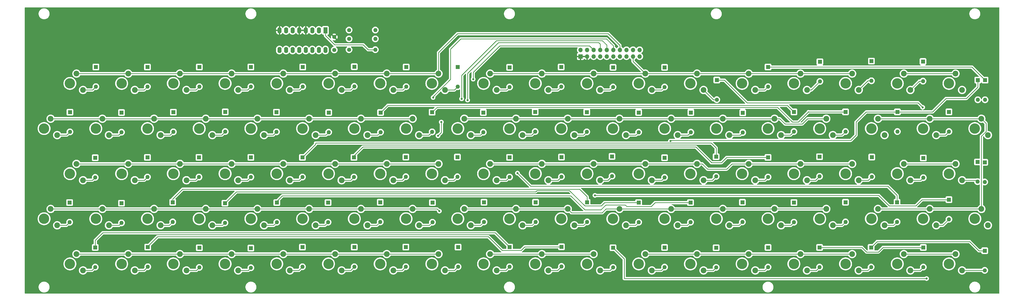
<source format=gbr>
%TF.GenerationSoftware,KiCad,Pcbnew,6.0.11+dfsg-1*%
%TF.CreationDate,2025-05-09T07:28:30+02:00*%
%TF.ProjectId,AkkordeonDiskant,416b6b6f-7264-4656-9f6e-4469736b616e,rev?*%
%TF.SameCoordinates,Original*%
%TF.FileFunction,Copper,L2,Bot*%
%TF.FilePolarity,Positive*%
%FSLAX46Y46*%
G04 Gerber Fmt 4.6, Leading zero omitted, Abs format (unit mm)*
G04 Created by KiCad (PCBNEW 6.0.11+dfsg-1) date 2025-05-09 07:28:30*
%MOMM*%
%LPD*%
G01*
G04 APERTURE LIST*
%TA.AperFunction,ComponentPad*%
%ADD10R,1.600000X1.600000*%
%TD*%
%TA.AperFunction,ComponentPad*%
%ADD11O,1.600000X1.600000*%
%TD*%
%TA.AperFunction,WasherPad*%
%ADD12C,4.000000*%
%TD*%
%TA.AperFunction,ComponentPad*%
%ADD13C,2.200000*%
%TD*%
%TA.AperFunction,ComponentPad*%
%ADD14R,1.600000X2.400000*%
%TD*%
%TA.AperFunction,ComponentPad*%
%ADD15O,1.600000X2.400000*%
%TD*%
%TA.AperFunction,ComponentPad*%
%ADD16C,1.600000*%
%TD*%
%TA.AperFunction,ComponentPad*%
%ADD17R,1.700000X1.700000*%
%TD*%
%TA.AperFunction,ComponentPad*%
%ADD18O,1.700000X1.700000*%
%TD*%
%TA.AperFunction,ViaPad*%
%ADD19C,0.800000*%
%TD*%
%TA.AperFunction,Conductor*%
%ADD20C,0.250000*%
%TD*%
%TA.AperFunction,Conductor*%
%ADD21C,0.252000*%
%TD*%
G04 APERTURE END LIST*
D10*
%TO.P,D76,1,K*%
%TO.N,Net-(D12-Pad1)*%
X270002000Y-143764000D03*
D11*
%TO.P,D76,2,A*%
%TO.N,Net-(D76-Pad2)*%
X270002000Y-151384000D03*
%TD*%
D10*
%TO.P,D39,1,K*%
%TO.N,Net-(D15-Pad1)*%
X170053000Y-143637000D03*
D11*
%TO.P,D39,2,A*%
%TO.N,Net-(D39-Pad2)*%
X170053000Y-151257000D03*
%TD*%
D10*
%TO.P,D47,1,K*%
%TO.N,Net-(D15-Pad1)*%
X329946000Y-213614000D03*
D11*
%TO.P,D47,2,A*%
%TO.N,Net-(D47-Pad2)*%
X329946000Y-221234000D03*
%TD*%
D12*
%TO.P,SW406,*%
%TO.N,*%
X130000000Y-167500000D03*
D13*
%TO.P,SW406,1,1*%
%TO.N,Net-(D30-Pad2)*%
X135080000Y-170040000D03*
%TO.P,SW406,2,2*%
%TO.N,Net-(J1-Pad12)*%
X132540000Y-163690000D03*
%TD*%
D12*
%TO.P,SW307,*%
%TO.N,*%
X160000000Y-185000000D03*
D13*
%TO.P,SW307,1,1*%
%TO.N,Net-(D23-Pad2)*%
X165080000Y-187540000D03*
%TO.P,SW307,2,2*%
%TO.N,Net-(J1-Pad10)*%
X162540000Y-181190000D03*
%TD*%
D12*
%TO.P,SW205,*%
%TO.N,*%
X110000000Y-202500000D03*
D13*
%TO.P,SW205,1,1*%
%TO.N,Net-(D13-Pad2)*%
X115080000Y-205040000D03*
%TO.P,SW205,2,2*%
%TO.N,Net-(J1-Pad8)*%
X112540000Y-198690000D03*
%TD*%
D10*
%TO.P,D73,1,K*%
%TO.N,Net-(D1-Pad1)*%
X210058000Y-143764000D03*
D11*
%TO.P,D73,2,A*%
%TO.N,Net-(D73-Pad2)*%
X210058000Y-151384000D03*
%TD*%
D10*
%TO.P,D26,1,K*%
%TO.N,Net-(D10-Pad1)*%
X59944000Y-161290000D03*
D11*
%TO.P,D26,2,A*%
%TO.N,Net-(D26-Pad2)*%
X59944000Y-168910000D03*
%TD*%
D10*
%TO.P,D79,1,K*%
%TO.N,Net-(D15-Pad1)*%
X330073000Y-141605000D03*
D11*
%TO.P,D79,2,A*%
%TO.N,Net-(D79-Pad2)*%
X330073000Y-149225000D03*
%TD*%
D10*
%TO.P,D68,1,K*%
%TO.N,Net-(D12-Pad1)*%
X259969000Y-161290000D03*
D11*
%TO.P,D68,2,A*%
%TO.N,Net-(D68-Pad2)*%
X259969000Y-168910000D03*
%TD*%
D10*
%TO.P,D82,1,K*%
%TO.N,Net-(D10-Pad1)*%
X379984000Y-195072000D03*
D11*
%TO.P,D82,2,A*%
%TO.N,Net-(D82-Pad2)*%
X379984000Y-202692000D03*
%TD*%
D10*
%TO.P,D65,1,K*%
%TO.N,Net-(D1-Pad1)*%
X199898000Y-161290000D03*
D11*
%TO.P,D65,2,A*%
%TO.N,Net-(D65-Pad2)*%
X199898000Y-168910000D03*
%TD*%
D10*
%TO.P,D53,1,K*%
%TO.N,Net-(D13-Pad1)*%
X280035000Y-196215000D03*
D11*
%TO.P,D53,2,A*%
%TO.N,Net-(D53-Pad2)*%
X280035000Y-203835000D03*
%TD*%
D12*
%TO.P,SW211,*%
%TO.N,*%
X230000000Y-202500000D03*
D13*
%TO.P,SW211,1,1*%
%TO.N,Net-(D51-Pad2)*%
X235080000Y-205040000D03*
%TO.P,SW211,2,2*%
%TO.N,Net-(J1-Pad18)*%
X232540000Y-198690000D03*
%TD*%
D10*
%TO.P,D90,1,K*%
%TO.N,Net-(D10-Pad1)*%
X391033000Y-180467000D03*
D11*
%TO.P,D90,2,A*%
%TO.N,Net-(D90-Pad2)*%
X391033000Y-188087000D03*
%TD*%
D12*
%TO.P,SW202,*%
%TO.N,*%
X50000000Y-202500000D03*
D13*
%TO.P,SW202,1,1*%
%TO.N,Net-(D10-Pad2)*%
X55080000Y-205040000D03*
%TO.P,SW202,2,2*%
%TO.N,Net-(J1-Pad8)*%
X52540000Y-198690000D03*
%TD*%
D10*
%TO.P,D81,1,K*%
%TO.N,Net-(D1-Pad1)*%
X359918000Y-196088000D03*
D11*
%TO.P,D81,2,A*%
%TO.N,Net-(D81-Pad2)*%
X359918000Y-203708000D03*
%TD*%
D10*
%TO.P,D32,1,K*%
%TO.N,Net-(D16-Pad1)*%
X180086000Y-161163000D03*
D11*
%TO.P,D32,2,A*%
%TO.N,Net-(D32-Pad2)*%
X180086000Y-168783000D03*
%TD*%
D10*
%TO.P,D69,1,K*%
%TO.N,Net-(D13-Pad1)*%
X280162000Y-161290000D03*
D11*
%TO.P,D69,2,A*%
%TO.N,Net-(D69-Pad2)*%
X280162000Y-168910000D03*
%TD*%
D12*
%TO.P,SW302,*%
%TO.N,*%
X60000000Y-185000000D03*
D13*
%TO.P,SW302,1,1*%
%TO.N,Net-(D18-Pad2)*%
X65080000Y-187540000D03*
%TO.P,SW302,2,2*%
%TO.N,Net-(J1-Pad10)*%
X62540000Y-181190000D03*
%TD*%
D12*
%TO.P,SW108,*%
%TO.N,*%
X180000000Y-220000000D03*
D13*
%TO.P,SW108,1,1*%
%TO.N,Net-(D8-Pad2)*%
X185080000Y-222540000D03*
%TO.P,SW108,2,2*%
%TO.N,Net-(J1-Pad6)*%
X182540000Y-216190000D03*
%TD*%
D10*
%TO.P,D1,1,K*%
%TO.N,Net-(D1-Pad1)*%
X49784000Y-213614000D03*
D11*
%TO.P,D1,2,A*%
%TO.N,Net-(D1-Pad2)*%
X49784000Y-221234000D03*
%TD*%
D10*
%TO.P,D62,1,K*%
%TO.N,Net-(D14-Pad1)*%
X310007000Y-178689000D03*
D11*
%TO.P,D62,2,A*%
%TO.N,Net-(D62-Pad2)*%
X310007000Y-186309000D03*
%TD*%
D12*
%TO.P,SW405,*%
%TO.N,*%
X110000000Y-167500000D03*
D13*
%TO.P,SW405,1,1*%
%TO.N,Net-(D29-Pad2)*%
X115080000Y-170040000D03*
%TO.P,SW405,2,2*%
%TO.N,Net-(J1-Pad12)*%
X112540000Y-163690000D03*
%TD*%
D10*
%TO.P,D48,1,K*%
%TO.N,Net-(D16-Pad1)*%
X349885000Y-213614000D03*
D11*
%TO.P,D48,2,A*%
%TO.N,Net-(D48-Pad2)*%
X349885000Y-221234000D03*
%TD*%
D12*
%TO.P,SW313,*%
%TO.N,*%
X280000000Y-185000000D03*
D13*
%TO.P,SW313,1,1*%
%TO.N,Net-(D61-Pad2)*%
X285080000Y-187540000D03*
%TO.P,SW313,2,2*%
%TO.N,Net-(J1-Pad20)*%
X282540000Y-181190000D03*
%TD*%
D12*
%TO.P,SW303,*%
%TO.N,*%
X80000000Y-185000000D03*
D13*
%TO.P,SW303,1,1*%
%TO.N,Net-(D19-Pad2)*%
X85080000Y-187540000D03*
%TO.P,SW303,2,2*%
%TO.N,Net-(J1-Pad10)*%
X82540000Y-181190000D03*
%TD*%
D12*
%TO.P,SW511,*%
%TO.N,*%
X240000000Y-150000000D03*
D13*
%TO.P,SW511,1,1*%
%TO.N,Net-(D75-Pad2)*%
X245080000Y-152540000D03*
%TO.P,SW511,2,2*%
%TO.N,Net-(J1-Pad17)*%
X242540000Y-146190000D03*
%TD*%
D12*
%TO.P,SW402,*%
%TO.N,*%
X50000000Y-167500000D03*
D13*
%TO.P,SW402,1,1*%
%TO.N,Net-(D26-Pad2)*%
X55080000Y-170040000D03*
%TO.P,SW402,2,2*%
%TO.N,Net-(J1-Pad12)*%
X52540000Y-163690000D03*
%TD*%
D12*
%TO.P,SW502,*%
%TO.N,*%
X60000000Y-150000000D03*
D13*
%TO.P,SW502,1,1*%
%TO.N,Net-(D34-Pad2)*%
X65080000Y-152540000D03*
%TO.P,SW502,2,2*%
%TO.N,Net-(J1-Pad14)*%
X62540000Y-146190000D03*
%TD*%
D10*
%TO.P,D12,1,K*%
%TO.N,Net-(D12-Pad1)*%
X99949000Y-196469000D03*
D11*
%TO.P,D12,2,A*%
%TO.N,Net-(D12-Pad2)*%
X99949000Y-204089000D03*
%TD*%
D10*
%TO.P,D50,1,K*%
%TO.N,Net-(D10-Pad1)*%
X220091000Y-196088000D03*
D11*
%TO.P,D50,2,A*%
%TO.N,Net-(D50-Pad2)*%
X220091000Y-203708000D03*
%TD*%
D10*
%TO.P,D23,1,K*%
%TO.N,Net-(D15-Pad1)*%
X169926000Y-178562000D03*
D11*
%TO.P,D23,2,A*%
%TO.N,Net-(D23-Pad2)*%
X169926000Y-186182000D03*
%TD*%
D12*
%TO.P,SW403,*%
%TO.N,*%
X70000000Y-167500000D03*
D13*
%TO.P,SW403,1,1*%
%TO.N,Net-(D27-Pad2)*%
X75080000Y-170040000D03*
%TO.P,SW403,2,2*%
%TO.N,Net-(J1-Pad12)*%
X72540000Y-163690000D03*
%TD*%
D10*
%TO.P,D20,1,K*%
%TO.N,Net-(D12-Pad1)*%
X109982000Y-178689000D03*
D11*
%TO.P,D20,2,A*%
%TO.N,Net-(D20-Pad2)*%
X109982000Y-186309000D03*
%TD*%
D10*
%TO.P,D60,1,K*%
%TO.N,Net-(D12-Pad1)*%
X270002000Y-178816000D03*
D11*
%TO.P,D60,2,A*%
%TO.N,Net-(D60-Pad2)*%
X270002000Y-186436000D03*
%TD*%
D12*
%TO.P,SW505,*%
%TO.N,*%
X120000000Y-150000000D03*
D13*
%TO.P,SW505,1,1*%
%TO.N,Net-(D37-Pad2)*%
X125080000Y-152540000D03*
%TO.P,SW505,2,2*%
%TO.N,Net-(J1-Pad14)*%
X122540000Y-146190000D03*
%TD*%
D10*
%TO.P,D7,1,K*%
%TO.N,Net-(D15-Pad1)*%
X169926000Y-213487000D03*
D11*
%TO.P,D7,2,A*%
%TO.N,Net-(D7-Pad2)*%
X169926000Y-221107000D03*
%TD*%
D12*
%TO.P,SW317,*%
%TO.N,*%
X360000000Y-185000000D03*
D13*
%TO.P,SW317,1,1*%
%TO.N,Net-(D89-Pad2)*%
X365080000Y-187540000D03*
%TO.P,SW317,2,2*%
%TO.N,Net-(J1-Pad13)*%
X362540000Y-181190000D03*
%TD*%
D10*
%TO.P,D70,1,K*%
%TO.N,Net-(D14-Pad1)*%
X300228000Y-161417000D03*
D11*
%TO.P,D70,2,A*%
%TO.N,Net-(D70-Pad2)*%
X300228000Y-169037000D03*
%TD*%
D10*
%TO.P,D2,1,K*%
%TO.N,Net-(D10-Pad1)*%
X70104000Y-213487000D03*
D11*
%TO.P,D2,2,A*%
%TO.N,Net-(D2-Pad2)*%
X70104000Y-221107000D03*
%TD*%
D10*
%TO.P,D14,1,K*%
%TO.N,Net-(D14-Pad1)*%
X139827000Y-196215000D03*
D11*
%TO.P,D14,2,A*%
%TO.N,Net-(D14-Pad2)*%
X139827000Y-203835000D03*
%TD*%
D12*
%TO.P,SW103,*%
%TO.N,*%
X80000000Y-220000000D03*
D13*
%TO.P,SW103,1,1*%
%TO.N,Net-(D3-Pad2)*%
X85080000Y-222540000D03*
%TO.P,SW103,2,2*%
%TO.N,Net-(J1-Pad6)*%
X82540000Y-216190000D03*
%TD*%
D12*
%TO.P,SW101,*%
%TO.N,*%
X40000000Y-220000000D03*
D13*
%TO.P,SW101,1,1*%
%TO.N,Net-(D1-Pad2)*%
X45080000Y-222540000D03*
%TO.P,SW101,2,2*%
%TO.N,Net-(J1-Pad6)*%
X42540000Y-216190000D03*
%TD*%
D10*
%TO.P,D44,1,K*%
%TO.N,Net-(D12-Pad1)*%
X270002000Y-213614000D03*
D11*
%TO.P,D44,2,A*%
%TO.N,Net-(D44-Pad2)*%
X270002000Y-221234000D03*
%TD*%
D12*
%TO.P,SW419,*%
%TO.N,*%
X390000000Y-167500000D03*
D13*
%TO.P,SW419,1,1*%
%TO.N,Net-(D86-Pad2)*%
X395080000Y-170040000D03*
%TO.P,SW419,2,2*%
%TO.N,Net-(J1-Pad15)*%
X392540000Y-163690000D03*
%TD*%
D10*
%TO.P,D43,1,K*%
%TO.N,Net-(D11-Pad1)*%
X250063000Y-213741000D03*
D11*
%TO.P,D43,2,A*%
%TO.N,Net-(D43-Pad2)*%
X250063000Y-221361000D03*
%TD*%
D10*
%TO.P,D85,1,K*%
%TO.N,Net-(D13-Pad1)*%
X379984000Y-161036000D03*
D11*
%TO.P,D85,2,A*%
%TO.N,Net-(D85-Pad2)*%
X379984000Y-168656000D03*
%TD*%
D10*
%TO.P,D3,1,K*%
%TO.N,Net-(D11-Pad1)*%
X90043000Y-213741000D03*
D11*
%TO.P,D3,2,A*%
%TO.N,Net-(D3-Pad2)*%
X90043000Y-221361000D03*
%TD*%
D10*
%TO.P,D25,1,K*%
%TO.N,Net-(D1-Pad1)*%
X40005000Y-161163000D03*
D11*
%TO.P,D25,2,A*%
%TO.N,Net-(D25-Pad2)*%
X40005000Y-168783000D03*
%TD*%
D14*
%TO.P,U1,1,A0*%
%TO.N,Net-(J1-Pad5)*%
X138821000Y-129423000D03*
D15*
%TO.P,U1,2,A1*%
%TO.N,Net-(J1-Pad7)*%
X136281000Y-129423000D03*
%TO.P,U1,3,A2*%
%TO.N,Net-(J1-Pad9)*%
X133741000Y-129423000D03*
%TO.P,U1,4,~{G2A}*%
%TO.N,GND*%
X131201000Y-129423000D03*
%TO.P,U1,5,~{G2B}*%
X128661000Y-129423000D03*
%TO.P,U1,6,G1*%
%TO.N,+3V3*%
X126121000Y-129423000D03*
%TO.P,U1,7,~{Y7}*%
%TO.N,Net-(D1-Pad1)*%
X123581000Y-129423000D03*
%TO.P,U1,8,GND*%
%TO.N,GND*%
X121041000Y-129423000D03*
%TO.P,U1,9,~{Y6}*%
%TO.N,Net-(D10-Pad1)*%
X121041000Y-137043000D03*
%TO.P,U1,10,~{Y5}*%
%TO.N,Net-(D11-Pad1)*%
X123581000Y-137043000D03*
%TO.P,U1,11,~{Y4}*%
%TO.N,Net-(D12-Pad1)*%
X126121000Y-137043000D03*
%TO.P,U1,12,~{Y3}*%
%TO.N,Net-(D13-Pad1)*%
X128661000Y-137043000D03*
%TO.P,U1,13,~{Y2}*%
%TO.N,Net-(D14-Pad1)*%
X131201000Y-137043000D03*
%TO.P,U1,14,~{Y1}*%
%TO.N,Net-(D15-Pad1)*%
X133741000Y-137043000D03*
%TO.P,U1,15,~{Y0}*%
%TO.N,Net-(D16-Pad1)*%
X136281000Y-137043000D03*
%TO.P,U1,16,VCC*%
%TO.N,+3V3*%
X138821000Y-137043000D03*
%TD*%
D10*
%TO.P,D86,1,K*%
%TO.N,Net-(D14-Pad1)*%
X393954000Y-148717000D03*
D11*
%TO.P,D86,2,A*%
%TO.N,Net-(D86-Pad2)*%
X393954000Y-156337000D03*
%TD*%
D10*
%TO.P,D42,1,K*%
%TO.N,Net-(D10-Pad1)*%
X230124000Y-213360000D03*
D11*
%TO.P,D42,2,A*%
%TO.N,Net-(D42-Pad2)*%
X230124000Y-220980000D03*
%TD*%
D12*
%TO.P,SW515,*%
%TO.N,*%
X320000000Y-150000000D03*
D13*
%TO.P,SW515,1,1*%
%TO.N,Net-(D79-Pad2)*%
X325080000Y-152540000D03*
%TO.P,SW515,2,2*%
%TO.N,Net-(J1-Pad17)*%
X322540000Y-146190000D03*
%TD*%
D12*
%TO.P,SW116,*%
%TO.N,*%
X340000000Y-220000000D03*
D13*
%TO.P,SW116,1,1*%
%TO.N,Net-(D48-Pad2)*%
X345080000Y-222540000D03*
%TO.P,SW116,2,2*%
%TO.N,Net-(J1-Pad16)*%
X342540000Y-216190000D03*
%TD*%
D10*
%TO.P,D31,1,K*%
%TO.N,Net-(D15-Pad1)*%
X160147000Y-161290000D03*
D11*
%TO.P,D31,2,A*%
%TO.N,Net-(D31-Pad2)*%
X160147000Y-168910000D03*
%TD*%
D12*
%TO.P,SW215,*%
%TO.N,*%
X310000000Y-202500000D03*
D13*
%TO.P,SW215,1,1*%
%TO.N,Net-(D55-Pad2)*%
X315080000Y-205040000D03*
%TO.P,SW215,2,2*%
%TO.N,Net-(J1-Pad18)*%
X312540000Y-198690000D03*
%TD*%
D10*
%TO.P,D17,1,K*%
%TO.N,Net-(D1-Pad1)*%
X49784000Y-178816000D03*
D11*
%TO.P,D17,2,A*%
%TO.N,Net-(D17-Pad2)*%
X49784000Y-186436000D03*
%TD*%
D10*
%TO.P,D57,1,K*%
%TO.N,Net-(D1-Pad1)*%
X210058000Y-178689000D03*
D11*
%TO.P,D57,2,A*%
%TO.N,Net-(D57-Pad2)*%
X210058000Y-186309000D03*
%TD*%
D16*
%TO.P,R3,1*%
%TO.N,+3V3*%
X147955000Y-136906000D03*
D11*
%TO.P,R3,2*%
%TO.N,Net-(J1-Pad5)*%
X158115000Y-136906000D03*
%TD*%
D12*
%TO.P,SW315,*%
%TO.N,*%
X320000000Y-185000000D03*
D13*
%TO.P,SW315,1,1*%
%TO.N,Net-(D63-Pad2)*%
X325080000Y-187540000D03*
%TO.P,SW315,2,2*%
%TO.N,Net-(J1-Pad20)*%
X322540000Y-181190000D03*
%TD*%
D12*
%TO.P,SW503,*%
%TO.N,*%
X80000000Y-150000000D03*
D13*
%TO.P,SW503,1,1*%
%TO.N,Net-(D35-Pad2)*%
X85080000Y-152540000D03*
%TO.P,SW503,2,2*%
%TO.N,Net-(J1-Pad14)*%
X82540000Y-146190000D03*
%TD*%
D12*
%TO.P,SW411,*%
%TO.N,*%
X230000000Y-167500000D03*
D13*
%TO.P,SW411,1,1*%
%TO.N,Net-(D67-Pad2)*%
X235080000Y-170040000D03*
%TO.P,SW411,2,2*%
%TO.N,Net-(J1-Pad19)*%
X232540000Y-163690000D03*
%TD*%
D10*
%TO.P,D4,1,K*%
%TO.N,Net-(D12-Pad1)*%
X109982000Y-213868000D03*
D11*
%TO.P,D4,2,A*%
%TO.N,Net-(D4-Pad2)*%
X109982000Y-221488000D03*
%TD*%
D12*
%TO.P,SW208,*%
%TO.N,*%
X170000000Y-202500000D03*
D13*
%TO.P,SW208,1,1*%
%TO.N,Net-(D16-Pad2)*%
X175080000Y-205040000D03*
%TO.P,SW208,2,2*%
%TO.N,Net-(J1-Pad8)*%
X172540000Y-198690000D03*
%TD*%
D12*
%TO.P,SW410,*%
%TO.N,*%
X210000000Y-167500000D03*
D13*
%TO.P,SW410,1,1*%
%TO.N,Net-(D66-Pad2)*%
X215080000Y-170040000D03*
%TO.P,SW410,2,2*%
%TO.N,Net-(J1-Pad19)*%
X212540000Y-163690000D03*
%TD*%
D10*
%TO.P,D88,1,K*%
%TO.N,Net-(D16-Pad1)*%
X393827000Y-214884000D03*
D11*
%TO.P,D88,2,A*%
%TO.N,Net-(D88-Pad2)*%
X393827000Y-222504000D03*
%TD*%
D10*
%TO.P,D15,1,K*%
%TO.N,Net-(D15-Pad1)*%
X160020000Y-196088000D03*
D11*
%TO.P,D15,2,A*%
%TO.N,Net-(D15-Pad2)*%
X160020000Y-203708000D03*
%TD*%
D12*
%TO.P,SW509,*%
%TO.N,*%
X200000000Y-150000000D03*
D13*
%TO.P,SW509,1,1*%
%TO.N,Net-(D73-Pad2)*%
X205080000Y-152540000D03*
%TO.P,SW509,2,2*%
%TO.N,Net-(J1-Pad17)*%
X202540000Y-146190000D03*
%TD*%
D12*
%TO.P,SW107,*%
%TO.N,*%
X160000000Y-220000000D03*
D13*
%TO.P,SW107,1,1*%
%TO.N,Net-(D7-Pad2)*%
X165080000Y-222540000D03*
%TO.P,SW107,2,2*%
%TO.N,Net-(J1-Pad6)*%
X162540000Y-216190000D03*
%TD*%
D12*
%TO.P,SW218,*%
%TO.N,*%
X370000000Y-202500000D03*
D13*
%TO.P,SW218,1,1*%
%TO.N,Net-(D82-Pad2)*%
X375080000Y-205040000D03*
%TO.P,SW218,2,2*%
%TO.N,Net-(J1-Pad15)*%
X372540000Y-198690000D03*
%TD*%
D10*
%TO.P,D87,1,K*%
%TO.N,Net-(D15-Pad1)*%
X370078000Y-213614000D03*
D11*
%TO.P,D87,2,A*%
%TO.N,Net-(D87-Pad2)*%
X370078000Y-221234000D03*
%TD*%
D12*
%TO.P,SW305,*%
%TO.N,*%
X120000000Y-185000000D03*
D13*
%TO.P,SW305,1,1*%
%TO.N,Net-(D21-Pad2)*%
X125080000Y-187540000D03*
%TO.P,SW305,2,2*%
%TO.N,Net-(J1-Pad10)*%
X122540000Y-181190000D03*
%TD*%
D12*
%TO.P,SW414,*%
%TO.N,*%
X290000000Y-167500000D03*
D13*
%TO.P,SW414,1,1*%
%TO.N,Net-(D70-Pad2)*%
X295080000Y-170040000D03*
%TO.P,SW414,2,2*%
%TO.N,Net-(J1-Pad19)*%
X292540000Y-163690000D03*
%TD*%
D10*
%TO.P,D56,1,K*%
%TO.N,Net-(D16-Pad1)*%
X339979000Y-196088000D03*
D11*
%TO.P,D56,2,A*%
%TO.N,Net-(D56-Pad2)*%
X339979000Y-203708000D03*
%TD*%
D10*
%TO.P,D72,1,K*%
%TO.N,Net-(D16-Pad1)*%
X339979000Y-161036000D03*
D11*
%TO.P,D72,2,A*%
%TO.N,Net-(D72-Pad2)*%
X339979000Y-168656000D03*
%TD*%
D12*
%TO.P,SW513,*%
%TO.N,*%
X280000000Y-150000000D03*
D13*
%TO.P,SW513,1,1*%
%TO.N,Net-(D77-Pad2)*%
X285080000Y-152540000D03*
%TO.P,SW513,2,2*%
%TO.N,Net-(J1-Pad17)*%
X282540000Y-146190000D03*
%TD*%
D12*
%TO.P,SW418,*%
%TO.N,*%
X370000000Y-167500000D03*
D13*
%TO.P,SW418,1,1*%
%TO.N,Net-(D85-Pad2)*%
X375080000Y-170040000D03*
%TO.P,SW418,2,2*%
%TO.N,Net-(J1-Pad15)*%
X372540000Y-163690000D03*
%TD*%
D12*
%TO.P,SW104,*%
%TO.N,*%
X100000000Y-220000000D03*
D13*
%TO.P,SW104,1,1*%
%TO.N,Net-(D4-Pad2)*%
X105080000Y-222540000D03*
%TO.P,SW104,2,2*%
%TO.N,Net-(J1-Pad6)*%
X102540000Y-216190000D03*
%TD*%
D12*
%TO.P,SW216,*%
%TO.N,*%
X330000000Y-202500000D03*
D13*
%TO.P,SW216,1,1*%
%TO.N,Net-(D56-Pad2)*%
X335080000Y-205040000D03*
%TO.P,SW216,2,2*%
%TO.N,Net-(J1-Pad18)*%
X332540000Y-198690000D03*
%TD*%
D12*
%TO.P,SW417,*%
%TO.N,*%
X350000000Y-167500000D03*
D13*
%TO.P,SW417,1,1*%
%TO.N,Net-(D84-Pad2)*%
X355080000Y-170040000D03*
%TO.P,SW417,2,2*%
%TO.N,Net-(J1-Pad15)*%
X352540000Y-163690000D03*
%TD*%
D12*
%TO.P,SW412,*%
%TO.N,*%
X250000000Y-167500000D03*
D13*
%TO.P,SW412,1,1*%
%TO.N,Net-(D68-Pad2)*%
X255080000Y-170040000D03*
%TO.P,SW412,2,2*%
%TO.N,Net-(J1-Pad19)*%
X252540000Y-163690000D03*
%TD*%
D10*
%TO.P,D22,1,K*%
%TO.N,Net-(D14-Pad1)*%
X149860000Y-178689000D03*
D11*
%TO.P,D22,2,A*%
%TO.N,Net-(D22-Pad2)*%
X149860000Y-186309000D03*
%TD*%
D12*
%TO.P,SW407,*%
%TO.N,*%
X150000000Y-167500000D03*
D13*
%TO.P,SW407,1,1*%
%TO.N,Net-(D31-Pad2)*%
X155080000Y-170040000D03*
%TO.P,SW407,2,2*%
%TO.N,Net-(J1-Pad12)*%
X152540000Y-163690000D03*
%TD*%
D12*
%TO.P,SW213,*%
%TO.N,*%
X270000000Y-202500000D03*
D13*
%TO.P,SW213,1,1*%
%TO.N,Net-(D53-Pad2)*%
X275080000Y-205040000D03*
%TO.P,SW213,2,2*%
%TO.N,Net-(J1-Pad18)*%
X272540000Y-198690000D03*
%TD*%
D10*
%TO.P,D84,1,K*%
%TO.N,Net-(D12-Pad1)*%
X360045000Y-161036000D03*
D11*
%TO.P,D84,2,A*%
%TO.N,Net-(D84-Pad2)*%
X360045000Y-168656000D03*
%TD*%
D10*
%TO.P,D66,1,K*%
%TO.N,Net-(D10-Pad1)*%
X219964000Y-161036000D03*
D11*
%TO.P,D66,2,A*%
%TO.N,Net-(D66-Pad2)*%
X219964000Y-168656000D03*
%TD*%
D10*
%TO.P,D46,1,K*%
%TO.N,Net-(D14-Pad1)*%
X310007000Y-213614000D03*
D11*
%TO.P,D46,2,A*%
%TO.N,Net-(D46-Pad2)*%
X310007000Y-221234000D03*
%TD*%
D12*
%TO.P,SW209,*%
%TO.N,*%
X190000000Y-202500000D03*
D13*
%TO.P,SW209,1,1*%
%TO.N,Net-(D49-Pad2)*%
X195080000Y-205040000D03*
%TO.P,SW209,2,2*%
%TO.N,Net-(J1-Pad18)*%
X192540000Y-198690000D03*
%TD*%
D12*
%TO.P,SW314,*%
%TO.N,*%
X300000000Y-185000000D03*
D13*
%TO.P,SW314,1,1*%
%TO.N,Net-(D62-Pad2)*%
X305080000Y-187540000D03*
%TO.P,SW314,2,2*%
%TO.N,Net-(J1-Pad20)*%
X302540000Y-181190000D03*
%TD*%
D12*
%TO.P,SW112,*%
%TO.N,*%
X260000000Y-220000000D03*
D13*
%TO.P,SW112,1,1*%
%TO.N,Net-(D44-Pad2)*%
X265080000Y-222540000D03*
%TO.P,SW112,2,2*%
%TO.N,Net-(J1-Pad16)*%
X262540000Y-216190000D03*
%TD*%
D12*
%TO.P,SW113,*%
%TO.N,*%
X280000000Y-220000000D03*
D13*
%TO.P,SW113,1,1*%
%TO.N,Net-(D45-Pad2)*%
X285080000Y-222540000D03*
%TO.P,SW113,2,2*%
%TO.N,Net-(J1-Pad16)*%
X282540000Y-216190000D03*
%TD*%
D12*
%TO.P,SW114,*%
%TO.N,*%
X300000000Y-220000000D03*
D13*
%TO.P,SW114,1,1*%
%TO.N,Net-(D46-Pad2)*%
X305080000Y-222540000D03*
%TO.P,SW114,2,2*%
%TO.N,Net-(J1-Pad16)*%
X302540000Y-216190000D03*
%TD*%
D12*
%TO.P,SW512,*%
%TO.N,*%
X260000000Y-150000000D03*
D13*
%TO.P,SW512,1,1*%
%TO.N,Net-(D76-Pad2)*%
X265080000Y-152540000D03*
%TO.P,SW512,2,2*%
%TO.N,Net-(J1-Pad17)*%
X262540000Y-146190000D03*
%TD*%
D12*
%TO.P,SW106,*%
%TO.N,*%
X140000000Y-220000000D03*
D13*
%TO.P,SW106,1,1*%
%TO.N,Net-(D6-Pad2)*%
X145080000Y-222540000D03*
%TO.P,SW106,2,2*%
%TO.N,Net-(J1-Pad6)*%
X142540000Y-216190000D03*
%TD*%
D10*
%TO.P,D29,1,K*%
%TO.N,Net-(D13-Pad1)*%
X119888000Y-161163000D03*
D11*
%TO.P,D29,2,A*%
%TO.N,Net-(D29-Pad2)*%
X119888000Y-168783000D03*
%TD*%
D10*
%TO.P,D91,1,K*%
%TO.N,Net-(D11-Pad1)*%
X369951000Y-141478000D03*
D11*
%TO.P,D91,2,A*%
%TO.N,Net-(D91-Pad2)*%
X369951000Y-149098000D03*
%TD*%
D12*
%TO.P,SW510,*%
%TO.N,*%
X220000000Y-150000000D03*
D13*
%TO.P,SW510,1,1*%
%TO.N,Net-(D74-Pad2)*%
X225080000Y-152540000D03*
%TO.P,SW510,2,2*%
%TO.N,Net-(J1-Pad17)*%
X222540000Y-146190000D03*
%TD*%
D12*
%TO.P,SW413,*%
%TO.N,*%
X270000000Y-167500000D03*
D13*
%TO.P,SW413,1,1*%
%TO.N,Net-(D69-Pad2)*%
X275080000Y-170040000D03*
%TO.P,SW413,2,2*%
%TO.N,Net-(J1-Pad19)*%
X272540000Y-163690000D03*
%TD*%
D16*
%TO.P,R1,1*%
%TO.N,+3V3*%
X147955000Y-129286000D03*
D11*
%TO.P,R1,2*%
%TO.N,Net-(J1-Pad9)*%
X158115000Y-129286000D03*
%TD*%
D12*
%TO.P,SW204,*%
%TO.N,*%
X90000000Y-202500000D03*
D13*
%TO.P,SW204,1,1*%
%TO.N,Net-(D12-Pad2)*%
X95080000Y-205040000D03*
%TO.P,SW204,2,2*%
%TO.N,Net-(J1-Pad8)*%
X92540000Y-198690000D03*
%TD*%
D10*
%TO.P,D33,1,K*%
%TO.N,Net-(D1-Pad1)*%
X50038000Y-143637000D03*
D11*
%TO.P,D33,2,A*%
%TO.N,Net-(D33-Pad2)*%
X50038000Y-151257000D03*
%TD*%
D12*
%TO.P,SW312,*%
%TO.N,*%
X260000000Y-185000000D03*
D13*
%TO.P,SW312,1,1*%
%TO.N,Net-(D60-Pad2)*%
X265080000Y-187540000D03*
%TO.P,SW312,2,2*%
%TO.N,Net-(J1-Pad20)*%
X262540000Y-181190000D03*
%TD*%
D12*
%TO.P,SW514,*%
%TO.N,*%
X300000000Y-150000000D03*
D13*
%TO.P,SW514,1,1*%
%TO.N,Net-(D78-Pad2)*%
X305080000Y-152540000D03*
%TO.P,SW514,2,2*%
%TO.N,Net-(J1-Pad17)*%
X302540000Y-146190000D03*
%TD*%
D10*
%TO.P,D11,1,K*%
%TO.N,Net-(D11-Pad1)*%
X79756000Y-196088000D03*
D11*
%TO.P,D11,2,A*%
%TO.N,Net-(D11-Pad2)*%
X79756000Y-203708000D03*
%TD*%
D10*
%TO.P,D92,1,K*%
%TO.N,Net-(D12-Pad1)*%
X391160000Y-148717000D03*
D11*
%TO.P,D92,2,A*%
%TO.N,Net-(D92-Pad2)*%
X391160000Y-156337000D03*
%TD*%
D10*
%TO.P,D77,1,K*%
%TO.N,Net-(D13-Pad1)*%
X290195000Y-148684000D03*
D11*
%TO.P,D77,2,A*%
%TO.N,Net-(D77-Pad2)*%
X290195000Y-156304000D03*
%TD*%
D12*
%TO.P,SW401,*%
%TO.N,*%
X30000000Y-167500000D03*
D13*
%TO.P,SW401,1,1*%
%TO.N,Net-(D25-Pad2)*%
X35080000Y-170040000D03*
%TO.P,SW401,2,2*%
%TO.N,Net-(J1-Pad12)*%
X32540000Y-163690000D03*
%TD*%
D12*
%TO.P,SW110,*%
%TO.N,*%
X220000000Y-220000000D03*
D13*
%TO.P,SW110,1,1*%
%TO.N,Net-(D42-Pad2)*%
X225080000Y-222540000D03*
%TO.P,SW110,2,2*%
%TO.N,Net-(J1-Pad16)*%
X222540000Y-216190000D03*
%TD*%
D10*
%TO.P,D27,1,K*%
%TO.N,Net-(D11-Pad1)*%
X80010000Y-161163000D03*
D11*
%TO.P,D27,2,A*%
%TO.N,Net-(D27-Pad2)*%
X80010000Y-168783000D03*
%TD*%
D12*
%TO.P,SW311,*%
%TO.N,*%
X240000000Y-185000000D03*
D13*
%TO.P,SW311,1,1*%
%TO.N,Net-(D59-Pad2)*%
X245080000Y-187540000D03*
%TO.P,SW311,2,2*%
%TO.N,Net-(J1-Pad20)*%
X242540000Y-181190000D03*
%TD*%
D10*
%TO.P,D16,1,K*%
%TO.N,Net-(D16-Pad1)*%
X180213000Y-196215000D03*
D11*
%TO.P,D16,2,A*%
%TO.N,Net-(D16-Pad2)*%
X180213000Y-203835000D03*
%TD*%
D12*
%TO.P,SW316,*%
%TO.N,*%
X340000000Y-185000000D03*
D13*
%TO.P,SW316,1,1*%
%TO.N,Net-(D64-Pad2)*%
X345080000Y-187540000D03*
%TO.P,SW316,2,2*%
%TO.N,Net-(J1-Pad20)*%
X342540000Y-181190000D03*
%TD*%
D10*
%TO.P,D49,1,K*%
%TO.N,Net-(D1-Pad1)*%
X200152000Y-196088000D03*
D11*
%TO.P,D49,2,A*%
%TO.N,Net-(D49-Pad2)*%
X200152000Y-203708000D03*
%TD*%
D12*
%TO.P,SW105,*%
%TO.N,*%
X120000000Y-220000000D03*
D13*
%TO.P,SW105,1,1*%
%TO.N,Net-(D5-Pad2)*%
X125080000Y-222540000D03*
%TO.P,SW105,2,2*%
%TO.N,Net-(J1-Pad6)*%
X122540000Y-216190000D03*
%TD*%
D10*
%TO.P,D41,1,K*%
%TO.N,Net-(D1-Pad1)*%
X210058000Y-213487000D03*
D11*
%TO.P,D41,2,A*%
%TO.N,Net-(D41-Pad2)*%
X210058000Y-221107000D03*
%TD*%
D10*
%TO.P,D63,1,K*%
%TO.N,Net-(D15-Pad1)*%
X329946000Y-178435000D03*
D11*
%TO.P,D63,2,A*%
%TO.N,Net-(D63-Pad2)*%
X329946000Y-186055000D03*
%TD*%
D12*
%TO.P,SW516,*%
%TO.N,*%
X340000000Y-150000000D03*
D13*
%TO.P,SW516,1,1*%
%TO.N,Net-(D80-Pad2)*%
X345080000Y-152540000D03*
%TO.P,SW516,2,2*%
%TO.N,Net-(J1-Pad17)*%
X342540000Y-146190000D03*
%TD*%
D10*
%TO.P,D80,1,K*%
%TO.N,Net-(D16-Pad1)*%
X350012000Y-141351000D03*
D11*
%TO.P,D80,2,A*%
%TO.N,Net-(D80-Pad2)*%
X350012000Y-148971000D03*
%TD*%
D10*
%TO.P,D52,1,K*%
%TO.N,Net-(D12-Pad1)*%
X259969000Y-196215000D03*
D11*
%TO.P,D52,2,A*%
%TO.N,Net-(D52-Pad2)*%
X259969000Y-203835000D03*
%TD*%
D10*
%TO.P,D28,1,K*%
%TO.N,Net-(D12-Pad1)*%
X100076000Y-161036000D03*
D11*
%TO.P,D28,2,A*%
%TO.N,Net-(D28-Pad2)*%
X100076000Y-168656000D03*
%TD*%
D10*
%TO.P,D75,1,K*%
%TO.N,Net-(D11-Pad1)*%
X250063000Y-143764000D03*
D11*
%TO.P,D75,2,A*%
%TO.N,Net-(D75-Pad2)*%
X250063000Y-151384000D03*
%TD*%
D10*
%TO.P,D19,1,K*%
%TO.N,Net-(D11-Pad1)*%
X89916000Y-178689000D03*
D11*
%TO.P,D19,2,A*%
%TO.N,Net-(D19-Pad2)*%
X89916000Y-186309000D03*
%TD*%
D10*
%TO.P,D55,1,K*%
%TO.N,Net-(D15-Pad1)*%
X320040000Y-196215000D03*
D11*
%TO.P,D55,2,A*%
%TO.N,Net-(D55-Pad2)*%
X320040000Y-203835000D03*
%TD*%
D10*
%TO.P,D74,1,K*%
%TO.N,Net-(D10-Pad1)*%
X229997000Y-143637000D03*
D11*
%TO.P,D74,2,A*%
%TO.N,Net-(D74-Pad2)*%
X229997000Y-151257000D03*
%TD*%
D12*
%TO.P,SW201,*%
%TO.N,*%
X30000000Y-202500000D03*
D13*
%TO.P,SW201,1,1*%
%TO.N,Net-(D9-Pad2)*%
X35080000Y-205040000D03*
%TO.P,SW201,2,2*%
%TO.N,Net-(J1-Pad8)*%
X32540000Y-198690000D03*
%TD*%
D10*
%TO.P,D61,1,K*%
%TO.N,Net-(D13-Pad1)*%
X289941000Y-178435000D03*
D11*
%TO.P,D61,2,A*%
%TO.N,Net-(D61-Pad2)*%
X289941000Y-186055000D03*
%TD*%
D12*
%TO.P,SW206,*%
%TO.N,*%
X130000000Y-202500000D03*
D13*
%TO.P,SW206,1,1*%
%TO.N,Net-(D14-Pad2)*%
X135080000Y-205040000D03*
%TO.P,SW206,2,2*%
%TO.N,Net-(J1-Pad8)*%
X132540000Y-198690000D03*
%TD*%
D10*
%TO.P,D67,1,K*%
%TO.N,Net-(D11-Pad1)*%
X239903000Y-161163000D03*
D11*
%TO.P,D67,2,A*%
%TO.N,Net-(D67-Pad2)*%
X239903000Y-168783000D03*
%TD*%
D10*
%TO.P,D54,1,K*%
%TO.N,Net-(D14-Pad1)*%
X300101000Y-196088000D03*
D11*
%TO.P,D54,2,A*%
%TO.N,Net-(D54-Pad2)*%
X300101000Y-203708000D03*
%TD*%
D12*
%TO.P,SW102,*%
%TO.N,*%
X60000000Y-220000000D03*
D13*
%TO.P,SW102,1,1*%
%TO.N,Net-(D2-Pad2)*%
X65080000Y-222540000D03*
%TO.P,SW102,2,2*%
%TO.N,Net-(J1-Pad6)*%
X62540000Y-216190000D03*
%TD*%
D10*
%TO.P,D36,1,K*%
%TO.N,Net-(D12-Pad1)*%
X109982000Y-143637000D03*
D11*
%TO.P,D36,2,A*%
%TO.N,Net-(D36-Pad2)*%
X109982000Y-151257000D03*
%TD*%
D10*
%TO.P,D78,1,K*%
%TO.N,Net-(D14-Pad1)*%
X310007000Y-143637000D03*
D11*
%TO.P,D78,2,A*%
%TO.N,Net-(D78-Pad2)*%
X310007000Y-151257000D03*
%TD*%
D12*
%TO.P,SW504,*%
%TO.N,*%
X100000000Y-150000000D03*
D13*
%TO.P,SW504,1,1*%
%TO.N,Net-(D36-Pad2)*%
X105080000Y-152540000D03*
%TO.P,SW504,2,2*%
%TO.N,Net-(J1-Pad14)*%
X102540000Y-146190000D03*
%TD*%
D12*
%TO.P,SW309,*%
%TO.N,*%
X200000000Y-185000000D03*
D13*
%TO.P,SW309,1,1*%
%TO.N,Net-(D57-Pad2)*%
X205080000Y-187540000D03*
%TO.P,SW309,2,2*%
%TO.N,Net-(J1-Pad20)*%
X202540000Y-181190000D03*
%TD*%
D12*
%TO.P,SW109,*%
%TO.N,*%
X200000000Y-220000000D03*
D13*
%TO.P,SW109,1,1*%
%TO.N,Net-(D41-Pad2)*%
X205080000Y-222540000D03*
%TO.P,SW109,2,2*%
%TO.N,Net-(J1-Pad16)*%
X202540000Y-216190000D03*
%TD*%
D10*
%TO.P,D37,1,K*%
%TO.N,Net-(D13-Pad1)*%
X130048000Y-143637000D03*
D11*
%TO.P,D37,2,A*%
%TO.N,Net-(D37-Pad2)*%
X130048000Y-151257000D03*
%TD*%
D12*
%TO.P,SW304,*%
%TO.N,*%
X100000000Y-185000000D03*
D13*
%TO.P,SW304,1,1*%
%TO.N,Net-(D20-Pad2)*%
X105080000Y-187540000D03*
%TO.P,SW304,2,2*%
%TO.N,Net-(J1-Pad10)*%
X102540000Y-181190000D03*
%TD*%
D12*
%TO.P,SW207,*%
%TO.N,*%
X150000000Y-202500000D03*
D13*
%TO.P,SW207,1,1*%
%TO.N,Net-(D15-Pad2)*%
X155080000Y-205040000D03*
%TO.P,SW207,2,2*%
%TO.N,Net-(J1-Pad8)*%
X152540000Y-198690000D03*
%TD*%
D10*
%TO.P,D34,1,K*%
%TO.N,Net-(D10-Pad1)*%
X69977000Y-143637000D03*
D11*
%TO.P,D34,2,A*%
%TO.N,Net-(D34-Pad2)*%
X69977000Y-151257000D03*
%TD*%
D12*
%TO.P,SW210,*%
%TO.N,*%
X210000000Y-202500000D03*
D13*
%TO.P,SW210,1,1*%
%TO.N,Net-(D50-Pad2)*%
X215080000Y-205040000D03*
%TO.P,SW210,2,2*%
%TO.N,Net-(J1-Pad18)*%
X212540000Y-198690000D03*
%TD*%
D12*
%TO.P,SW507,*%
%TO.N,*%
X160000000Y-150000000D03*
D13*
%TO.P,SW507,1,1*%
%TO.N,Net-(D39-Pad2)*%
X165080000Y-152540000D03*
%TO.P,SW507,2,2*%
%TO.N,Net-(J1-Pad14)*%
X162540000Y-146190000D03*
%TD*%
D10*
%TO.P,D21,1,K*%
%TO.N,Net-(D13-Pad1)*%
X129921000Y-178689000D03*
D11*
%TO.P,D21,2,A*%
%TO.N,Net-(D21-Pad2)*%
X129921000Y-186309000D03*
%TD*%
D10*
%TO.P,D10,1,K*%
%TO.N,Net-(D10-Pad1)*%
X59944000Y-196469000D03*
D11*
%TO.P,D10,2,A*%
%TO.N,Net-(D10-Pad2)*%
X59944000Y-204089000D03*
%TD*%
D12*
%TO.P,SW214,*%
%TO.N,*%
X290000000Y-202500000D03*
D13*
%TO.P,SW214,1,1*%
%TO.N,Net-(D54-Pad2)*%
X295080000Y-205040000D03*
%TO.P,SW214,2,2*%
%TO.N,Net-(J1-Pad18)*%
X292540000Y-198690000D03*
%TD*%
D10*
%TO.P,D38,1,K*%
%TO.N,Net-(D14-Pad1)*%
X149987000Y-143510000D03*
D11*
%TO.P,D38,2,A*%
%TO.N,Net-(D38-Pad2)*%
X149987000Y-151130000D03*
%TD*%
D12*
%TO.P,SW115,*%
%TO.N,*%
X320000000Y-220000000D03*
D13*
%TO.P,SW115,1,1*%
%TO.N,Net-(D47-Pad2)*%
X325080000Y-222540000D03*
%TO.P,SW115,2,2*%
%TO.N,Net-(J1-Pad16)*%
X322540000Y-216190000D03*
%TD*%
D12*
%TO.P,SW111,*%
%TO.N,*%
X240000000Y-220000000D03*
D13*
%TO.P,SW111,1,1*%
%TO.N,Net-(D43-Pad2)*%
X245080000Y-222540000D03*
%TO.P,SW111,2,2*%
%TO.N,Net-(J1-Pad16)*%
X242540000Y-216190000D03*
%TD*%
D10*
%TO.P,D89,1,K*%
%TO.N,Net-(D1-Pad1)*%
X370078000Y-178943000D03*
D11*
%TO.P,D89,2,A*%
%TO.N,Net-(D89-Pad2)*%
X370078000Y-186563000D03*
%TD*%
D12*
%TO.P,SW404,*%
%TO.N,*%
X90000000Y-167500000D03*
D13*
%TO.P,SW404,1,1*%
%TO.N,Net-(D28-Pad2)*%
X95080000Y-170040000D03*
%TO.P,SW404,2,2*%
%TO.N,Net-(J1-Pad12)*%
X92540000Y-163690000D03*
%TD*%
D12*
%TO.P,SW501,*%
%TO.N,*%
X40000000Y-150000000D03*
D13*
%TO.P,SW501,1,1*%
%TO.N,Net-(D33-Pad2)*%
X45080000Y-152540000D03*
%TO.P,SW501,2,2*%
%TO.N,Net-(J1-Pad14)*%
X42540000Y-146190000D03*
%TD*%
D10*
%TO.P,D59,1,K*%
%TO.N,Net-(D11-Pad1)*%
X249682000Y-178308000D03*
D11*
%TO.P,D59,2,A*%
%TO.N,Net-(D59-Pad2)*%
X249682000Y-185928000D03*
%TD*%
D12*
%TO.P,SW408,*%
%TO.N,*%
X170000000Y-167500000D03*
D13*
%TO.P,SW408,1,1*%
%TO.N,Net-(D32-Pad2)*%
X175080000Y-170040000D03*
%TO.P,SW408,2,2*%
%TO.N,Net-(J1-Pad12)*%
X172540000Y-163690000D03*
%TD*%
D12*
%TO.P,SW409,*%
%TO.N,*%
X190000000Y-167500000D03*
D13*
%TO.P,SW409,1,1*%
%TO.N,Net-(D65-Pad2)*%
X195080000Y-170040000D03*
%TO.P,SW409,2,2*%
%TO.N,Net-(J1-Pad19)*%
X192540000Y-163690000D03*
%TD*%
D12*
%TO.P,SW212,*%
%TO.N,*%
X250000000Y-202500000D03*
D13*
%TO.P,SW212,1,1*%
%TO.N,Net-(D52-Pad2)*%
X255080000Y-205040000D03*
%TO.P,SW212,2,2*%
%TO.N,Net-(J1-Pad18)*%
X252540000Y-198690000D03*
%TD*%
D10*
%TO.P,D45,1,K*%
%TO.N,Net-(D13-Pad1)*%
X289941000Y-213741000D03*
D11*
%TO.P,D45,2,A*%
%TO.N,Net-(D45-Pad2)*%
X289941000Y-221361000D03*
%TD*%
D10*
%TO.P,D30,1,K*%
%TO.N,Net-(D14-Pad1)*%
X140081000Y-161290000D03*
D11*
%TO.P,D30,2,A*%
%TO.N,Net-(D30-Pad2)*%
X140081000Y-168910000D03*
%TD*%
D10*
%TO.P,D5,1,K*%
%TO.N,Net-(D13-Pad1)*%
X129921000Y-213487000D03*
D11*
%TO.P,D5,2,A*%
%TO.N,Net-(D5-Pad2)*%
X129921000Y-221107000D03*
%TD*%
D12*
%TO.P,SW308,*%
%TO.N,*%
X180000000Y-185000000D03*
D13*
%TO.P,SW308,1,1*%
%TO.N,Net-(D24-Pad2)*%
X185080000Y-187540000D03*
%TO.P,SW308,2,2*%
%TO.N,Net-(J1-Pad10)*%
X182540000Y-181190000D03*
%TD*%
D10*
%TO.P,D51,1,K*%
%TO.N,Net-(D11-Pad1)*%
X240030000Y-196088000D03*
D11*
%TO.P,D51,2,A*%
%TO.N,Net-(D51-Pad2)*%
X240030000Y-203708000D03*
%TD*%
D10*
%TO.P,D40,1,K*%
%TO.N,Net-(D16-Pad1)*%
X189992000Y-143637000D03*
D11*
%TO.P,D40,2,A*%
%TO.N,Net-(D40-Pad2)*%
X189992000Y-151257000D03*
%TD*%
D12*
%TO.P,SW117,*%
%TO.N,*%
X360000000Y-220000000D03*
D13*
%TO.P,SW117,1,1*%
%TO.N,Net-(D87-Pad2)*%
X365080000Y-222540000D03*
%TO.P,SW117,2,2*%
%TO.N,Net-(J1-Pad15)*%
X362540000Y-216190000D03*
%TD*%
D12*
%TO.P,SW508,*%
%TO.N,*%
X180000000Y-150000000D03*
D13*
%TO.P,SW508,1,1*%
%TO.N,Net-(D40-Pad2)*%
X185080000Y-152540000D03*
%TO.P,SW508,2,2*%
%TO.N,Net-(J1-Pad14)*%
X182540000Y-146190000D03*
%TD*%
D10*
%TO.P,D64,1,K*%
%TO.N,Net-(D16-Pad1)*%
X350139000Y-178562000D03*
D11*
%TO.P,D64,2,A*%
%TO.N,Net-(D64-Pad2)*%
X350139000Y-186182000D03*
%TD*%
D10*
%TO.P,D58,1,K*%
%TO.N,Net-(D10-Pad1)*%
X230124000Y-178562000D03*
D11*
%TO.P,D58,2,A*%
%TO.N,Net-(D58-Pad2)*%
X230124000Y-186182000D03*
%TD*%
D12*
%TO.P,SW517,*%
%TO.N,*%
X360000000Y-150000000D03*
D13*
%TO.P,SW517,1,1*%
%TO.N,Net-(D91-Pad2)*%
X365080000Y-152540000D03*
%TO.P,SW517,2,2*%
%TO.N,Net-(J1-Pad13)*%
X362540000Y-146190000D03*
%TD*%
D12*
%TO.P,SW203,*%
%TO.N,*%
X70000000Y-202500000D03*
D13*
%TO.P,SW203,1,1*%
%TO.N,Net-(D11-Pad2)*%
X75080000Y-205040000D03*
%TO.P,SW203,2,2*%
%TO.N,Net-(J1-Pad8)*%
X72540000Y-198690000D03*
%TD*%
D12*
%TO.P,SW219,*%
%TO.N,*%
X390000000Y-202500000D03*
D13*
%TO.P,SW219,1,1*%
%TO.N,Net-(D83-Pad2)*%
X395080000Y-205040000D03*
%TO.P,SW219,2,2*%
%TO.N,Net-(J1-Pad15)*%
X392540000Y-198690000D03*
%TD*%
D12*
%TO.P,SW217,*%
%TO.N,*%
X350000000Y-202500000D03*
D13*
%TO.P,SW217,1,1*%
%TO.N,Net-(D81-Pad2)*%
X355080000Y-205040000D03*
%TO.P,SW217,2,2*%
%TO.N,Net-(J1-Pad15)*%
X352540000Y-198690000D03*
%TD*%
D16*
%TO.P,C1,1*%
%TO.N,+3V3*%
X142240000Y-136993000D03*
%TO.P,C1,2*%
%TO.N,GND*%
X142240000Y-131993000D03*
%TD*%
D12*
%TO.P,SW310,*%
%TO.N,*%
X220000000Y-185000000D03*
D13*
%TO.P,SW310,1,1*%
%TO.N,Net-(D58-Pad2)*%
X225080000Y-187540000D03*
%TO.P,SW310,2,2*%
%TO.N,Net-(J1-Pad20)*%
X222540000Y-181190000D03*
%TD*%
D10*
%TO.P,D6,1,K*%
%TO.N,Net-(D14-Pad1)*%
X149987000Y-213487000D03*
D11*
%TO.P,D6,2,A*%
%TO.N,Net-(D6-Pad2)*%
X149987000Y-221107000D03*
%TD*%
D12*
%TO.P,SW318,*%
%TO.N,*%
X380000000Y-185000000D03*
D13*
%TO.P,SW318,1,1*%
%TO.N,Net-(D90-Pad2)*%
X385080000Y-187540000D03*
%TO.P,SW318,2,2*%
%TO.N,Net-(J1-Pad13)*%
X382540000Y-181190000D03*
%TD*%
D12*
%TO.P,SW306,*%
%TO.N,*%
X140000000Y-185000000D03*
D13*
%TO.P,SW306,1,1*%
%TO.N,Net-(D22-Pad2)*%
X145080000Y-187540000D03*
%TO.P,SW306,2,2*%
%TO.N,Net-(J1-Pad10)*%
X142540000Y-181190000D03*
%TD*%
D12*
%TO.P,SW118,*%
%TO.N,*%
X380000000Y-220000000D03*
D13*
%TO.P,SW118,1,1*%
%TO.N,Net-(D88-Pad2)*%
X385080000Y-222540000D03*
%TO.P,SW118,2,2*%
%TO.N,Net-(J1-Pad15)*%
X382540000Y-216190000D03*
%TD*%
D10*
%TO.P,D9,1,K*%
%TO.N,Net-(D1-Pad1)*%
X39878000Y-196215000D03*
D11*
%TO.P,D9,2,A*%
%TO.N,Net-(D9-Pad2)*%
X39878000Y-203835000D03*
%TD*%
D12*
%TO.P,SW415,*%
%TO.N,*%
X310000000Y-167500000D03*
D13*
%TO.P,SW415,1,1*%
%TO.N,Net-(D71-Pad2)*%
X315080000Y-170040000D03*
%TO.P,SW415,2,2*%
%TO.N,Net-(J1-Pad19)*%
X312540000Y-163690000D03*
%TD*%
D10*
%TO.P,D24,1,K*%
%TO.N,Net-(D16-Pad1)*%
X189865000Y-178562000D03*
D11*
%TO.P,D24,2,A*%
%TO.N,Net-(D24-Pad2)*%
X189865000Y-186182000D03*
%TD*%
D10*
%TO.P,D83,1,K*%
%TO.N,Net-(D11-Pad1)*%
X393827000Y-180594000D03*
D11*
%TO.P,D83,2,A*%
%TO.N,Net-(D83-Pad2)*%
X393827000Y-188214000D03*
%TD*%
D12*
%TO.P,SW301,*%
%TO.N,*%
X40000000Y-185000000D03*
D13*
%TO.P,SW301,1,1*%
%TO.N,Net-(D17-Pad2)*%
X45080000Y-187540000D03*
%TO.P,SW301,2,2*%
%TO.N,Net-(J1-Pad10)*%
X42540000Y-181190000D03*
%TD*%
D12*
%TO.P,SW506,*%
%TO.N,*%
X140000000Y-150000000D03*
D13*
%TO.P,SW506,1,1*%
%TO.N,Net-(D38-Pad2)*%
X145080000Y-152540000D03*
%TO.P,SW506,2,2*%
%TO.N,Net-(J1-Pad14)*%
X142540000Y-146190000D03*
%TD*%
D16*
%TO.P,R2,1*%
%TO.N,+3V3*%
X147955000Y-132715000D03*
D11*
%TO.P,R2,2*%
%TO.N,Net-(J1-Pad7)*%
X158115000Y-132715000D03*
%TD*%
D10*
%TO.P,D13,1,K*%
%TO.N,Net-(D13-Pad1)*%
X120015000Y-196215000D03*
D11*
%TO.P,D13,2,A*%
%TO.N,Net-(D13-Pad2)*%
X120015000Y-203835000D03*
%TD*%
D12*
%TO.P,SW416,*%
%TO.N,*%
X330000000Y-167500000D03*
D13*
%TO.P,SW416,1,1*%
%TO.N,Net-(D72-Pad2)*%
X335080000Y-170040000D03*
%TO.P,SW416,2,2*%
%TO.N,Net-(J1-Pad19)*%
X332540000Y-163690000D03*
%TD*%
D10*
%TO.P,D71,1,K*%
%TO.N,Net-(D15-Pad1)*%
X320040000Y-161036000D03*
D11*
%TO.P,D71,2,A*%
%TO.N,Net-(D71-Pad2)*%
X320040000Y-168656000D03*
%TD*%
D10*
%TO.P,D8,1,K*%
%TO.N,Net-(D16-Pad1)*%
X190119000Y-213487000D03*
D11*
%TO.P,D8,2,A*%
%TO.N,Net-(D8-Pad2)*%
X190119000Y-221107000D03*
%TD*%
D12*
%TO.P,SW518,*%
%TO.N,*%
X380000000Y-150000000D03*
D13*
%TO.P,SW518,1,1*%
%TO.N,Net-(D92-Pad2)*%
X385080000Y-152540000D03*
%TO.P,SW518,2,2*%
%TO.N,Net-(J1-Pad13)*%
X382540000Y-146190000D03*
%TD*%
D10*
%TO.P,D18,1,K*%
%TO.N,Net-(D10-Pad1)*%
X69977000Y-178689000D03*
D11*
%TO.P,D18,2,A*%
%TO.N,Net-(D18-Pad2)*%
X69977000Y-186309000D03*
%TD*%
D17*
%TO.P,J1,1,Pin_1*%
%TO.N,GND*%
X237475000Y-139540000D03*
D18*
%TO.P,J1,2,Pin_2*%
%TO.N,+3V3*%
X237475000Y-137000000D03*
%TO.P,J1,3,Pin_3*%
%TO.N,GND*%
X240015000Y-139540000D03*
%TO.P,J1,4,Pin_4*%
%TO.N,+3V3*%
X240015000Y-137000000D03*
%TO.P,J1,5,Pin_5*%
%TO.N,Net-(J1-Pad5)*%
X242555000Y-139540000D03*
%TO.P,J1,6,Pin_6*%
%TO.N,Net-(J1-Pad6)*%
X242555000Y-137000000D03*
%TO.P,J1,7,Pin_7*%
%TO.N,Net-(J1-Pad7)*%
X245095000Y-139540000D03*
%TO.P,J1,8,Pin_8*%
%TO.N,Net-(J1-Pad8)*%
X245095000Y-137000000D03*
%TO.P,J1,9,Pin_9*%
%TO.N,Net-(J1-Pad9)*%
X247635000Y-139540000D03*
%TO.P,J1,10,Pin_10*%
%TO.N,Net-(J1-Pad10)*%
X247635000Y-137000000D03*
%TO.P,J1,11,Pin_11*%
%TO.N,unconnected-(J1-Pad11)*%
X250175000Y-139540000D03*
%TO.P,J1,12,Pin_12*%
%TO.N,Net-(J1-Pad12)*%
X250175000Y-137000000D03*
%TO.P,J1,13,Pin_13*%
%TO.N,Net-(J1-Pad13)*%
X252715000Y-139540000D03*
%TO.P,J1,14,Pin_14*%
%TO.N,Net-(J1-Pad14)*%
X252715000Y-137000000D03*
%TO.P,J1,15,Pin_15*%
%TO.N,Net-(J1-Pad15)*%
X255255000Y-139540000D03*
%TO.P,J1,16,Pin_16*%
%TO.N,Net-(J1-Pad16)*%
X255255000Y-137000000D03*
%TO.P,J1,17,Pin_17*%
%TO.N,Net-(J1-Pad17)*%
X257795000Y-139540000D03*
%TO.P,J1,18,Pin_18*%
%TO.N,Net-(J1-Pad18)*%
X257795000Y-137000000D03*
%TO.P,J1,19,Pin_19*%
%TO.N,Net-(J1-Pad19)*%
X260335000Y-139540000D03*
%TO.P,J1,20,Pin_20*%
%TO.N,Net-(J1-Pad20)*%
X260335000Y-137000000D03*
%TD*%
D10*
%TO.P,D35,1,K*%
%TO.N,Net-(D11-Pad1)*%
X90043000Y-143637000D03*
D11*
%TO.P,D35,2,A*%
%TO.N,Net-(D35-Pad2)*%
X90043000Y-151257000D03*
%TD*%
D19*
%TO.N,Net-(D1-Pad1)*%
X213106000Y-184785000D03*
%TO.N,Net-(D10-Pad1)*%
X243078000Y-193421000D03*
%TO.N,Net-(D11-Pad1)*%
X371348000Y-225679000D03*
%TO.N,Net-(D12-Pad1)*%
X272288000Y-172376500D03*
%TO.N,Net-(D13-Pad1)*%
X369824000Y-159258000D03*
%TO.N,Net-(J1-Pad6)*%
X195961000Y-148336000D03*
%TO.N,Net-(J1-Pad8)*%
X193802000Y-156464000D03*
X182880000Y-199517000D03*
%TO.N,Net-(J1-Pad10)*%
X182372000Y-170307000D03*
X191516000Y-155956000D03*
X183642000Y-164973000D03*
%TO.N,Net-(J1-Pad12)*%
X180467000Y-155448000D03*
%TD*%
D20*
%TO.N,Net-(D16-Pad1)*%
X387985000Y-211328000D02*
X391541000Y-214884000D01*
X391541000Y-214884000D02*
X393827000Y-214884000D01*
%TO.N,Net-(D88-Pad2)*%
X385080000Y-222540000D02*
X393791000Y-222540000D01*
X393791000Y-222540000D02*
X393827000Y-222504000D01*
%TO.N,Net-(D1-Pad1)*%
X359918000Y-196088000D02*
X359918000Y-193421000D01*
X359918000Y-193421000D02*
X356362000Y-189865000D01*
X218186000Y-189865000D02*
X213106000Y-184785000D01*
X204470000Y-207899000D02*
X210058000Y-213487000D01*
X49784000Y-210820000D02*
X52705000Y-207899000D01*
X356362000Y-189865000D02*
X218186000Y-189865000D01*
X52705000Y-207899000D02*
X204470000Y-207899000D01*
X49784000Y-213614000D02*
X49784000Y-210820000D01*
%TO.N,Net-(D1-Pad2)*%
X45080000Y-222540000D02*
X48478000Y-222540000D01*
X48478000Y-222540000D02*
X49784000Y-221234000D01*
%TO.N,Net-(D10-Pad1)*%
X70104000Y-213233000D02*
X73914000Y-209423000D01*
X367157000Y-197485000D02*
X356870000Y-197485000D01*
X369570000Y-195072000D02*
X367157000Y-197485000D01*
X214503000Y-214757000D02*
X215900000Y-213360000D01*
X356870000Y-197485000D02*
X352806000Y-193421000D01*
X207137000Y-214757000D02*
X214503000Y-214757000D01*
X73914000Y-209423000D02*
X201803000Y-209423000D01*
X70104000Y-213487000D02*
X70104000Y-213233000D01*
X379984000Y-195072000D02*
X369570000Y-195072000D01*
X201803000Y-209423000D02*
X207137000Y-214757000D01*
X352806000Y-193421000D02*
X243078000Y-193421000D01*
X215900000Y-213360000D02*
X230124000Y-213360000D01*
%TO.N,Net-(D2-Pad2)*%
X65080000Y-222540000D02*
X68671000Y-222540000D01*
X68671000Y-222540000D02*
X70104000Y-221107000D01*
%TO.N,Net-(D11-Pad1)*%
X371348000Y-225679000D02*
X254381000Y-225679000D01*
X254381000Y-225679000D02*
X254381000Y-218059000D01*
X240030000Y-196088000D02*
X240030000Y-193929000D01*
X79756000Y-194818000D02*
X79756000Y-196088000D01*
X237109000Y-191008000D02*
X83566000Y-191008000D01*
X254381000Y-218059000D02*
X250063000Y-213741000D01*
X83566000Y-191008000D02*
X79756000Y-194818000D01*
X240030000Y-193929000D02*
X237109000Y-191008000D01*
%TO.N,Net-(D3-Pad2)*%
X85080000Y-222540000D02*
X88864000Y-222540000D01*
X88864000Y-222540000D02*
X90043000Y-221361000D01*
%TO.N,Net-(D12-Pad1)*%
X272579500Y-172085000D02*
X342011000Y-172085000D01*
X220091000Y-192024000D02*
X104394000Y-192024000D01*
X391160000Y-151384000D02*
X391160000Y-148717000D01*
X373634000Y-161036000D02*
X378841000Y-155829000D01*
X386715000Y-155829000D02*
X391160000Y-151384000D01*
X378841000Y-155829000D02*
X386715000Y-155829000D01*
X245491000Y-197485000D02*
X239177000Y-197485000D01*
X104394000Y-192024000D02*
X99949000Y-196469000D01*
X347980000Y-161036000D02*
X360045000Y-161036000D01*
X342011000Y-172085000D02*
X344043000Y-170053000D01*
X259969000Y-196215000D02*
X246761000Y-196215000D01*
X239177000Y-197485000D02*
X233208000Y-191516000D01*
X360045000Y-161036000D02*
X373634000Y-161036000D01*
X344043000Y-170053000D02*
X344043000Y-164973000D01*
X220599000Y-191516000D02*
X220091000Y-192024000D01*
X233208000Y-191516000D02*
X220599000Y-191516000D01*
X272288000Y-172376500D02*
X272579500Y-172085000D01*
X344043000Y-164973000D02*
X347980000Y-161036000D01*
X246761000Y-196215000D02*
X245491000Y-197485000D01*
%TO.N,Net-(D4-Pad2)*%
X108930000Y-222540000D02*
X109982000Y-221488000D01*
X105080000Y-222540000D02*
X108930000Y-222540000D01*
%TO.N,Net-(D13-Pad1)*%
X247269000Y-197104000D02*
X245364000Y-199009000D01*
X293116000Y-148717000D02*
X301879000Y-157480000D01*
X233680000Y-193548000D02*
X122174000Y-193548000D01*
X289941000Y-175006000D02*
X288036000Y-173101000D01*
X290068000Y-148717000D02*
X293116000Y-148717000D01*
X368046000Y-157480000D02*
X369824000Y-159258000D01*
X129921000Y-178689000D02*
X135001000Y-173609000D01*
X122174000Y-193548000D02*
X120015000Y-195707000D01*
X266319000Y-196215000D02*
X264795000Y-197739000D01*
X264795000Y-197739000D02*
X255397000Y-197739000D01*
X245364000Y-199009000D02*
X239141000Y-199009000D01*
X135001000Y-173609000D02*
X135001000Y-173101000D01*
X280035000Y-196215000D02*
X266319000Y-196215000D01*
X255397000Y-197739000D02*
X254762000Y-197104000D01*
X239141000Y-199009000D02*
X233680000Y-193548000D01*
X301879000Y-157480000D02*
X364363000Y-157480000D01*
X254762000Y-197104000D02*
X247269000Y-197104000D01*
X364363000Y-157480000D02*
X368046000Y-157480000D01*
X120015000Y-195707000D02*
X120015000Y-196215000D01*
X135001000Y-173101000D02*
X288036000Y-173101000D01*
X289941000Y-178435000D02*
X289941000Y-175006000D01*
%TO.N,Net-(D5-Pad2)*%
X128488000Y-222540000D02*
X129921000Y-221107000D01*
X125080000Y-222540000D02*
X128488000Y-222540000D01*
%TO.N,Net-(D14-Pad1)*%
X149860000Y-178689000D02*
X149860000Y-178054000D01*
X294005000Y-178689000D02*
X291973000Y-180721000D01*
X153289000Y-174625000D02*
X282067000Y-174625000D01*
X310007000Y-178689000D02*
X294005000Y-178689000D01*
X388874000Y-143637000D02*
X393954000Y-148717000D01*
X310007000Y-143637000D02*
X388874000Y-143637000D01*
X288671000Y-180721000D02*
X288036000Y-180721000D01*
X149860000Y-178054000D02*
X153289000Y-174625000D01*
X282067000Y-174625000D02*
X288163000Y-180721000D01*
X288163000Y-180721000D02*
X288671000Y-180721000D01*
X291973000Y-180721000D02*
X288671000Y-180721000D01*
%TO.N,Net-(D6-Pad2)*%
X148554000Y-222540000D02*
X149987000Y-221107000D01*
X145080000Y-222540000D02*
X148554000Y-222540000D01*
%TO.N,Net-(D15-Pad1)*%
X352679000Y-215392000D02*
X354457000Y-213614000D01*
X346329000Y-213614000D02*
X348107000Y-215392000D01*
X162941000Y-158496000D02*
X317500000Y-158496000D01*
X160147000Y-161290000D02*
X162941000Y-158496000D01*
X317500000Y-158496000D02*
X320040000Y-161036000D01*
X329946000Y-213614000D02*
X346329000Y-213614000D01*
X354457000Y-213614000D02*
X370078000Y-213614000D01*
X348107000Y-215392000D02*
X352679000Y-215392000D01*
%TO.N,Net-(D7-Pad2)*%
X168493000Y-222540000D02*
X169926000Y-221107000D01*
X165080000Y-222540000D02*
X168493000Y-222540000D01*
%TO.N,Net-(D16-Pad1)*%
X180086000Y-161163000D02*
X181991000Y-159258000D01*
X325628000Y-160909000D02*
X325755000Y-161036000D01*
X319405000Y-164973000D02*
X321691000Y-164973000D01*
X321691000Y-164973000D02*
X325628000Y-161036000D01*
X181991000Y-159258000D02*
X313690000Y-159258000D01*
X313690000Y-159258000D02*
X319405000Y-164973000D01*
X325755000Y-161036000D02*
X339979000Y-161036000D01*
X349885000Y-213614000D02*
X352171000Y-211328000D01*
X352171000Y-211328000D02*
X387985000Y-211328000D01*
X325628000Y-161036000D02*
X325628000Y-160909000D01*
%TO.N,Net-(D8-Pad2)*%
X188686000Y-222540000D02*
X190119000Y-221107000D01*
X185080000Y-222540000D02*
X188686000Y-222540000D01*
%TO.N,Net-(D9-Pad2)*%
X38673000Y-205040000D02*
X39878000Y-203835000D01*
X35080000Y-205040000D02*
X38673000Y-205040000D01*
%TO.N,Net-(D10-Pad2)*%
X58993000Y-205040000D02*
X59944000Y-204089000D01*
X55080000Y-205040000D02*
X58993000Y-205040000D01*
%TO.N,Net-(D11-Pad2)*%
X75080000Y-205040000D02*
X78424000Y-205040000D01*
X78424000Y-205040000D02*
X79756000Y-203708000D01*
%TO.N,Net-(D12-Pad2)*%
X95080000Y-205040000D02*
X98998000Y-205040000D01*
X98998000Y-205040000D02*
X99949000Y-204089000D01*
%TO.N,Net-(D13-Pad2)*%
X115080000Y-205040000D02*
X118810000Y-205040000D01*
X118810000Y-205040000D02*
X120015000Y-203835000D01*
%TO.N,Net-(D14-Pad2)*%
X138622000Y-205040000D02*
X139827000Y-203835000D01*
X135080000Y-205040000D02*
X138622000Y-205040000D01*
%TO.N,Net-(D15-Pad2)*%
X155080000Y-205040000D02*
X158688000Y-205040000D01*
X158688000Y-205040000D02*
X160020000Y-203708000D01*
%TO.N,Net-(D16-Pad2)*%
X175080000Y-205040000D02*
X179008000Y-205040000D01*
X179008000Y-205040000D02*
X180213000Y-203835000D01*
%TO.N,Net-(D17-Pad2)*%
X45080000Y-187540000D02*
X48680000Y-187540000D01*
X48680000Y-187540000D02*
X49784000Y-186436000D01*
%TO.N,Net-(D18-Pad2)*%
X65080000Y-187540000D02*
X68746000Y-187540000D01*
X68746000Y-187540000D02*
X69977000Y-186309000D01*
%TO.N,Net-(D19-Pad2)*%
X85080000Y-187540000D02*
X88685000Y-187540000D01*
X88685000Y-187540000D02*
X89916000Y-186309000D01*
%TO.N,Net-(D20-Pad2)*%
X108751000Y-187540000D02*
X109982000Y-186309000D01*
X105080000Y-187540000D02*
X108751000Y-187540000D01*
%TO.N,Net-(D21-Pad2)*%
X128690000Y-187540000D02*
X129921000Y-186309000D01*
X125080000Y-187540000D02*
X128690000Y-187540000D01*
%TO.N,Net-(D22-Pad2)*%
X148629000Y-187540000D02*
X149860000Y-186309000D01*
X145080000Y-187540000D02*
X148629000Y-187540000D01*
%TO.N,Net-(D23-Pad2)*%
X168568000Y-187540000D02*
X169926000Y-186182000D01*
X165080000Y-187540000D02*
X168568000Y-187540000D01*
%TO.N,Net-(D24-Pad2)*%
X185080000Y-187540000D02*
X188507000Y-187540000D01*
X188507000Y-187540000D02*
X189865000Y-186182000D01*
%TO.N,Net-(D25-Pad2)*%
X35080000Y-170040000D02*
X38748000Y-170040000D01*
X38748000Y-170040000D02*
X40005000Y-168783000D01*
%TO.N,Net-(D26-Pad2)*%
X58814000Y-170040000D02*
X59944000Y-168910000D01*
X55080000Y-170040000D02*
X58814000Y-170040000D01*
%TO.N,Net-(D27-Pad2)*%
X78753000Y-170040000D02*
X80010000Y-168783000D01*
X75080000Y-170040000D02*
X78753000Y-170040000D01*
%TO.N,Net-(D28-Pad2)*%
X98692000Y-170040000D02*
X100076000Y-168656000D01*
X95080000Y-170040000D02*
X98692000Y-170040000D01*
%TO.N,Net-(D29-Pad2)*%
X118631000Y-170040000D02*
X119888000Y-168783000D01*
X115080000Y-170040000D02*
X118631000Y-170040000D01*
%TO.N,Net-(D30-Pad2)*%
X138951000Y-170040000D02*
X140081000Y-168910000D01*
X135080000Y-170040000D02*
X138951000Y-170040000D01*
%TO.N,Net-(D31-Pad2)*%
X155080000Y-170040000D02*
X159017000Y-170040000D01*
X159017000Y-170040000D02*
X160147000Y-168910000D01*
%TO.N,Net-(D32-Pad2)*%
X178829000Y-170040000D02*
X180086000Y-168783000D01*
X175080000Y-170040000D02*
X178829000Y-170040000D01*
%TO.N,Net-(D33-Pad2)*%
X48755000Y-152540000D02*
X50038000Y-151257000D01*
X45080000Y-152540000D02*
X48755000Y-152540000D01*
%TO.N,Net-(D34-Pad2)*%
X65080000Y-152540000D02*
X68694000Y-152540000D01*
X68694000Y-152540000D02*
X69977000Y-151257000D01*
%TO.N,Net-(D35-Pad2)*%
X85080000Y-152540000D02*
X88760000Y-152540000D01*
X88760000Y-152540000D02*
X90043000Y-151257000D01*
%TO.N,Net-(D36-Pad2)*%
X105080000Y-152540000D02*
X108699000Y-152540000D01*
X108699000Y-152540000D02*
X109982000Y-151257000D01*
%TO.N,Net-(D37-Pad2)*%
X125080000Y-152540000D02*
X128765000Y-152540000D01*
X128765000Y-152540000D02*
X130048000Y-151257000D01*
%TO.N,Net-(D38-Pad2)*%
X148577000Y-152540000D02*
X149987000Y-151130000D01*
X145080000Y-152540000D02*
X148577000Y-152540000D01*
%TO.N,Net-(D39-Pad2)*%
X165080000Y-152540000D02*
X168770000Y-152540000D01*
X168770000Y-152540000D02*
X170053000Y-151257000D01*
%TO.N,Net-(D40-Pad2)*%
X185080000Y-152540000D02*
X188709000Y-152540000D01*
X188709000Y-152540000D02*
X189992000Y-151257000D01*
%TO.N,Net-(D41-Pad2)*%
X208625000Y-222540000D02*
X210058000Y-221107000D01*
X205080000Y-222540000D02*
X208625000Y-222540000D01*
%TO.N,Net-(D42-Pad2)*%
X228564000Y-222540000D02*
X230124000Y-220980000D01*
X225080000Y-222540000D02*
X228564000Y-222540000D01*
%TO.N,Net-(D43-Pad2)*%
X245080000Y-222540000D02*
X248884000Y-222540000D01*
X248884000Y-222540000D02*
X250063000Y-221361000D01*
%TO.N,Net-(D44-Pad2)*%
X268696000Y-222540000D02*
X270002000Y-221234000D01*
X265080000Y-222540000D02*
X268696000Y-222540000D01*
%TO.N,Net-(D45-Pad2)*%
X288762000Y-222540000D02*
X289941000Y-221361000D01*
X285080000Y-222540000D02*
X288762000Y-222540000D01*
%TO.N,Net-(D46-Pad2)*%
X308701000Y-222540000D02*
X310007000Y-221234000D01*
X305080000Y-222540000D02*
X308701000Y-222540000D01*
%TO.N,Net-(D47-Pad2)*%
X325080000Y-222540000D02*
X328640000Y-222540000D01*
X328640000Y-222540000D02*
X329946000Y-221234000D01*
%TO.N,Net-(D48-Pad2)*%
X348579000Y-222540000D02*
X349885000Y-221234000D01*
X345080000Y-222540000D02*
X348579000Y-222540000D01*
%TO.N,Net-(D49-Pad2)*%
X198820000Y-205040000D02*
X200152000Y-203708000D01*
X195080000Y-205040000D02*
X198820000Y-205040000D01*
%TO.N,Net-(D50-Pad2)*%
X215080000Y-205040000D02*
X218759000Y-205040000D01*
X218759000Y-205040000D02*
X220091000Y-203708000D01*
%TO.N,Net-(D51-Pad2)*%
X235080000Y-205040000D02*
X238698000Y-205040000D01*
X238698000Y-205040000D02*
X240030000Y-203708000D01*
%TO.N,Net-(D52-Pad2)*%
X258764000Y-205040000D02*
X259969000Y-203835000D01*
X255080000Y-205040000D02*
X258764000Y-205040000D01*
%TO.N,Net-(D53-Pad2)*%
X278830000Y-205040000D02*
X280035000Y-203835000D01*
X275080000Y-205040000D02*
X278830000Y-205040000D01*
%TO.N,Net-(D54-Pad2)*%
X295080000Y-205040000D02*
X298769000Y-205040000D01*
X298769000Y-205040000D02*
X300101000Y-203708000D01*
%TO.N,Net-(D55-Pad2)*%
X318835000Y-205040000D02*
X320040000Y-203835000D01*
X315080000Y-205040000D02*
X318835000Y-205040000D01*
%TO.N,Net-(D56-Pad2)*%
X335080000Y-205040000D02*
X338647000Y-205040000D01*
X338647000Y-205040000D02*
X339979000Y-203708000D01*
%TO.N,Net-(D57-Pad2)*%
X205080000Y-187540000D02*
X208827000Y-187540000D01*
X208827000Y-187540000D02*
X210058000Y-186309000D01*
%TO.N,Net-(D58-Pad2)*%
X228766000Y-187540000D02*
X230124000Y-186182000D01*
X225080000Y-187540000D02*
X228766000Y-187540000D01*
%TO.N,Net-(D59-Pad2)*%
X248070000Y-187540000D02*
X249682000Y-185928000D01*
X245080000Y-187540000D02*
X248070000Y-187540000D01*
%TO.N,Net-(D60-Pad2)*%
X268898000Y-187540000D02*
X270002000Y-186436000D01*
X265080000Y-187540000D02*
X268898000Y-187540000D01*
%TO.N,Net-(D61-Pad2)*%
X288456000Y-187540000D02*
X289941000Y-186055000D01*
X285080000Y-187540000D02*
X288456000Y-187540000D01*
%TO.N,Net-(D62-Pad2)*%
X305080000Y-187540000D02*
X308776000Y-187540000D01*
X308776000Y-187540000D02*
X310007000Y-186309000D01*
%TO.N,Net-(D63-Pad2)*%
X325080000Y-187540000D02*
X328461000Y-187540000D01*
X328461000Y-187540000D02*
X329946000Y-186055000D01*
%TO.N,Net-(D64-Pad2)*%
X345080000Y-187540000D02*
X348781000Y-187540000D01*
X348781000Y-187540000D02*
X350139000Y-186182000D01*
%TO.N,Net-(D65-Pad2)*%
X198768000Y-170040000D02*
X199898000Y-168910000D01*
X195080000Y-170040000D02*
X198768000Y-170040000D01*
%TO.N,Net-(D66-Pad2)*%
X215080000Y-170040000D02*
X218580000Y-170040000D01*
X218580000Y-170040000D02*
X219964000Y-168656000D01*
%TO.N,Net-(D67-Pad2)*%
X235080000Y-170040000D02*
X238646000Y-170040000D01*
X238646000Y-170040000D02*
X239903000Y-168783000D01*
%TO.N,Net-(D68-Pad2)*%
X255080000Y-170040000D02*
X258839000Y-170040000D01*
X258839000Y-170040000D02*
X259969000Y-168910000D01*
%TO.N,Net-(D69-Pad2)*%
X275080000Y-170040000D02*
X279032000Y-170040000D01*
X279032000Y-170040000D02*
X280162000Y-168910000D01*
%TO.N,Net-(D70-Pad2)*%
X295080000Y-170040000D02*
X299225000Y-170040000D01*
X299225000Y-170040000D02*
X300228000Y-169037000D01*
%TO.N,Net-(D71-Pad2)*%
X318656000Y-170040000D02*
X320040000Y-168656000D01*
X315080000Y-170040000D02*
X318656000Y-170040000D01*
%TO.N,Net-(D72-Pad2)*%
X338595000Y-170040000D02*
X339979000Y-168656000D01*
X335080000Y-170040000D02*
X338595000Y-170040000D01*
%TO.N,Net-(D73-Pad2)*%
X208902000Y-152540000D02*
X210058000Y-151384000D01*
X205080000Y-152540000D02*
X208902000Y-152540000D01*
%TO.N,Net-(D74-Pad2)*%
X225080000Y-152540000D02*
X228714000Y-152540000D01*
X228714000Y-152540000D02*
X229997000Y-151257000D01*
%TO.N,Net-(D75-Pad2)*%
X248907000Y-152540000D02*
X250063000Y-151384000D01*
X245080000Y-152540000D02*
X248907000Y-152540000D01*
%TO.N,Net-(D76-Pad2)*%
X265080000Y-152540000D02*
X268846000Y-152540000D01*
X268846000Y-152540000D02*
X270002000Y-151384000D01*
%TO.N,Net-(D77-Pad2)*%
X285080000Y-152540000D02*
X288844000Y-156304000D01*
X288844000Y-156304000D02*
X290195000Y-156304000D01*
%TO.N,Net-(D78-Pad2)*%
X308724000Y-152540000D02*
X310007000Y-151257000D01*
X305080000Y-152540000D02*
X308724000Y-152540000D01*
%TO.N,Net-(D79-Pad2)*%
X326758000Y-152540000D02*
X330073000Y-149225000D01*
X325080000Y-152540000D02*
X326758000Y-152540000D01*
%TO.N,Net-(D80-Pad2)*%
X348649000Y-148971000D02*
X350012000Y-148971000D01*
X345080000Y-152540000D02*
X348649000Y-148971000D01*
%TO.N,Net-(D81-Pad2)*%
X358586000Y-205040000D02*
X359918000Y-203708000D01*
X355080000Y-205040000D02*
X358586000Y-205040000D01*
%TO.N,Net-(D82-Pad2)*%
X375080000Y-205040000D02*
X377636000Y-205040000D01*
X377636000Y-205040000D02*
X379984000Y-202692000D01*
%TO.N,Net-(D85-Pad2)*%
X375080000Y-170040000D02*
X378600000Y-170040000D01*
X378600000Y-170040000D02*
X379984000Y-168656000D01*
%TO.N,Net-(D87-Pad2)*%
X365080000Y-222540000D02*
X368772000Y-222540000D01*
X368772000Y-222540000D02*
X370078000Y-221234000D01*
%TO.N,Net-(D89-Pad2)*%
X365080000Y-187540000D02*
X369101000Y-187540000D01*
X369101000Y-187540000D02*
X370078000Y-186563000D01*
%TO.N,Net-(D90-Pad2)*%
X390486000Y-187540000D02*
X391033000Y-188087000D01*
X385080000Y-187540000D02*
X390486000Y-187540000D01*
%TO.N,Net-(J1-Pad5)*%
X153416000Y-135001000D02*
X155321000Y-136906000D01*
X138821000Y-129423000D02*
X138821000Y-131455000D01*
X142367000Y-135001000D02*
X153416000Y-135001000D01*
X155321000Y-136906000D02*
X158115000Y-136906000D01*
X138821000Y-131455000D02*
X142367000Y-135001000D01*
%TO.N,Net-(D91-Pad2)*%
X365080000Y-152540000D02*
X368522000Y-149098000D01*
X368522000Y-149098000D02*
X369951000Y-149098000D01*
%TO.N,Net-(J1-Pad6)*%
X62540000Y-216190000D02*
X82540000Y-216190000D01*
D21*
X195961000Y-145669000D02*
X195961000Y-148336000D01*
D20*
X42540000Y-216190000D02*
X62540000Y-216190000D01*
X142540000Y-216190000D02*
X162540000Y-216190000D01*
D21*
X206248000Y-135382000D02*
X195961000Y-145669000D01*
D20*
X102540000Y-216190000D02*
X122540000Y-216190000D01*
X162540000Y-216190000D02*
X182540000Y-216190000D01*
D21*
X240937000Y-135382000D02*
X239649000Y-135382000D01*
D20*
X82540000Y-216190000D02*
X102540000Y-216190000D01*
D21*
X239649000Y-135382000D02*
X206248000Y-135382000D01*
X242555000Y-137000000D02*
X240937000Y-135382000D01*
D20*
X122540000Y-216190000D02*
X142540000Y-216190000D01*
%TO.N,Net-(J1-Pad16)*%
X302540000Y-216190000D02*
X322540000Y-216190000D01*
X282540000Y-216190000D02*
X302540000Y-216190000D01*
X222540000Y-216190000D02*
X242540000Y-216190000D01*
X202540000Y-216190000D02*
X222540000Y-216190000D01*
X322540000Y-216190000D02*
X342540000Y-216190000D01*
X262540000Y-216190000D02*
X282540000Y-216190000D01*
%TO.N,Net-(J1-Pad15)*%
X392540000Y-163690000D02*
X394335000Y-165485000D01*
X352540000Y-163690000D02*
X372540000Y-163690000D01*
X394335000Y-168656000D02*
X392540000Y-170451000D01*
X394335000Y-165485000D02*
X394335000Y-168656000D01*
X362540000Y-216190000D02*
X382540000Y-216190000D01*
X372540000Y-198690000D02*
X392540000Y-198690000D01*
X372540000Y-163690000D02*
X392540000Y-163690000D01*
X352540000Y-198690000D02*
X372540000Y-198690000D01*
X392540000Y-170451000D02*
X392540000Y-198690000D01*
D21*
%TO.N,Net-(J1-Pad8)*%
X194056000Y-145796000D02*
X193802000Y-146050000D01*
X205740000Y-134112000D02*
X194056000Y-145796000D01*
X193802000Y-146050000D02*
X193802000Y-156464000D01*
X182880000Y-199517000D02*
X182053000Y-198690000D01*
D20*
X112540000Y-198690000D02*
X132540000Y-198690000D01*
D21*
X244475000Y-134112000D02*
X205740000Y-134112000D01*
D20*
X92540000Y-198690000D02*
X112540000Y-198690000D01*
X32540000Y-198690000D02*
X52540000Y-198690000D01*
D21*
X245095000Y-137000000D02*
X245095000Y-134732000D01*
D20*
X132540000Y-198690000D02*
X152540000Y-198690000D01*
X152540000Y-198690000D02*
X172540000Y-198690000D01*
D21*
X182053000Y-198690000D02*
X172540000Y-198690000D01*
D20*
X52540000Y-198690000D02*
X72540000Y-198690000D01*
X72540000Y-198690000D02*
X92540000Y-198690000D01*
D21*
X245095000Y-134732000D02*
X244475000Y-134112000D01*
D20*
%TO.N,Net-(J1-Pad18)*%
X233934000Y-200084000D02*
X233934000Y-200152000D01*
X212540000Y-198690000D02*
X232540000Y-198690000D01*
X292540000Y-198690000D02*
X312540000Y-198690000D01*
X232540000Y-198690000D02*
X233934000Y-200084000D01*
X192540000Y-198690000D02*
X212540000Y-198690000D01*
X233934000Y-200152000D02*
X245872000Y-200152000D01*
X312540000Y-198690000D02*
X332540000Y-198690000D01*
X247334000Y-198690000D02*
X252540000Y-198690000D01*
X245872000Y-200152000D02*
X247334000Y-198690000D01*
X252540000Y-198690000D02*
X272540000Y-198690000D01*
X272540000Y-198690000D02*
X292540000Y-198690000D01*
%TO.N,Net-(J1-Pad10)*%
X182372000Y-170307000D02*
X183642000Y-169037000D01*
D21*
X247635000Y-137000000D02*
X247635000Y-135113000D01*
D20*
X142540000Y-181190000D02*
X162540000Y-181190000D01*
D21*
X204978000Y-133350000D02*
X193421000Y-144907000D01*
D20*
X62540000Y-181190000D02*
X82540000Y-181190000D01*
X122540000Y-181190000D02*
X142540000Y-181190000D01*
X183642000Y-169037000D02*
X183642000Y-164973000D01*
X162540000Y-181190000D02*
X182540000Y-181190000D01*
D21*
X245872000Y-133350000D02*
X204978000Y-133350000D01*
X191516000Y-146812000D02*
X191516000Y-155956000D01*
D20*
X102540000Y-181190000D02*
X122540000Y-181190000D01*
D21*
X247635000Y-135113000D02*
X245872000Y-133350000D01*
X193421000Y-144907000D02*
X191516000Y-146812000D01*
D20*
X42540000Y-181190000D02*
X62540000Y-181190000D01*
X82540000Y-181190000D02*
X102540000Y-181190000D01*
%TO.N,Net-(J1-Pad20)*%
X294005000Y-183261000D02*
X286639000Y-183261000D01*
X322540000Y-181190000D02*
X342540000Y-181190000D01*
X242540000Y-181190000D02*
X262540000Y-181190000D01*
X202540000Y-181190000D02*
X222540000Y-181190000D01*
X302540000Y-181190000D02*
X296076000Y-181190000D01*
X296076000Y-181190000D02*
X294005000Y-183261000D01*
X222540000Y-181190000D02*
X242540000Y-181190000D01*
X284568000Y-181190000D02*
X282540000Y-181190000D01*
X286639000Y-183261000D02*
X284568000Y-181190000D01*
X262540000Y-181190000D02*
X282540000Y-181190000D01*
X302540000Y-181190000D02*
X322540000Y-181190000D01*
%TO.N,Net-(J1-Pad13)*%
X362540000Y-146190000D02*
X382540000Y-146190000D01*
X362540000Y-181190000D02*
X382540000Y-181190000D01*
D21*
%TO.N,Net-(J1-Pad12)*%
X187198000Y-148405331D02*
X180467000Y-155136331D01*
X247523000Y-132715000D02*
X238887000Y-132715000D01*
D20*
X112540000Y-163690000D02*
X132540000Y-163690000D01*
D21*
X250175000Y-137000000D02*
X250175000Y-135367000D01*
X250175000Y-135367000D02*
X249174000Y-134366000D01*
X191135000Y-132715000D02*
X187198000Y-136652000D01*
D20*
X92540000Y-163690000D02*
X112540000Y-163690000D01*
D21*
X238887000Y-132715000D02*
X191135000Y-132715000D01*
X249174000Y-134366000D02*
X247523000Y-132715000D01*
X187198000Y-136652000D02*
X187198000Y-148405331D01*
X180467000Y-155136331D02*
X180467000Y-155448000D01*
D20*
X152540000Y-163690000D02*
X172540000Y-163690000D01*
X132540000Y-163690000D02*
X152540000Y-163690000D01*
X52540000Y-163690000D02*
X72540000Y-163690000D01*
X32540000Y-163690000D02*
X52540000Y-163690000D01*
X72540000Y-163690000D02*
X92540000Y-163690000D01*
%TO.N,Net-(J1-Pad19)*%
X316611000Y-165735000D02*
X314566000Y-163690000D01*
X252540000Y-163690000D02*
X272540000Y-163690000D01*
X272540000Y-163690000D02*
X292540000Y-163690000D01*
X325260000Y-163690000D02*
X323215000Y-165735000D01*
X232540000Y-163690000D02*
X252540000Y-163690000D01*
X332540000Y-163690000D02*
X325260000Y-163690000D01*
X314566000Y-163690000D02*
X312540000Y-163690000D01*
X192540000Y-163690000D02*
X212540000Y-163690000D01*
X323215000Y-165735000D02*
X316611000Y-165735000D01*
X212540000Y-163690000D02*
X232540000Y-163690000D01*
X292540000Y-163690000D02*
X312540000Y-163690000D01*
%TO.N,Net-(J1-Pad14)*%
X82540000Y-146190000D02*
X102540000Y-146190000D01*
X182540000Y-146190000D02*
X182540000Y-138008000D01*
X102540000Y-146190000D02*
X122540000Y-146190000D01*
X122540000Y-146190000D02*
X142540000Y-146190000D01*
X162540000Y-146190000D02*
X182540000Y-146190000D01*
X182540000Y-138008000D02*
X189865000Y-130683000D01*
X248158000Y-130683000D02*
X252715000Y-135240000D01*
X62540000Y-146190000D02*
X82540000Y-146190000D01*
X189865000Y-130683000D02*
X248158000Y-130683000D01*
X252715000Y-135240000D02*
X252715000Y-137000000D01*
X42540000Y-146190000D02*
X62540000Y-146190000D01*
X142540000Y-146190000D02*
X162540000Y-146190000D01*
%TO.N,Net-(J1-Pad17)*%
X322540000Y-146190000D02*
X342540000Y-146190000D01*
X242540000Y-146190000D02*
X262540000Y-146190000D01*
X257795000Y-139540000D02*
X257795000Y-141445000D01*
X202540000Y-146190000D02*
X222540000Y-146190000D01*
X302540000Y-146190000D02*
X322540000Y-146190000D01*
X222540000Y-146190000D02*
X242540000Y-146190000D01*
X257795000Y-141445000D02*
X262540000Y-146190000D01*
X282540000Y-146190000D02*
X302540000Y-146190000D01*
X262540000Y-146190000D02*
X282540000Y-146190000D01*
%TD*%
%TA.AperFunction,Conductor*%
%TO.N,GND*%
G36*
X399433621Y-120528502D02*
G01*
X399480114Y-120582158D01*
X399491500Y-120634500D01*
X399491500Y-231365500D01*
X399471498Y-231433621D01*
X399417842Y-231480114D01*
X399365500Y-231491500D01*
X22634500Y-231491500D01*
X22566379Y-231471498D01*
X22519886Y-231417842D01*
X22508500Y-231365500D01*
X22508500Y-229132703D01*
X27890743Y-229132703D01*
X27928268Y-229417734D01*
X28004129Y-229695036D01*
X28116923Y-229959476D01*
X28264561Y-230206161D01*
X28444313Y-230430528D01*
X28652851Y-230628423D01*
X28886317Y-230796186D01*
X28890112Y-230798195D01*
X28890113Y-230798196D01*
X28911869Y-230809715D01*
X29140392Y-230930712D01*
X29410373Y-231029511D01*
X29691264Y-231090755D01*
X29719841Y-231093004D01*
X29914282Y-231108307D01*
X29914291Y-231108307D01*
X29916739Y-231108500D01*
X30072271Y-231108500D01*
X30074407Y-231108354D01*
X30074418Y-231108354D01*
X30282548Y-231094165D01*
X30282554Y-231094164D01*
X30286825Y-231093873D01*
X30291020Y-231093004D01*
X30291022Y-231093004D01*
X30427583Y-231064724D01*
X30568342Y-231035574D01*
X30839343Y-230939607D01*
X31094812Y-230807750D01*
X31098313Y-230805289D01*
X31098317Y-230805287D01*
X31212417Y-230725096D01*
X31330023Y-230642441D01*
X31540622Y-230446740D01*
X31722713Y-230224268D01*
X31872927Y-229979142D01*
X31988483Y-229715898D01*
X32067244Y-229439406D01*
X32107751Y-229154784D01*
X32107845Y-229136951D01*
X32107867Y-229132703D01*
X107890743Y-229132703D01*
X107928268Y-229417734D01*
X108004129Y-229695036D01*
X108116923Y-229959476D01*
X108264561Y-230206161D01*
X108444313Y-230430528D01*
X108652851Y-230628423D01*
X108886317Y-230796186D01*
X108890112Y-230798195D01*
X108890113Y-230798196D01*
X108911869Y-230809715D01*
X109140392Y-230930712D01*
X109410373Y-231029511D01*
X109691264Y-231090755D01*
X109719841Y-231093004D01*
X109914282Y-231108307D01*
X109914291Y-231108307D01*
X109916739Y-231108500D01*
X110072271Y-231108500D01*
X110074407Y-231108354D01*
X110074418Y-231108354D01*
X110282548Y-231094165D01*
X110282554Y-231094164D01*
X110286825Y-231093873D01*
X110291020Y-231093004D01*
X110291022Y-231093004D01*
X110427583Y-231064724D01*
X110568342Y-231035574D01*
X110839343Y-230939607D01*
X111094812Y-230807750D01*
X111098313Y-230805289D01*
X111098317Y-230805287D01*
X111212417Y-230725096D01*
X111330023Y-230642441D01*
X111540622Y-230446740D01*
X111722713Y-230224268D01*
X111872927Y-229979142D01*
X111988483Y-229715898D01*
X112067244Y-229439406D01*
X112107751Y-229154784D01*
X112107845Y-229136951D01*
X112107867Y-229132703D01*
X207890743Y-229132703D01*
X207928268Y-229417734D01*
X208004129Y-229695036D01*
X208116923Y-229959476D01*
X208264561Y-230206161D01*
X208444313Y-230430528D01*
X208652851Y-230628423D01*
X208886317Y-230796186D01*
X208890112Y-230798195D01*
X208890113Y-230798196D01*
X208911869Y-230809715D01*
X209140392Y-230930712D01*
X209410373Y-231029511D01*
X209691264Y-231090755D01*
X209719841Y-231093004D01*
X209914282Y-231108307D01*
X209914291Y-231108307D01*
X209916739Y-231108500D01*
X210072271Y-231108500D01*
X210074407Y-231108354D01*
X210074418Y-231108354D01*
X210282548Y-231094165D01*
X210282554Y-231094164D01*
X210286825Y-231093873D01*
X210291020Y-231093004D01*
X210291022Y-231093004D01*
X210427583Y-231064724D01*
X210568342Y-231035574D01*
X210839343Y-230939607D01*
X211094812Y-230807750D01*
X211098313Y-230805289D01*
X211098317Y-230805287D01*
X211212417Y-230725096D01*
X211330023Y-230642441D01*
X211540622Y-230446740D01*
X211722713Y-230224268D01*
X211872927Y-229979142D01*
X211988483Y-229715898D01*
X212067244Y-229439406D01*
X212107751Y-229154784D01*
X212107845Y-229136951D01*
X212107867Y-229132703D01*
X307890743Y-229132703D01*
X307928268Y-229417734D01*
X308004129Y-229695036D01*
X308116923Y-229959476D01*
X308264561Y-230206161D01*
X308444313Y-230430528D01*
X308652851Y-230628423D01*
X308886317Y-230796186D01*
X308890112Y-230798195D01*
X308890113Y-230798196D01*
X308911869Y-230809715D01*
X309140392Y-230930712D01*
X309410373Y-231029511D01*
X309691264Y-231090755D01*
X309719841Y-231093004D01*
X309914282Y-231108307D01*
X309914291Y-231108307D01*
X309916739Y-231108500D01*
X310072271Y-231108500D01*
X310074407Y-231108354D01*
X310074418Y-231108354D01*
X310282548Y-231094165D01*
X310282554Y-231094164D01*
X310286825Y-231093873D01*
X310291020Y-231093004D01*
X310291022Y-231093004D01*
X310427583Y-231064724D01*
X310568342Y-231035574D01*
X310839343Y-230939607D01*
X311094812Y-230807750D01*
X311098313Y-230805289D01*
X311098317Y-230805287D01*
X311212417Y-230725096D01*
X311330023Y-230642441D01*
X311540622Y-230446740D01*
X311722713Y-230224268D01*
X311872927Y-229979142D01*
X311988483Y-229715898D01*
X312067244Y-229439406D01*
X312107751Y-229154784D01*
X312107845Y-229136951D01*
X312107867Y-229132703D01*
X387890743Y-229132703D01*
X387928268Y-229417734D01*
X388004129Y-229695036D01*
X388116923Y-229959476D01*
X388264561Y-230206161D01*
X388444313Y-230430528D01*
X388652851Y-230628423D01*
X388886317Y-230796186D01*
X388890112Y-230798195D01*
X388890113Y-230798196D01*
X388911869Y-230809715D01*
X389140392Y-230930712D01*
X389410373Y-231029511D01*
X389691264Y-231090755D01*
X389719841Y-231093004D01*
X389914282Y-231108307D01*
X389914291Y-231108307D01*
X389916739Y-231108500D01*
X390072271Y-231108500D01*
X390074407Y-231108354D01*
X390074418Y-231108354D01*
X390282548Y-231094165D01*
X390282554Y-231094164D01*
X390286825Y-231093873D01*
X390291020Y-231093004D01*
X390291022Y-231093004D01*
X390427583Y-231064724D01*
X390568342Y-231035574D01*
X390839343Y-230939607D01*
X391094812Y-230807750D01*
X391098313Y-230805289D01*
X391098317Y-230805287D01*
X391212417Y-230725096D01*
X391330023Y-230642441D01*
X391540622Y-230446740D01*
X391722713Y-230224268D01*
X391872927Y-229979142D01*
X391988483Y-229715898D01*
X392067244Y-229439406D01*
X392107751Y-229154784D01*
X392107845Y-229136951D01*
X392109235Y-228871583D01*
X392109235Y-228871576D01*
X392109257Y-228867297D01*
X392071732Y-228582266D01*
X391995871Y-228304964D01*
X391883077Y-228040524D01*
X391735439Y-227793839D01*
X391555687Y-227569472D01*
X391347149Y-227371577D01*
X391113683Y-227203814D01*
X391091843Y-227192250D01*
X391068654Y-227179972D01*
X390859608Y-227069288D01*
X390589627Y-226970489D01*
X390308736Y-226909245D01*
X390277685Y-226906801D01*
X390085718Y-226891693D01*
X390085709Y-226891693D01*
X390083261Y-226891500D01*
X389927729Y-226891500D01*
X389925593Y-226891646D01*
X389925582Y-226891646D01*
X389717452Y-226905835D01*
X389717446Y-226905836D01*
X389713175Y-226906127D01*
X389708980Y-226906996D01*
X389708978Y-226906996D01*
X389572417Y-226935276D01*
X389431658Y-226964426D01*
X389160657Y-227060393D01*
X388905188Y-227192250D01*
X388901687Y-227194711D01*
X388901683Y-227194713D01*
X388891594Y-227201804D01*
X388669977Y-227357559D01*
X388459378Y-227553260D01*
X388277287Y-227775732D01*
X388127073Y-228020858D01*
X388011517Y-228284102D01*
X387932756Y-228560594D01*
X387892249Y-228845216D01*
X387892227Y-228849505D01*
X387892226Y-228849512D01*
X387890765Y-229128417D01*
X387890743Y-229132703D01*
X312107867Y-229132703D01*
X312109235Y-228871583D01*
X312109235Y-228871576D01*
X312109257Y-228867297D01*
X312071732Y-228582266D01*
X311995871Y-228304964D01*
X311883077Y-228040524D01*
X311735439Y-227793839D01*
X311555687Y-227569472D01*
X311347149Y-227371577D01*
X311113683Y-227203814D01*
X311091843Y-227192250D01*
X311068654Y-227179972D01*
X310859608Y-227069288D01*
X310589627Y-226970489D01*
X310308736Y-226909245D01*
X310277685Y-226906801D01*
X310085718Y-226891693D01*
X310085709Y-226891693D01*
X310083261Y-226891500D01*
X309927729Y-226891500D01*
X309925593Y-226891646D01*
X309925582Y-226891646D01*
X309717452Y-226905835D01*
X309717446Y-226905836D01*
X309713175Y-226906127D01*
X309708980Y-226906996D01*
X309708978Y-226906996D01*
X309572417Y-226935276D01*
X309431658Y-226964426D01*
X309160657Y-227060393D01*
X308905188Y-227192250D01*
X308901687Y-227194711D01*
X308901683Y-227194713D01*
X308891594Y-227201804D01*
X308669977Y-227357559D01*
X308459378Y-227553260D01*
X308277287Y-227775732D01*
X308127073Y-228020858D01*
X308011517Y-228284102D01*
X307932756Y-228560594D01*
X307892249Y-228845216D01*
X307892227Y-228849505D01*
X307892226Y-228849512D01*
X307890765Y-229128417D01*
X307890743Y-229132703D01*
X212107867Y-229132703D01*
X212109235Y-228871583D01*
X212109235Y-228871576D01*
X212109257Y-228867297D01*
X212071732Y-228582266D01*
X211995871Y-228304964D01*
X211883077Y-228040524D01*
X211735439Y-227793839D01*
X211555687Y-227569472D01*
X211347149Y-227371577D01*
X211113683Y-227203814D01*
X211091843Y-227192250D01*
X211068654Y-227179972D01*
X210859608Y-227069288D01*
X210589627Y-226970489D01*
X210308736Y-226909245D01*
X210277685Y-226906801D01*
X210085718Y-226891693D01*
X210085709Y-226891693D01*
X210083261Y-226891500D01*
X209927729Y-226891500D01*
X209925593Y-226891646D01*
X209925582Y-226891646D01*
X209717452Y-226905835D01*
X209717446Y-226905836D01*
X209713175Y-226906127D01*
X209708980Y-226906996D01*
X209708978Y-226906996D01*
X209572417Y-226935276D01*
X209431658Y-226964426D01*
X209160657Y-227060393D01*
X208905188Y-227192250D01*
X208901687Y-227194711D01*
X208901683Y-227194713D01*
X208891594Y-227201804D01*
X208669977Y-227357559D01*
X208459378Y-227553260D01*
X208277287Y-227775732D01*
X208127073Y-228020858D01*
X208011517Y-228284102D01*
X207932756Y-228560594D01*
X207892249Y-228845216D01*
X207892227Y-228849505D01*
X207892226Y-228849512D01*
X207890765Y-229128417D01*
X207890743Y-229132703D01*
X112107867Y-229132703D01*
X112109235Y-228871583D01*
X112109235Y-228871576D01*
X112109257Y-228867297D01*
X112071732Y-228582266D01*
X111995871Y-228304964D01*
X111883077Y-228040524D01*
X111735439Y-227793839D01*
X111555687Y-227569472D01*
X111347149Y-227371577D01*
X111113683Y-227203814D01*
X111091843Y-227192250D01*
X111068654Y-227179972D01*
X110859608Y-227069288D01*
X110589627Y-226970489D01*
X110308736Y-226909245D01*
X110277685Y-226906801D01*
X110085718Y-226891693D01*
X110085709Y-226891693D01*
X110083261Y-226891500D01*
X109927729Y-226891500D01*
X109925593Y-226891646D01*
X109925582Y-226891646D01*
X109717452Y-226905835D01*
X109717446Y-226905836D01*
X109713175Y-226906127D01*
X109708980Y-226906996D01*
X109708978Y-226906996D01*
X109572417Y-226935276D01*
X109431658Y-226964426D01*
X109160657Y-227060393D01*
X108905188Y-227192250D01*
X108901687Y-227194711D01*
X108901683Y-227194713D01*
X108891594Y-227201804D01*
X108669977Y-227357559D01*
X108459378Y-227553260D01*
X108277287Y-227775732D01*
X108127073Y-228020858D01*
X108011517Y-228284102D01*
X107932756Y-228560594D01*
X107892249Y-228845216D01*
X107892227Y-228849505D01*
X107892226Y-228849512D01*
X107890765Y-229128417D01*
X107890743Y-229132703D01*
X32107867Y-229132703D01*
X32109235Y-228871583D01*
X32109235Y-228871576D01*
X32109257Y-228867297D01*
X32071732Y-228582266D01*
X31995871Y-228304964D01*
X31883077Y-228040524D01*
X31735439Y-227793839D01*
X31555687Y-227569472D01*
X31347149Y-227371577D01*
X31113683Y-227203814D01*
X31091843Y-227192250D01*
X31068654Y-227179972D01*
X30859608Y-227069288D01*
X30589627Y-226970489D01*
X30308736Y-226909245D01*
X30277685Y-226906801D01*
X30085718Y-226891693D01*
X30085709Y-226891693D01*
X30083261Y-226891500D01*
X29927729Y-226891500D01*
X29925593Y-226891646D01*
X29925582Y-226891646D01*
X29717452Y-226905835D01*
X29717446Y-226905836D01*
X29713175Y-226906127D01*
X29708980Y-226906996D01*
X29708978Y-226906996D01*
X29572417Y-226935276D01*
X29431658Y-226964426D01*
X29160657Y-227060393D01*
X28905188Y-227192250D01*
X28901687Y-227194711D01*
X28901683Y-227194713D01*
X28891594Y-227201804D01*
X28669977Y-227357559D01*
X28459378Y-227553260D01*
X28277287Y-227775732D01*
X28127073Y-228020858D01*
X28011517Y-228284102D01*
X27932756Y-228560594D01*
X27892249Y-228845216D01*
X27892227Y-228849505D01*
X27892226Y-228849512D01*
X27890765Y-229128417D01*
X27890743Y-229132703D01*
X22508500Y-229132703D01*
X22508500Y-222540000D01*
X43466526Y-222540000D01*
X43486391Y-222792403D01*
X43487545Y-222797210D01*
X43487546Y-222797216D01*
X43488574Y-222801498D01*
X43545495Y-223038591D01*
X43547388Y-223043162D01*
X43547389Y-223043164D01*
X43633594Y-223251280D01*
X43642384Y-223272502D01*
X43774672Y-223488376D01*
X43939102Y-223680898D01*
X44131624Y-223845328D01*
X44347498Y-223977616D01*
X44352068Y-223979509D01*
X44352072Y-223979511D01*
X44576836Y-224072611D01*
X44581409Y-224074505D01*
X44666032Y-224094821D01*
X44822784Y-224132454D01*
X44822790Y-224132455D01*
X44827597Y-224133609D01*
X45080000Y-224153474D01*
X45332403Y-224133609D01*
X45337210Y-224132455D01*
X45337216Y-224132454D01*
X45493968Y-224094821D01*
X45578591Y-224074505D01*
X45583164Y-224072611D01*
X45807928Y-223979511D01*
X45807932Y-223979509D01*
X45812502Y-223977616D01*
X46028376Y-223845328D01*
X46220898Y-223680898D01*
X46385328Y-223488376D01*
X46517616Y-223272502D01*
X46519512Y-223267925D01*
X46526407Y-223251280D01*
X46570956Y-223196000D01*
X46642815Y-223173500D01*
X48399233Y-223173500D01*
X48410416Y-223174027D01*
X48417909Y-223175702D01*
X48425835Y-223175453D01*
X48425836Y-223175453D01*
X48485986Y-223173562D01*
X48489945Y-223173500D01*
X48517856Y-223173500D01*
X48521791Y-223173003D01*
X48521856Y-223172995D01*
X48533693Y-223172062D01*
X48565951Y-223171048D01*
X48569970Y-223170922D01*
X48577889Y-223170673D01*
X48597343Y-223165021D01*
X48616700Y-223161013D01*
X48628930Y-223159468D01*
X48628931Y-223159468D01*
X48636797Y-223158474D01*
X48644168Y-223155555D01*
X48644170Y-223155555D01*
X48677912Y-223142196D01*
X48689142Y-223138351D01*
X48723983Y-223128229D01*
X48723984Y-223128229D01*
X48731593Y-223126018D01*
X48738412Y-223121985D01*
X48738417Y-223121983D01*
X48749028Y-223115707D01*
X48766776Y-223107012D01*
X48785617Y-223099552D01*
X48821387Y-223073564D01*
X48831307Y-223067048D01*
X48862535Y-223048580D01*
X48862538Y-223048578D01*
X48869362Y-223044542D01*
X48883683Y-223030221D01*
X48898717Y-223017380D01*
X48908694Y-223010131D01*
X48915107Y-223005472D01*
X48943298Y-222971395D01*
X48951288Y-222962616D01*
X49370752Y-222543152D01*
X49433064Y-222509126D01*
X49492459Y-222510541D01*
X49550591Y-222526118D01*
X49550602Y-222526120D01*
X49555913Y-222527543D01*
X49784000Y-222547498D01*
X49869703Y-222540000D01*
X63466526Y-222540000D01*
X63486391Y-222792403D01*
X63487545Y-222797210D01*
X63487546Y-222797216D01*
X63488574Y-222801498D01*
X63545495Y-223038591D01*
X63547388Y-223043162D01*
X63547389Y-223043164D01*
X63633594Y-223251280D01*
X63642384Y-223272502D01*
X63774672Y-223488376D01*
X63939102Y-223680898D01*
X64131624Y-223845328D01*
X64347498Y-223977616D01*
X64352068Y-223979509D01*
X64352072Y-223979511D01*
X64576836Y-224072611D01*
X64581409Y-224074505D01*
X64666032Y-224094821D01*
X64822784Y-224132454D01*
X64822790Y-224132455D01*
X64827597Y-224133609D01*
X65080000Y-224153474D01*
X65332403Y-224133609D01*
X65337210Y-224132455D01*
X65337216Y-224132454D01*
X65493968Y-224094821D01*
X65578591Y-224074505D01*
X65583164Y-224072611D01*
X65807928Y-223979511D01*
X65807932Y-223979509D01*
X65812502Y-223977616D01*
X66028376Y-223845328D01*
X66220898Y-223680898D01*
X66385328Y-223488376D01*
X66517616Y-223272502D01*
X66519512Y-223267925D01*
X66526407Y-223251280D01*
X66570956Y-223196000D01*
X66642815Y-223173500D01*
X68592233Y-223173500D01*
X68603416Y-223174027D01*
X68610909Y-223175702D01*
X68618835Y-223175453D01*
X68618836Y-223175453D01*
X68678986Y-223173562D01*
X68682945Y-223173500D01*
X68710856Y-223173500D01*
X68714791Y-223173003D01*
X68714856Y-223172995D01*
X68726693Y-223172062D01*
X68758951Y-223171048D01*
X68762970Y-223170922D01*
X68770889Y-223170673D01*
X68790343Y-223165021D01*
X68809700Y-223161013D01*
X68821930Y-223159468D01*
X68821931Y-223159468D01*
X68829797Y-223158474D01*
X68837168Y-223155555D01*
X68837170Y-223155555D01*
X68870912Y-223142196D01*
X68882142Y-223138351D01*
X68916983Y-223128229D01*
X68916984Y-223128229D01*
X68924593Y-223126018D01*
X68931412Y-223121985D01*
X68931417Y-223121983D01*
X68942028Y-223115707D01*
X68959776Y-223107012D01*
X68978617Y-223099552D01*
X69014387Y-223073564D01*
X69024307Y-223067048D01*
X69055535Y-223048580D01*
X69055538Y-223048578D01*
X69062362Y-223044542D01*
X69076683Y-223030221D01*
X69091717Y-223017380D01*
X69101694Y-223010131D01*
X69108107Y-223005472D01*
X69136298Y-222971395D01*
X69144288Y-222962616D01*
X69566904Y-222540000D01*
X83466526Y-222540000D01*
X83486391Y-222792403D01*
X83487545Y-222797210D01*
X83487546Y-222797216D01*
X83488574Y-222801498D01*
X83545495Y-223038591D01*
X83547388Y-223043162D01*
X83547389Y-223043164D01*
X83633594Y-223251280D01*
X83642384Y-223272502D01*
X83774672Y-223488376D01*
X83939102Y-223680898D01*
X84131624Y-223845328D01*
X84347498Y-223977616D01*
X84352068Y-223979509D01*
X84352072Y-223979511D01*
X84576836Y-224072611D01*
X84581409Y-224074505D01*
X84666032Y-224094821D01*
X84822784Y-224132454D01*
X84822790Y-224132455D01*
X84827597Y-224133609D01*
X85080000Y-224153474D01*
X85332403Y-224133609D01*
X85337210Y-224132455D01*
X85337216Y-224132454D01*
X85493968Y-224094821D01*
X85578591Y-224074505D01*
X85583164Y-224072611D01*
X85807928Y-223979511D01*
X85807932Y-223979509D01*
X85812502Y-223977616D01*
X86028376Y-223845328D01*
X86220898Y-223680898D01*
X86385328Y-223488376D01*
X86517616Y-223272502D01*
X86519512Y-223267925D01*
X86526407Y-223251280D01*
X86570956Y-223196000D01*
X86642815Y-223173500D01*
X88785233Y-223173500D01*
X88796416Y-223174027D01*
X88803909Y-223175702D01*
X88811835Y-223175453D01*
X88811836Y-223175453D01*
X88871986Y-223173562D01*
X88875945Y-223173500D01*
X88903856Y-223173500D01*
X88907791Y-223173003D01*
X88907856Y-223172995D01*
X88919693Y-223172062D01*
X88951951Y-223171048D01*
X88955970Y-223170922D01*
X88963889Y-223170673D01*
X88983343Y-223165021D01*
X89002700Y-223161013D01*
X89014930Y-223159468D01*
X89014931Y-223159468D01*
X89022797Y-223158474D01*
X89030168Y-223155555D01*
X89030170Y-223155555D01*
X89063912Y-223142196D01*
X89075142Y-223138351D01*
X89109983Y-223128229D01*
X89109984Y-223128229D01*
X89117593Y-223126018D01*
X89124412Y-223121985D01*
X89124417Y-223121983D01*
X89135028Y-223115707D01*
X89152776Y-223107012D01*
X89171617Y-223099552D01*
X89207387Y-223073564D01*
X89217307Y-223067048D01*
X89248535Y-223048580D01*
X89248538Y-223048578D01*
X89255362Y-223044542D01*
X89269683Y-223030221D01*
X89284717Y-223017380D01*
X89294694Y-223010131D01*
X89301107Y-223005472D01*
X89329298Y-222971395D01*
X89337288Y-222962616D01*
X89629752Y-222670152D01*
X89692064Y-222636126D01*
X89751459Y-222637541D01*
X89809591Y-222653118D01*
X89809602Y-222653120D01*
X89814913Y-222654543D01*
X90043000Y-222674498D01*
X90271087Y-222654543D01*
X90276400Y-222653119D01*
X90276402Y-222653119D01*
X90486933Y-222596707D01*
X90486935Y-222596706D01*
X90492243Y-222595284D01*
X90497225Y-222592961D01*
X90610801Y-222540000D01*
X103466526Y-222540000D01*
X103486391Y-222792403D01*
X103487545Y-222797210D01*
X103487546Y-222797216D01*
X103488574Y-222801498D01*
X103545495Y-223038591D01*
X103547388Y-223043162D01*
X103547389Y-223043164D01*
X103633594Y-223251280D01*
X103642384Y-223272502D01*
X103774672Y-223488376D01*
X103939102Y-223680898D01*
X104131624Y-223845328D01*
X104347498Y-223977616D01*
X104352068Y-223979509D01*
X104352072Y-223979511D01*
X104576836Y-224072611D01*
X104581409Y-224074505D01*
X104666032Y-224094821D01*
X104822784Y-224132454D01*
X104822790Y-224132455D01*
X104827597Y-224133609D01*
X105080000Y-224153474D01*
X105332403Y-224133609D01*
X105337210Y-224132455D01*
X105337216Y-224132454D01*
X105493968Y-224094821D01*
X105578591Y-224074505D01*
X105583164Y-224072611D01*
X105807928Y-223979511D01*
X105807932Y-223979509D01*
X105812502Y-223977616D01*
X106028376Y-223845328D01*
X106220898Y-223680898D01*
X106385328Y-223488376D01*
X106517616Y-223272502D01*
X106519512Y-223267925D01*
X106526407Y-223251280D01*
X106570956Y-223196000D01*
X106642815Y-223173500D01*
X108851233Y-223173500D01*
X108862416Y-223174027D01*
X108869909Y-223175702D01*
X108877835Y-223175453D01*
X108877836Y-223175453D01*
X108937986Y-223173562D01*
X108941945Y-223173500D01*
X108969856Y-223173500D01*
X108973791Y-223173003D01*
X108973856Y-223172995D01*
X108985693Y-223172062D01*
X109017951Y-223171048D01*
X109021970Y-223170922D01*
X109029889Y-223170673D01*
X109049343Y-223165021D01*
X109068700Y-223161013D01*
X109080930Y-223159468D01*
X109080931Y-223159468D01*
X109088797Y-223158474D01*
X109096168Y-223155555D01*
X109096170Y-223155555D01*
X109129912Y-223142196D01*
X109141142Y-223138351D01*
X109175983Y-223128229D01*
X109175984Y-223128229D01*
X109183593Y-223126018D01*
X109190412Y-223121985D01*
X109190417Y-223121983D01*
X109201028Y-223115707D01*
X109218776Y-223107012D01*
X109237617Y-223099552D01*
X109273387Y-223073564D01*
X109283307Y-223067048D01*
X109314535Y-223048580D01*
X109314538Y-223048578D01*
X109321362Y-223044542D01*
X109335683Y-223030221D01*
X109350717Y-223017380D01*
X109360694Y-223010131D01*
X109367107Y-223005472D01*
X109395298Y-222971395D01*
X109403288Y-222962616D01*
X109568752Y-222797152D01*
X109631064Y-222763126D01*
X109690459Y-222764541D01*
X109748591Y-222780118D01*
X109748602Y-222780120D01*
X109753913Y-222781543D01*
X109982000Y-222801498D01*
X110210087Y-222781543D01*
X110215400Y-222780119D01*
X110215402Y-222780119D01*
X110425933Y-222723707D01*
X110425935Y-222723706D01*
X110431243Y-222722284D01*
X110436225Y-222719961D01*
X110633762Y-222627849D01*
X110633767Y-222627846D01*
X110638749Y-222625523D01*
X110760888Y-222540000D01*
X123466526Y-222540000D01*
X123486391Y-222792403D01*
X123487545Y-222797210D01*
X123487546Y-222797216D01*
X123488574Y-222801498D01*
X123545495Y-223038591D01*
X123547388Y-223043162D01*
X123547389Y-223043164D01*
X123633594Y-223251280D01*
X123642384Y-223272502D01*
X123774672Y-223488376D01*
X123939102Y-223680898D01*
X124131624Y-223845328D01*
X124347498Y-223977616D01*
X124352068Y-223979509D01*
X124352072Y-223979511D01*
X124576836Y-224072611D01*
X124581409Y-224074505D01*
X124666032Y-224094821D01*
X124822784Y-224132454D01*
X124822790Y-224132455D01*
X124827597Y-224133609D01*
X125080000Y-224153474D01*
X125332403Y-224133609D01*
X125337210Y-224132455D01*
X125337216Y-224132454D01*
X125493968Y-224094821D01*
X125578591Y-224074505D01*
X125583164Y-224072611D01*
X125807928Y-223979511D01*
X125807932Y-223979509D01*
X125812502Y-223977616D01*
X126028376Y-223845328D01*
X126220898Y-223680898D01*
X126385328Y-223488376D01*
X126517616Y-223272502D01*
X126519512Y-223267925D01*
X126526407Y-223251280D01*
X126570956Y-223196000D01*
X126642815Y-223173500D01*
X128409233Y-223173500D01*
X128420416Y-223174027D01*
X128427909Y-223175702D01*
X128435835Y-223175453D01*
X128435836Y-223175453D01*
X128495986Y-223173562D01*
X128499945Y-223173500D01*
X128527856Y-223173500D01*
X128531791Y-223173003D01*
X128531856Y-223172995D01*
X128543693Y-223172062D01*
X128575951Y-223171048D01*
X128579970Y-223170922D01*
X128587889Y-223170673D01*
X128607343Y-223165021D01*
X128626700Y-223161013D01*
X128638930Y-223159468D01*
X128638931Y-223159468D01*
X128646797Y-223158474D01*
X128654168Y-223155555D01*
X128654170Y-223155555D01*
X128687912Y-223142196D01*
X128699142Y-223138351D01*
X128733983Y-223128229D01*
X128733984Y-223128229D01*
X128741593Y-223126018D01*
X128748412Y-223121985D01*
X128748417Y-223121983D01*
X128759028Y-223115707D01*
X128776776Y-223107012D01*
X128795617Y-223099552D01*
X128831387Y-223073564D01*
X128841307Y-223067048D01*
X128872535Y-223048580D01*
X128872538Y-223048578D01*
X128879362Y-223044542D01*
X128893683Y-223030221D01*
X128908717Y-223017380D01*
X128918694Y-223010131D01*
X128925107Y-223005472D01*
X128953298Y-222971395D01*
X128961288Y-222962616D01*
X129383904Y-222540000D01*
X143466526Y-222540000D01*
X143486391Y-222792403D01*
X143487545Y-222797210D01*
X143487546Y-222797216D01*
X143488574Y-222801498D01*
X143545495Y-223038591D01*
X143547388Y-223043162D01*
X143547389Y-223043164D01*
X143633594Y-223251280D01*
X143642384Y-223272502D01*
X143774672Y-223488376D01*
X143939102Y-223680898D01*
X144131624Y-223845328D01*
X144347498Y-223977616D01*
X144352068Y-223979509D01*
X144352072Y-223979511D01*
X144576836Y-224072611D01*
X144581409Y-224074505D01*
X144666032Y-224094821D01*
X144822784Y-224132454D01*
X144822790Y-224132455D01*
X144827597Y-224133609D01*
X145080000Y-224153474D01*
X145332403Y-224133609D01*
X145337210Y-224132455D01*
X145337216Y-224132454D01*
X145493968Y-224094821D01*
X145578591Y-224074505D01*
X145583164Y-224072611D01*
X145807928Y-223979511D01*
X145807932Y-223979509D01*
X145812502Y-223977616D01*
X146028376Y-223845328D01*
X146220898Y-223680898D01*
X146385328Y-223488376D01*
X146517616Y-223272502D01*
X146519512Y-223267925D01*
X146526407Y-223251280D01*
X146570956Y-223196000D01*
X146642815Y-223173500D01*
X148475233Y-223173500D01*
X148486416Y-223174027D01*
X148493909Y-223175702D01*
X148501835Y-223175453D01*
X148501836Y-223175453D01*
X148561986Y-223173562D01*
X148565945Y-223173500D01*
X148593856Y-223173500D01*
X148597791Y-223173003D01*
X148597856Y-223172995D01*
X148609693Y-223172062D01*
X148641951Y-223171048D01*
X148645970Y-223170922D01*
X148653889Y-223170673D01*
X148673343Y-223165021D01*
X148692700Y-223161013D01*
X148704930Y-223159468D01*
X148704931Y-223159468D01*
X148712797Y-223158474D01*
X148720168Y-223155555D01*
X148720170Y-223155555D01*
X148753912Y-223142196D01*
X148765142Y-223138351D01*
X148799983Y-223128229D01*
X148799984Y-223128229D01*
X148807593Y-223126018D01*
X148814412Y-223121985D01*
X148814417Y-223121983D01*
X148825028Y-223115707D01*
X148842776Y-223107012D01*
X148861617Y-223099552D01*
X148897387Y-223073564D01*
X148907307Y-223067048D01*
X148938535Y-223048580D01*
X148938538Y-223048578D01*
X148945362Y-223044542D01*
X148959683Y-223030221D01*
X148974717Y-223017380D01*
X148984694Y-223010131D01*
X148991107Y-223005472D01*
X149019298Y-222971395D01*
X149027288Y-222962616D01*
X149449904Y-222540000D01*
X163466526Y-222540000D01*
X163486391Y-222792403D01*
X163487545Y-222797210D01*
X163487546Y-222797216D01*
X163488574Y-222801498D01*
X163545495Y-223038591D01*
X163547388Y-223043162D01*
X163547389Y-223043164D01*
X163633594Y-223251280D01*
X163642384Y-223272502D01*
X163774672Y-223488376D01*
X163939102Y-223680898D01*
X164131624Y-223845328D01*
X164347498Y-223977616D01*
X164352068Y-223979509D01*
X164352072Y-223979511D01*
X164576836Y-224072611D01*
X164581409Y-224074505D01*
X164666032Y-224094821D01*
X164822784Y-224132454D01*
X164822790Y-224132455D01*
X164827597Y-224133609D01*
X165080000Y-224153474D01*
X165332403Y-224133609D01*
X165337210Y-224132455D01*
X165337216Y-224132454D01*
X165493968Y-224094821D01*
X165578591Y-224074505D01*
X165583164Y-224072611D01*
X165807928Y-223979511D01*
X165807932Y-223979509D01*
X165812502Y-223977616D01*
X166028376Y-223845328D01*
X166220898Y-223680898D01*
X166385328Y-223488376D01*
X166517616Y-223272502D01*
X166519512Y-223267925D01*
X166526407Y-223251280D01*
X166570956Y-223196000D01*
X166642815Y-223173500D01*
X168414233Y-223173500D01*
X168425416Y-223174027D01*
X168432909Y-223175702D01*
X168440835Y-223175453D01*
X168440836Y-223175453D01*
X168500986Y-223173562D01*
X168504945Y-223173500D01*
X168532856Y-223173500D01*
X168536791Y-223173003D01*
X168536856Y-223172995D01*
X168548693Y-223172062D01*
X168580951Y-223171048D01*
X168584970Y-223170922D01*
X168592889Y-223170673D01*
X168612343Y-223165021D01*
X168631700Y-223161013D01*
X168643930Y-223159468D01*
X168643931Y-223159468D01*
X168651797Y-223158474D01*
X168659168Y-223155555D01*
X168659170Y-223155555D01*
X168692912Y-223142196D01*
X168704142Y-223138351D01*
X168738983Y-223128229D01*
X168738984Y-223128229D01*
X168746593Y-223126018D01*
X168753412Y-223121985D01*
X168753417Y-223121983D01*
X168764028Y-223115707D01*
X168781776Y-223107012D01*
X168800617Y-223099552D01*
X168836387Y-223073564D01*
X168846307Y-223067048D01*
X168877535Y-223048580D01*
X168877538Y-223048578D01*
X168884362Y-223044542D01*
X168898683Y-223030221D01*
X168913717Y-223017380D01*
X168923694Y-223010131D01*
X168930107Y-223005472D01*
X168958298Y-222971395D01*
X168966288Y-222962616D01*
X169388904Y-222540000D01*
X183466526Y-222540000D01*
X183486391Y-222792403D01*
X183487545Y-222797210D01*
X183487546Y-222797216D01*
X183488574Y-222801498D01*
X183545495Y-223038591D01*
X183547388Y-223043162D01*
X183547389Y-223043164D01*
X183633594Y-223251280D01*
X183642384Y-223272502D01*
X183774672Y-223488376D01*
X183939102Y-223680898D01*
X184131624Y-223845328D01*
X184347498Y-223977616D01*
X184352068Y-223979509D01*
X184352072Y-223979511D01*
X184576836Y-224072611D01*
X184581409Y-224074505D01*
X184666032Y-224094821D01*
X184822784Y-224132454D01*
X184822790Y-224132455D01*
X184827597Y-224133609D01*
X185080000Y-224153474D01*
X185332403Y-224133609D01*
X185337210Y-224132455D01*
X185337216Y-224132454D01*
X185493968Y-224094821D01*
X185578591Y-224074505D01*
X185583164Y-224072611D01*
X185807928Y-223979511D01*
X185807932Y-223979509D01*
X185812502Y-223977616D01*
X186028376Y-223845328D01*
X186220898Y-223680898D01*
X186385328Y-223488376D01*
X186517616Y-223272502D01*
X186519512Y-223267925D01*
X186526407Y-223251280D01*
X186570956Y-223196000D01*
X186642815Y-223173500D01*
X188607233Y-223173500D01*
X188618416Y-223174027D01*
X188625909Y-223175702D01*
X188633835Y-223175453D01*
X188633836Y-223175453D01*
X188693986Y-223173562D01*
X188697945Y-223173500D01*
X188725856Y-223173500D01*
X188729791Y-223173003D01*
X188729856Y-223172995D01*
X188741693Y-223172062D01*
X188773951Y-223171048D01*
X188777970Y-223170922D01*
X188785889Y-223170673D01*
X188805343Y-223165021D01*
X188824700Y-223161013D01*
X188836930Y-223159468D01*
X188836931Y-223159468D01*
X188844797Y-223158474D01*
X188852168Y-223155555D01*
X188852170Y-223155555D01*
X188885912Y-223142196D01*
X188897142Y-223138351D01*
X188931983Y-223128229D01*
X188931984Y-223128229D01*
X188939593Y-223126018D01*
X188946412Y-223121985D01*
X188946417Y-223121983D01*
X188957028Y-223115707D01*
X188974776Y-223107012D01*
X188993617Y-223099552D01*
X189029387Y-223073564D01*
X189039307Y-223067048D01*
X189070535Y-223048580D01*
X189070538Y-223048578D01*
X189077362Y-223044542D01*
X189091683Y-223030221D01*
X189106717Y-223017380D01*
X189116694Y-223010131D01*
X189123107Y-223005472D01*
X189151298Y-222971395D01*
X189159288Y-222962616D01*
X189581904Y-222540000D01*
X203466526Y-222540000D01*
X203486391Y-222792403D01*
X203487545Y-222797210D01*
X203487546Y-222797216D01*
X203488574Y-222801498D01*
X203545495Y-223038591D01*
X203547388Y-223043162D01*
X203547389Y-223043164D01*
X203633594Y-223251280D01*
X203642384Y-223272502D01*
X203774672Y-223488376D01*
X203939102Y-223680898D01*
X204131624Y-223845328D01*
X204347498Y-223977616D01*
X204352068Y-223979509D01*
X204352072Y-223979511D01*
X204576836Y-224072611D01*
X204581409Y-224074505D01*
X204666032Y-224094821D01*
X204822784Y-224132454D01*
X204822790Y-224132455D01*
X204827597Y-224133609D01*
X205080000Y-224153474D01*
X205332403Y-224133609D01*
X205337210Y-224132455D01*
X205337216Y-224132454D01*
X205493968Y-224094821D01*
X205578591Y-224074505D01*
X205583164Y-224072611D01*
X205807928Y-223979511D01*
X205807932Y-223979509D01*
X205812502Y-223977616D01*
X206028376Y-223845328D01*
X206220898Y-223680898D01*
X206385328Y-223488376D01*
X206517616Y-223272502D01*
X206519512Y-223267925D01*
X206526407Y-223251280D01*
X206570956Y-223196000D01*
X206642815Y-223173500D01*
X208546233Y-223173500D01*
X208557416Y-223174027D01*
X208564909Y-223175702D01*
X208572835Y-223175453D01*
X208572836Y-223175453D01*
X208632986Y-223173562D01*
X208636945Y-223173500D01*
X208664856Y-223173500D01*
X208668791Y-223173003D01*
X208668856Y-223172995D01*
X208680693Y-223172062D01*
X208712951Y-223171048D01*
X208716970Y-223170922D01*
X208724889Y-223170673D01*
X208744343Y-223165021D01*
X208763700Y-223161013D01*
X208775930Y-223159468D01*
X208775931Y-223159468D01*
X208783797Y-223158474D01*
X208791168Y-223155555D01*
X208791170Y-223155555D01*
X208824912Y-223142196D01*
X208836142Y-223138351D01*
X208870983Y-223128229D01*
X208870984Y-223128229D01*
X208878593Y-223126018D01*
X208885412Y-223121985D01*
X208885417Y-223121983D01*
X208896028Y-223115707D01*
X208913776Y-223107012D01*
X208932617Y-223099552D01*
X208968387Y-223073564D01*
X208978307Y-223067048D01*
X209009535Y-223048580D01*
X209009538Y-223048578D01*
X209016362Y-223044542D01*
X209030683Y-223030221D01*
X209045717Y-223017380D01*
X209055694Y-223010131D01*
X209062107Y-223005472D01*
X209090298Y-222971395D01*
X209098288Y-222962616D01*
X209520904Y-222540000D01*
X223466526Y-222540000D01*
X223486391Y-222792403D01*
X223487545Y-222797210D01*
X223487546Y-222797216D01*
X223488574Y-222801498D01*
X223545495Y-223038591D01*
X223547388Y-223043162D01*
X223547389Y-223043164D01*
X223633594Y-223251280D01*
X223642384Y-223272502D01*
X223774672Y-223488376D01*
X223939102Y-223680898D01*
X224131624Y-223845328D01*
X224347498Y-223977616D01*
X224352068Y-223979509D01*
X224352072Y-223979511D01*
X224576836Y-224072611D01*
X224581409Y-224074505D01*
X224666032Y-224094821D01*
X224822784Y-224132454D01*
X224822790Y-224132455D01*
X224827597Y-224133609D01*
X225080000Y-224153474D01*
X225332403Y-224133609D01*
X225337210Y-224132455D01*
X225337216Y-224132454D01*
X225493968Y-224094821D01*
X225578591Y-224074505D01*
X225583164Y-224072611D01*
X225807928Y-223979511D01*
X225807932Y-223979509D01*
X225812502Y-223977616D01*
X226028376Y-223845328D01*
X226220898Y-223680898D01*
X226385328Y-223488376D01*
X226517616Y-223272502D01*
X226519512Y-223267925D01*
X226526407Y-223251280D01*
X226570956Y-223196000D01*
X226642815Y-223173500D01*
X228485233Y-223173500D01*
X228496416Y-223174027D01*
X228503909Y-223175702D01*
X228511835Y-223175453D01*
X228511836Y-223175453D01*
X228571986Y-223173562D01*
X228575945Y-223173500D01*
X228603856Y-223173500D01*
X228607791Y-223173003D01*
X228607856Y-223172995D01*
X228619693Y-223172062D01*
X228651951Y-223171048D01*
X228655970Y-223170922D01*
X228663889Y-223170673D01*
X228683343Y-223165021D01*
X228702700Y-223161013D01*
X228714930Y-223159468D01*
X228714931Y-223159468D01*
X228722797Y-223158474D01*
X228730168Y-223155555D01*
X228730170Y-223155555D01*
X228763912Y-223142196D01*
X228775142Y-223138351D01*
X228809983Y-223128229D01*
X228809984Y-223128229D01*
X228817593Y-223126018D01*
X228824412Y-223121985D01*
X228824417Y-223121983D01*
X228835028Y-223115707D01*
X228852776Y-223107012D01*
X228871617Y-223099552D01*
X228907387Y-223073564D01*
X228917307Y-223067048D01*
X228948535Y-223048580D01*
X228948538Y-223048578D01*
X228955362Y-223044542D01*
X228969683Y-223030221D01*
X228984717Y-223017380D01*
X228994694Y-223010131D01*
X229001107Y-223005472D01*
X229029298Y-222971395D01*
X229037288Y-222962616D01*
X229459904Y-222540000D01*
X243466526Y-222540000D01*
X243486391Y-222792403D01*
X243487545Y-222797210D01*
X243487546Y-222797216D01*
X243488574Y-222801498D01*
X243545495Y-223038591D01*
X243547388Y-223043162D01*
X243547389Y-223043164D01*
X243633594Y-223251280D01*
X243642384Y-223272502D01*
X243774672Y-223488376D01*
X243939102Y-223680898D01*
X244131624Y-223845328D01*
X244347498Y-223977616D01*
X244352068Y-223979509D01*
X244352072Y-223979511D01*
X244576836Y-224072611D01*
X244581409Y-224074505D01*
X244666032Y-224094821D01*
X244822784Y-224132454D01*
X244822790Y-224132455D01*
X244827597Y-224133609D01*
X245080000Y-224153474D01*
X245332403Y-224133609D01*
X245337210Y-224132455D01*
X245337216Y-224132454D01*
X245493968Y-224094821D01*
X245578591Y-224074505D01*
X245583164Y-224072611D01*
X245807928Y-223979511D01*
X245807932Y-223979509D01*
X245812502Y-223977616D01*
X246028376Y-223845328D01*
X246220898Y-223680898D01*
X246385328Y-223488376D01*
X246517616Y-223272502D01*
X246519512Y-223267925D01*
X246526407Y-223251280D01*
X246570956Y-223196000D01*
X246642815Y-223173500D01*
X248805233Y-223173500D01*
X248816416Y-223174027D01*
X248823909Y-223175702D01*
X248831835Y-223175453D01*
X248831836Y-223175453D01*
X248891986Y-223173562D01*
X248895945Y-223173500D01*
X248923856Y-223173500D01*
X248927791Y-223173003D01*
X248927856Y-223172995D01*
X248939693Y-223172062D01*
X248971951Y-223171048D01*
X248975970Y-223170922D01*
X248983889Y-223170673D01*
X249003343Y-223165021D01*
X249022700Y-223161013D01*
X249034930Y-223159468D01*
X249034931Y-223159468D01*
X249042797Y-223158474D01*
X249050168Y-223155555D01*
X249050170Y-223155555D01*
X249083912Y-223142196D01*
X249095142Y-223138351D01*
X249129983Y-223128229D01*
X249129984Y-223128229D01*
X249137593Y-223126018D01*
X249144412Y-223121985D01*
X249144417Y-223121983D01*
X249155028Y-223115707D01*
X249172776Y-223107012D01*
X249191617Y-223099552D01*
X249227387Y-223073564D01*
X249237307Y-223067048D01*
X249268535Y-223048580D01*
X249268538Y-223048578D01*
X249275362Y-223044542D01*
X249289683Y-223030221D01*
X249304717Y-223017380D01*
X249314694Y-223010131D01*
X249321107Y-223005472D01*
X249349298Y-222971395D01*
X249357288Y-222962616D01*
X249649752Y-222670152D01*
X249712064Y-222636126D01*
X249771459Y-222637541D01*
X249829591Y-222653118D01*
X249829602Y-222653120D01*
X249834913Y-222654543D01*
X250063000Y-222674498D01*
X250291087Y-222654543D01*
X250296400Y-222653119D01*
X250296402Y-222653119D01*
X250506933Y-222596707D01*
X250506935Y-222596706D01*
X250512243Y-222595284D01*
X250517225Y-222592961D01*
X250714762Y-222500849D01*
X250714767Y-222500846D01*
X250719749Y-222498523D01*
X250837387Y-222416152D01*
X250902789Y-222370357D01*
X250902792Y-222370355D01*
X250907300Y-222367198D01*
X251069198Y-222205300D01*
X251200523Y-222017749D01*
X251202846Y-222012767D01*
X251202849Y-222012762D01*
X251294961Y-221815225D01*
X251294961Y-221815224D01*
X251297284Y-221810243D01*
X251311079Y-221758762D01*
X251355119Y-221594402D01*
X251355119Y-221594400D01*
X251356543Y-221589087D01*
X251376498Y-221361000D01*
X251356543Y-221132913D01*
X251301866Y-220928856D01*
X251298707Y-220917067D01*
X251298706Y-220917065D01*
X251297284Y-220911757D01*
X251257642Y-220826743D01*
X251202849Y-220709238D01*
X251202846Y-220709233D01*
X251200523Y-220704251D01*
X251079041Y-220530757D01*
X251072357Y-220521211D01*
X251072355Y-220521208D01*
X251069198Y-220516700D01*
X250907300Y-220354802D01*
X250902792Y-220351645D01*
X250902789Y-220351643D01*
X250775765Y-220262700D01*
X250719749Y-220223477D01*
X250714767Y-220221154D01*
X250714762Y-220221151D01*
X250517225Y-220129039D01*
X250517224Y-220129039D01*
X250512243Y-220126716D01*
X250506935Y-220125294D01*
X250506933Y-220125293D01*
X250296402Y-220068881D01*
X250296400Y-220068881D01*
X250291087Y-220067457D01*
X250063000Y-220047502D01*
X249834913Y-220067457D01*
X249829600Y-220068881D01*
X249829598Y-220068881D01*
X249619067Y-220125293D01*
X249619065Y-220125294D01*
X249613757Y-220126716D01*
X249608776Y-220129039D01*
X249608775Y-220129039D01*
X249411238Y-220221151D01*
X249411233Y-220221154D01*
X249406251Y-220223477D01*
X249350235Y-220262700D01*
X249223211Y-220351643D01*
X249223208Y-220351645D01*
X249218700Y-220354802D01*
X249056802Y-220516700D01*
X249053645Y-220521208D01*
X249053643Y-220521211D01*
X249046959Y-220530757D01*
X248925477Y-220704251D01*
X248923154Y-220709233D01*
X248923151Y-220709238D01*
X248868358Y-220826743D01*
X248828716Y-220911757D01*
X248827294Y-220917065D01*
X248827293Y-220917067D01*
X248824134Y-220928856D01*
X248769457Y-221132913D01*
X248749502Y-221361000D01*
X248769457Y-221589087D01*
X248770879Y-221594392D01*
X248770881Y-221594406D01*
X248786459Y-221652539D01*
X248784771Y-221723516D01*
X248753848Y-221774247D01*
X248658499Y-221869596D01*
X248596187Y-221903621D01*
X248569404Y-221906500D01*
X246642815Y-221906500D01*
X246574694Y-221886498D01*
X246526407Y-221828720D01*
X246519512Y-221812075D01*
X246519511Y-221812073D01*
X246517616Y-221807498D01*
X246385328Y-221591624D01*
X246220898Y-221399102D01*
X246028376Y-221234672D01*
X245812502Y-221102384D01*
X245807932Y-221100491D01*
X245807928Y-221100489D01*
X245583164Y-221007389D01*
X245583162Y-221007388D01*
X245578591Y-221005495D01*
X245449591Y-220974525D01*
X245337216Y-220947546D01*
X245337210Y-220947545D01*
X245332403Y-220946391D01*
X245080000Y-220926526D01*
X244827597Y-220946391D01*
X244822790Y-220947545D01*
X244822784Y-220947546D01*
X244710409Y-220974525D01*
X244581409Y-221005495D01*
X244576838Y-221007388D01*
X244576836Y-221007389D01*
X244352072Y-221100489D01*
X244352068Y-221100491D01*
X244347498Y-221102384D01*
X244131624Y-221234672D01*
X243939102Y-221399102D01*
X243774672Y-221591624D01*
X243642384Y-221807498D01*
X243640491Y-221812068D01*
X243640489Y-221812072D01*
X243557361Y-222012762D01*
X243545495Y-222041409D01*
X243525179Y-222126032D01*
X243489247Y-222275702D01*
X243486391Y-222287597D01*
X243466526Y-222540000D01*
X229459904Y-222540000D01*
X229710752Y-222289152D01*
X229773064Y-222255126D01*
X229832459Y-222256541D01*
X229890591Y-222272118D01*
X229890602Y-222272120D01*
X229895913Y-222273543D01*
X230124000Y-222293498D01*
X230352087Y-222273543D01*
X230357400Y-222272119D01*
X230357402Y-222272119D01*
X230567933Y-222215707D01*
X230567935Y-222215706D01*
X230573243Y-222214284D01*
X230584152Y-222209197D01*
X230775762Y-222119849D01*
X230775767Y-222119846D01*
X230780749Y-222117523D01*
X230930363Y-222012762D01*
X230963789Y-221989357D01*
X230963792Y-221989355D01*
X230968300Y-221986198D01*
X231130198Y-221824300D01*
X231136553Y-221815225D01*
X231205970Y-221716087D01*
X231261523Y-221636749D01*
X231263846Y-221631767D01*
X231263849Y-221631762D01*
X231355961Y-221434225D01*
X231355961Y-221434224D01*
X231358284Y-221429243D01*
X231375726Y-221364151D01*
X231416119Y-221213402D01*
X231416120Y-221213398D01*
X231417543Y-221208087D01*
X231437498Y-220980000D01*
X231417543Y-220751913D01*
X231382511Y-220621171D01*
X231359707Y-220536067D01*
X231359706Y-220536065D01*
X231358284Y-220530757D01*
X231294612Y-220394211D01*
X231263849Y-220328238D01*
X231263846Y-220328233D01*
X231261523Y-220323251D01*
X231130198Y-220135700D01*
X230994498Y-220000000D01*
X237486540Y-220000000D01*
X237506359Y-220315020D01*
X237565505Y-220625072D01*
X237566732Y-220628848D01*
X237649764Y-220884393D01*
X237663044Y-220925266D01*
X237664731Y-220928852D01*
X237664733Y-220928856D01*
X237795750Y-221207283D01*
X237795754Y-221207290D01*
X237797438Y-221210869D01*
X237966568Y-221477375D01*
X237983467Y-221497802D01*
X238159517Y-221710609D01*
X238167767Y-221720582D01*
X238397860Y-221936654D01*
X238401062Y-221938981D01*
X238401064Y-221938982D01*
X238423382Y-221955197D01*
X238653221Y-222122184D01*
X238656690Y-222124091D01*
X238656693Y-222124093D01*
X238925948Y-222272118D01*
X238929821Y-222274247D01*
X238933490Y-222275700D01*
X238933495Y-222275702D01*
X239219628Y-222388990D01*
X239223298Y-222390443D01*
X239529025Y-222468940D01*
X239842179Y-222508500D01*
X240157821Y-222508500D01*
X240470975Y-222468940D01*
X240776702Y-222390443D01*
X240780372Y-222388990D01*
X241066505Y-222275702D01*
X241066510Y-222275700D01*
X241070179Y-222274247D01*
X241074052Y-222272118D01*
X241343307Y-222124093D01*
X241343310Y-222124091D01*
X241346779Y-222122184D01*
X241576618Y-221955197D01*
X241598936Y-221938982D01*
X241598938Y-221938981D01*
X241602140Y-221936654D01*
X241832233Y-221720582D01*
X241840484Y-221710609D01*
X242016533Y-221497802D01*
X242033432Y-221477375D01*
X242202562Y-221210869D01*
X242204246Y-221207290D01*
X242204250Y-221207283D01*
X242335267Y-220928856D01*
X242335269Y-220928852D01*
X242336956Y-220925266D01*
X242350237Y-220884393D01*
X242433268Y-220628848D01*
X242434495Y-220625072D01*
X242493641Y-220315020D01*
X242513460Y-220000000D01*
X242493641Y-219684980D01*
X242434495Y-219374928D01*
X242336956Y-219074734D01*
X242335267Y-219071144D01*
X242204250Y-218792717D01*
X242204246Y-218792710D01*
X242202562Y-218789131D01*
X242033432Y-218522625D01*
X241866967Y-218321404D01*
X241834758Y-218282470D01*
X241834757Y-218282469D01*
X241832233Y-218279418D01*
X241602140Y-218063346D01*
X241585167Y-218051014D01*
X241519495Y-218003301D01*
X241346779Y-217877816D01*
X241312730Y-217859097D01*
X241073648Y-217727660D01*
X241073647Y-217727659D01*
X241070179Y-217725753D01*
X241066510Y-217724300D01*
X241066505Y-217724298D01*
X240780372Y-217611010D01*
X240780371Y-217611010D01*
X240776702Y-217609557D01*
X240470975Y-217531060D01*
X240157821Y-217491500D01*
X239842179Y-217491500D01*
X239529025Y-217531060D01*
X239223298Y-217609557D01*
X239219629Y-217611010D01*
X239219628Y-217611010D01*
X238933495Y-217724298D01*
X238933490Y-217724300D01*
X238929821Y-217725753D01*
X238926353Y-217727659D01*
X238926352Y-217727660D01*
X238687271Y-217859097D01*
X238653221Y-217877816D01*
X238480505Y-218003301D01*
X238414834Y-218051014D01*
X238397860Y-218063346D01*
X238167767Y-218279418D01*
X238165243Y-218282469D01*
X238165242Y-218282470D01*
X238133033Y-218321404D01*
X237966568Y-218522625D01*
X237797438Y-218789131D01*
X237795754Y-218792710D01*
X237795750Y-218792717D01*
X237664733Y-219071144D01*
X237663044Y-219074734D01*
X237565505Y-219374928D01*
X237506359Y-219684980D01*
X237486540Y-220000000D01*
X230994498Y-220000000D01*
X230968300Y-219973802D01*
X230963792Y-219970645D01*
X230963789Y-219970643D01*
X230827252Y-219875039D01*
X230780749Y-219842477D01*
X230775767Y-219840154D01*
X230775762Y-219840151D01*
X230578225Y-219748039D01*
X230578224Y-219748039D01*
X230573243Y-219745716D01*
X230567935Y-219744294D01*
X230567933Y-219744293D01*
X230357402Y-219687881D01*
X230357400Y-219687881D01*
X230352087Y-219686457D01*
X230124000Y-219666502D01*
X229895913Y-219686457D01*
X229890600Y-219687881D01*
X229890598Y-219687881D01*
X229680067Y-219744293D01*
X229680065Y-219744294D01*
X229674757Y-219745716D01*
X229669776Y-219748039D01*
X229669775Y-219748039D01*
X229472238Y-219840151D01*
X229472233Y-219840154D01*
X229467251Y-219842477D01*
X229420748Y-219875039D01*
X229284211Y-219970643D01*
X229284208Y-219970645D01*
X229279700Y-219973802D01*
X229117802Y-220135700D01*
X228986477Y-220323251D01*
X228984154Y-220328233D01*
X228984151Y-220328238D01*
X228953388Y-220394211D01*
X228889716Y-220530757D01*
X228888294Y-220536065D01*
X228888293Y-220536067D01*
X228865489Y-220621171D01*
X228830457Y-220751913D01*
X228810502Y-220980000D01*
X228830457Y-221208087D01*
X228846590Y-221268293D01*
X228847460Y-221271541D01*
X228845770Y-221342518D01*
X228814848Y-221393247D01*
X228338500Y-221869595D01*
X228276188Y-221903621D01*
X228249405Y-221906500D01*
X226642815Y-221906500D01*
X226574694Y-221886498D01*
X226526407Y-221828720D01*
X226519512Y-221812075D01*
X226519511Y-221812073D01*
X226517616Y-221807498D01*
X226385328Y-221591624D01*
X226220898Y-221399102D01*
X226028376Y-221234672D01*
X225812502Y-221102384D01*
X225807932Y-221100491D01*
X225807928Y-221100489D01*
X225583164Y-221007389D01*
X225583162Y-221007388D01*
X225578591Y-221005495D01*
X225449591Y-220974525D01*
X225337216Y-220947546D01*
X225337210Y-220947545D01*
X225332403Y-220946391D01*
X225080000Y-220926526D01*
X224827597Y-220946391D01*
X224822790Y-220947545D01*
X224822784Y-220947546D01*
X224710409Y-220974525D01*
X224581409Y-221005495D01*
X224576838Y-221007388D01*
X224576836Y-221007389D01*
X224352072Y-221100489D01*
X224352068Y-221100491D01*
X224347498Y-221102384D01*
X224131624Y-221234672D01*
X223939102Y-221399102D01*
X223774672Y-221591624D01*
X223642384Y-221807498D01*
X223640491Y-221812068D01*
X223640489Y-221812072D01*
X223557361Y-222012762D01*
X223545495Y-222041409D01*
X223525179Y-222126032D01*
X223489247Y-222275702D01*
X223486391Y-222287597D01*
X223466526Y-222540000D01*
X209520904Y-222540000D01*
X209644752Y-222416152D01*
X209707064Y-222382126D01*
X209766459Y-222383541D01*
X209824591Y-222399118D01*
X209824602Y-222399120D01*
X209829913Y-222400543D01*
X210058000Y-222420498D01*
X210286087Y-222400543D01*
X210291400Y-222399119D01*
X210291402Y-222399119D01*
X210501933Y-222342707D01*
X210501935Y-222342706D01*
X210507243Y-222341284D01*
X210518152Y-222336197D01*
X210709762Y-222246849D01*
X210709767Y-222246846D01*
X210714749Y-222244523D01*
X210864363Y-222139762D01*
X210897789Y-222116357D01*
X210897792Y-222116355D01*
X210902300Y-222113198D01*
X211064198Y-221951300D01*
X211070553Y-221942225D01*
X211139495Y-221843765D01*
X211195523Y-221763749D01*
X211197846Y-221758767D01*
X211197849Y-221758762D01*
X211289961Y-221561225D01*
X211289961Y-221561224D01*
X211292284Y-221556243D01*
X211307944Y-221497802D01*
X211350119Y-221340402D01*
X211350119Y-221340400D01*
X211351543Y-221335087D01*
X211371498Y-221107000D01*
X211351543Y-220878913D01*
X211316089Y-220746598D01*
X211293707Y-220663067D01*
X211293706Y-220663065D01*
X211292284Y-220657757D01*
X211252642Y-220572743D01*
X211197849Y-220455238D01*
X211197846Y-220455233D01*
X211195523Y-220450251D01*
X211106596Y-220323251D01*
X211067357Y-220267211D01*
X211067355Y-220267208D01*
X211064198Y-220262700D01*
X210902300Y-220100802D01*
X210897792Y-220097645D01*
X210897789Y-220097643D01*
X210819611Y-220042902D01*
X210758340Y-220000000D01*
X217486540Y-220000000D01*
X217506359Y-220315020D01*
X217565505Y-220625072D01*
X217566732Y-220628848D01*
X217649764Y-220884393D01*
X217663044Y-220925266D01*
X217664731Y-220928852D01*
X217664733Y-220928856D01*
X217795750Y-221207283D01*
X217795754Y-221207290D01*
X217797438Y-221210869D01*
X217966568Y-221477375D01*
X217983467Y-221497802D01*
X218159517Y-221710609D01*
X218167767Y-221720582D01*
X218397860Y-221936654D01*
X218401062Y-221938981D01*
X218401064Y-221938982D01*
X218423382Y-221955197D01*
X218653221Y-222122184D01*
X218656690Y-222124091D01*
X218656693Y-222124093D01*
X218925948Y-222272118D01*
X218929821Y-222274247D01*
X218933490Y-222275700D01*
X218933495Y-222275702D01*
X219219628Y-222388990D01*
X219223298Y-222390443D01*
X219529025Y-222468940D01*
X219842179Y-222508500D01*
X220157821Y-222508500D01*
X220470975Y-222468940D01*
X220776702Y-222390443D01*
X220780372Y-222388990D01*
X221066505Y-222275702D01*
X221066510Y-222275700D01*
X221070179Y-222274247D01*
X221074052Y-222272118D01*
X221343307Y-222124093D01*
X221343310Y-222124091D01*
X221346779Y-222122184D01*
X221576618Y-221955197D01*
X221598936Y-221938982D01*
X221598938Y-221938981D01*
X221602140Y-221936654D01*
X221832233Y-221720582D01*
X221840484Y-221710609D01*
X222016533Y-221497802D01*
X222033432Y-221477375D01*
X222202562Y-221210869D01*
X222204246Y-221207290D01*
X222204250Y-221207283D01*
X222335267Y-220928856D01*
X222335269Y-220928852D01*
X222336956Y-220925266D01*
X222350237Y-220884393D01*
X222433268Y-220628848D01*
X222434495Y-220625072D01*
X222493641Y-220315020D01*
X222513460Y-220000000D01*
X222493641Y-219684980D01*
X222434495Y-219374928D01*
X222336956Y-219074734D01*
X222335267Y-219071144D01*
X222204250Y-218792717D01*
X222204246Y-218792710D01*
X222202562Y-218789131D01*
X222033432Y-218522625D01*
X221866967Y-218321404D01*
X221834758Y-218282470D01*
X221834757Y-218282469D01*
X221832233Y-218279418D01*
X221602140Y-218063346D01*
X221585167Y-218051014D01*
X221519495Y-218003301D01*
X221346779Y-217877816D01*
X221312730Y-217859097D01*
X221073648Y-217727660D01*
X221073647Y-217727659D01*
X221070179Y-217725753D01*
X221066510Y-217724300D01*
X221066505Y-217724298D01*
X220780372Y-217611010D01*
X220780371Y-217611010D01*
X220776702Y-217609557D01*
X220470975Y-217531060D01*
X220157821Y-217491500D01*
X219842179Y-217491500D01*
X219529025Y-217531060D01*
X219223298Y-217609557D01*
X219219629Y-217611010D01*
X219219628Y-217611010D01*
X218933495Y-217724298D01*
X218933490Y-217724300D01*
X218929821Y-217725753D01*
X218926353Y-217727659D01*
X218926352Y-217727660D01*
X218687271Y-217859097D01*
X218653221Y-217877816D01*
X218480505Y-218003301D01*
X218414834Y-218051014D01*
X218397860Y-218063346D01*
X218167767Y-218279418D01*
X218165243Y-218282469D01*
X218165242Y-218282470D01*
X218133033Y-218321404D01*
X217966568Y-218522625D01*
X217797438Y-218789131D01*
X217795754Y-218792710D01*
X217795750Y-218792717D01*
X217664733Y-219071144D01*
X217663044Y-219074734D01*
X217565505Y-219374928D01*
X217506359Y-219684980D01*
X217486540Y-220000000D01*
X210758340Y-220000000D01*
X210714749Y-219969477D01*
X210709767Y-219967154D01*
X210709762Y-219967151D01*
X210512225Y-219875039D01*
X210512224Y-219875039D01*
X210507243Y-219872716D01*
X210501935Y-219871294D01*
X210501933Y-219871293D01*
X210291402Y-219814881D01*
X210291400Y-219814881D01*
X210286087Y-219813457D01*
X210058000Y-219793502D01*
X209829913Y-219813457D01*
X209824600Y-219814881D01*
X209824598Y-219814881D01*
X209614067Y-219871293D01*
X209614065Y-219871294D01*
X209608757Y-219872716D01*
X209603776Y-219875039D01*
X209603775Y-219875039D01*
X209406238Y-219967151D01*
X209406233Y-219967154D01*
X209401251Y-219969477D01*
X209296389Y-220042902D01*
X209218211Y-220097643D01*
X209218208Y-220097645D01*
X209213700Y-220100802D01*
X209051802Y-220262700D01*
X209048645Y-220267208D01*
X209048643Y-220267211D01*
X209009404Y-220323251D01*
X208920477Y-220450251D01*
X208918154Y-220455233D01*
X208918151Y-220455238D01*
X208863358Y-220572743D01*
X208823716Y-220657757D01*
X208822294Y-220663065D01*
X208822293Y-220663067D01*
X208799911Y-220746598D01*
X208764457Y-220878913D01*
X208744502Y-221107000D01*
X208764457Y-221335087D01*
X208765879Y-221340392D01*
X208765881Y-221340406D01*
X208781459Y-221398539D01*
X208779771Y-221469516D01*
X208748848Y-221520248D01*
X208558488Y-221710607D01*
X208399499Y-221869596D01*
X208337187Y-221903621D01*
X208310404Y-221906500D01*
X206642815Y-221906500D01*
X206574694Y-221886498D01*
X206526407Y-221828720D01*
X206519512Y-221812075D01*
X206519511Y-221812073D01*
X206517616Y-221807498D01*
X206385328Y-221591624D01*
X206220898Y-221399102D01*
X206028376Y-221234672D01*
X205812502Y-221102384D01*
X205807932Y-221100491D01*
X205807928Y-221100489D01*
X205583164Y-221007389D01*
X205583162Y-221007388D01*
X205578591Y-221005495D01*
X205449591Y-220974525D01*
X205337216Y-220947546D01*
X205337210Y-220947545D01*
X205332403Y-220946391D01*
X205080000Y-220926526D01*
X204827597Y-220946391D01*
X204822790Y-220947545D01*
X204822784Y-220947546D01*
X204710409Y-220974525D01*
X204581409Y-221005495D01*
X204576838Y-221007388D01*
X204576836Y-221007389D01*
X204352072Y-221100489D01*
X204352068Y-221100491D01*
X204347498Y-221102384D01*
X204131624Y-221234672D01*
X203939102Y-221399102D01*
X203774672Y-221591624D01*
X203642384Y-221807498D01*
X203640491Y-221812068D01*
X203640489Y-221812072D01*
X203557361Y-222012762D01*
X203545495Y-222041409D01*
X203525179Y-222126032D01*
X203489247Y-222275702D01*
X203486391Y-222287597D01*
X203466526Y-222540000D01*
X189581904Y-222540000D01*
X189705752Y-222416152D01*
X189768064Y-222382126D01*
X189827459Y-222383541D01*
X189885591Y-222399118D01*
X189885602Y-222399120D01*
X189890913Y-222400543D01*
X190119000Y-222420498D01*
X190347087Y-222400543D01*
X190352400Y-222399119D01*
X190352402Y-222399119D01*
X190562933Y-222342707D01*
X190562935Y-222342706D01*
X190568243Y-222341284D01*
X190579152Y-222336197D01*
X190770762Y-222246849D01*
X190770767Y-222246846D01*
X190775749Y-222244523D01*
X190925363Y-222139762D01*
X190958789Y-222116357D01*
X190958792Y-222116355D01*
X190963300Y-222113198D01*
X191125198Y-221951300D01*
X191131553Y-221942225D01*
X191200495Y-221843765D01*
X191256523Y-221763749D01*
X191258846Y-221758767D01*
X191258849Y-221758762D01*
X191350961Y-221561225D01*
X191350961Y-221561224D01*
X191353284Y-221556243D01*
X191368944Y-221497802D01*
X191411119Y-221340402D01*
X191411119Y-221340400D01*
X191412543Y-221335087D01*
X191432498Y-221107000D01*
X191412543Y-220878913D01*
X191377089Y-220746598D01*
X191354707Y-220663067D01*
X191354706Y-220663065D01*
X191353284Y-220657757D01*
X191313642Y-220572743D01*
X191258849Y-220455238D01*
X191258846Y-220455233D01*
X191256523Y-220450251D01*
X191167596Y-220323251D01*
X191128357Y-220267211D01*
X191128355Y-220267208D01*
X191125198Y-220262700D01*
X190963300Y-220100802D01*
X190958792Y-220097645D01*
X190958789Y-220097643D01*
X190880611Y-220042902D01*
X190819340Y-220000000D01*
X197486540Y-220000000D01*
X197506359Y-220315020D01*
X197565505Y-220625072D01*
X197566732Y-220628848D01*
X197649764Y-220884393D01*
X197663044Y-220925266D01*
X197664731Y-220928852D01*
X197664733Y-220928856D01*
X197795750Y-221207283D01*
X197795754Y-221207290D01*
X197797438Y-221210869D01*
X197966568Y-221477375D01*
X197983467Y-221497802D01*
X198159517Y-221710609D01*
X198167767Y-221720582D01*
X198397860Y-221936654D01*
X198401062Y-221938981D01*
X198401064Y-221938982D01*
X198423382Y-221955197D01*
X198653221Y-222122184D01*
X198656690Y-222124091D01*
X198656693Y-222124093D01*
X198925948Y-222272118D01*
X198929821Y-222274247D01*
X198933490Y-222275700D01*
X198933495Y-222275702D01*
X199219628Y-222388990D01*
X199223298Y-222390443D01*
X199529025Y-222468940D01*
X199842179Y-222508500D01*
X200157821Y-222508500D01*
X200470975Y-222468940D01*
X200776702Y-222390443D01*
X200780372Y-222388990D01*
X201066505Y-222275702D01*
X201066510Y-222275700D01*
X201070179Y-222274247D01*
X201074052Y-222272118D01*
X201343307Y-222124093D01*
X201343310Y-222124091D01*
X201346779Y-222122184D01*
X201576618Y-221955197D01*
X201598936Y-221938982D01*
X201598938Y-221938981D01*
X201602140Y-221936654D01*
X201832233Y-221720582D01*
X201840484Y-221710609D01*
X202016533Y-221497802D01*
X202033432Y-221477375D01*
X202202562Y-221210869D01*
X202204246Y-221207290D01*
X202204250Y-221207283D01*
X202335267Y-220928856D01*
X202335269Y-220928852D01*
X202336956Y-220925266D01*
X202350237Y-220884393D01*
X202433268Y-220628848D01*
X202434495Y-220625072D01*
X202493641Y-220315020D01*
X202513460Y-220000000D01*
X202493641Y-219684980D01*
X202434495Y-219374928D01*
X202336956Y-219074734D01*
X202335267Y-219071144D01*
X202204250Y-218792717D01*
X202204246Y-218792710D01*
X202202562Y-218789131D01*
X202033432Y-218522625D01*
X201866967Y-218321404D01*
X201834758Y-218282470D01*
X201834757Y-218282469D01*
X201832233Y-218279418D01*
X201602140Y-218063346D01*
X201585167Y-218051014D01*
X201519495Y-218003301D01*
X201346779Y-217877816D01*
X201312730Y-217859097D01*
X201073648Y-217727660D01*
X201073647Y-217727659D01*
X201070179Y-217725753D01*
X201066510Y-217724300D01*
X201066505Y-217724298D01*
X200780372Y-217611010D01*
X200780371Y-217611010D01*
X200776702Y-217609557D01*
X200470975Y-217531060D01*
X200157821Y-217491500D01*
X199842179Y-217491500D01*
X199529025Y-217531060D01*
X199223298Y-217609557D01*
X199219629Y-217611010D01*
X199219628Y-217611010D01*
X198933495Y-217724298D01*
X198933490Y-217724300D01*
X198929821Y-217725753D01*
X198926353Y-217727659D01*
X198926352Y-217727660D01*
X198687271Y-217859097D01*
X198653221Y-217877816D01*
X198480505Y-218003301D01*
X198414834Y-218051014D01*
X198397860Y-218063346D01*
X198167767Y-218279418D01*
X198165243Y-218282469D01*
X198165242Y-218282470D01*
X198133033Y-218321404D01*
X197966568Y-218522625D01*
X197797438Y-218789131D01*
X197795754Y-218792710D01*
X197795750Y-218792717D01*
X197664733Y-219071144D01*
X197663044Y-219074734D01*
X197565505Y-219374928D01*
X197506359Y-219684980D01*
X197486540Y-220000000D01*
X190819340Y-220000000D01*
X190775749Y-219969477D01*
X190770767Y-219967154D01*
X190770762Y-219967151D01*
X190573225Y-219875039D01*
X190573224Y-219875039D01*
X190568243Y-219872716D01*
X190562935Y-219871294D01*
X190562933Y-219871293D01*
X190352402Y-219814881D01*
X190352400Y-219814881D01*
X190347087Y-219813457D01*
X190119000Y-219793502D01*
X189890913Y-219813457D01*
X189885600Y-219814881D01*
X189885598Y-219814881D01*
X189675067Y-219871293D01*
X189675065Y-219871294D01*
X189669757Y-219872716D01*
X189664776Y-219875039D01*
X189664775Y-219875039D01*
X189467238Y-219967151D01*
X189467233Y-219967154D01*
X189462251Y-219969477D01*
X189357389Y-220042902D01*
X189279211Y-220097643D01*
X189279208Y-220097645D01*
X189274700Y-220100802D01*
X189112802Y-220262700D01*
X189109645Y-220267208D01*
X189109643Y-220267211D01*
X189070404Y-220323251D01*
X188981477Y-220450251D01*
X188979154Y-220455233D01*
X188979151Y-220455238D01*
X188924358Y-220572743D01*
X188884716Y-220657757D01*
X188883294Y-220663065D01*
X188883293Y-220663067D01*
X188860911Y-220746598D01*
X188825457Y-220878913D01*
X188805502Y-221107000D01*
X188825457Y-221335087D01*
X188826879Y-221340392D01*
X188826881Y-221340406D01*
X188842459Y-221398539D01*
X188840771Y-221469516D01*
X188809848Y-221520248D01*
X188619488Y-221710607D01*
X188460499Y-221869596D01*
X188398187Y-221903621D01*
X188371404Y-221906500D01*
X186642815Y-221906500D01*
X186574694Y-221886498D01*
X186526407Y-221828720D01*
X186519512Y-221812075D01*
X186519511Y-221812073D01*
X186517616Y-221807498D01*
X186385328Y-221591624D01*
X186220898Y-221399102D01*
X186028376Y-221234672D01*
X185812502Y-221102384D01*
X185807932Y-221100491D01*
X185807928Y-221100489D01*
X185583164Y-221007389D01*
X185583162Y-221007388D01*
X185578591Y-221005495D01*
X185449591Y-220974525D01*
X185337216Y-220947546D01*
X185337210Y-220947545D01*
X185332403Y-220946391D01*
X185080000Y-220926526D01*
X184827597Y-220946391D01*
X184822790Y-220947545D01*
X184822784Y-220947546D01*
X184710409Y-220974525D01*
X184581409Y-221005495D01*
X184576838Y-221007388D01*
X184576836Y-221007389D01*
X184352072Y-221100489D01*
X184352068Y-221100491D01*
X184347498Y-221102384D01*
X184131624Y-221234672D01*
X183939102Y-221399102D01*
X183774672Y-221591624D01*
X183642384Y-221807498D01*
X183640491Y-221812068D01*
X183640489Y-221812072D01*
X183557361Y-222012762D01*
X183545495Y-222041409D01*
X183525179Y-222126032D01*
X183489247Y-222275702D01*
X183486391Y-222287597D01*
X183466526Y-222540000D01*
X169388904Y-222540000D01*
X169512752Y-222416152D01*
X169575064Y-222382126D01*
X169634459Y-222383541D01*
X169692591Y-222399118D01*
X169692602Y-222399120D01*
X169697913Y-222400543D01*
X169926000Y-222420498D01*
X170154087Y-222400543D01*
X170159400Y-222399119D01*
X170159402Y-222399119D01*
X170369933Y-222342707D01*
X170369935Y-222342706D01*
X170375243Y-222341284D01*
X170386152Y-222336197D01*
X170577762Y-222246849D01*
X170577767Y-222246846D01*
X170582749Y-222244523D01*
X170732363Y-222139762D01*
X170765789Y-222116357D01*
X170765792Y-222116355D01*
X170770300Y-222113198D01*
X170932198Y-221951300D01*
X170938553Y-221942225D01*
X171007495Y-221843765D01*
X171063523Y-221763749D01*
X171065846Y-221758767D01*
X171065849Y-221758762D01*
X171157961Y-221561225D01*
X171157961Y-221561224D01*
X171160284Y-221556243D01*
X171175944Y-221497802D01*
X171218119Y-221340402D01*
X171218119Y-221340400D01*
X171219543Y-221335087D01*
X171239498Y-221107000D01*
X171219543Y-220878913D01*
X171184089Y-220746598D01*
X171161707Y-220663067D01*
X171161706Y-220663065D01*
X171160284Y-220657757D01*
X171120642Y-220572743D01*
X171065849Y-220455238D01*
X171065846Y-220455233D01*
X171063523Y-220450251D01*
X170974596Y-220323251D01*
X170935357Y-220267211D01*
X170935355Y-220267208D01*
X170932198Y-220262700D01*
X170770300Y-220100802D01*
X170765792Y-220097645D01*
X170765789Y-220097643D01*
X170687611Y-220042902D01*
X170626340Y-220000000D01*
X177486540Y-220000000D01*
X177506359Y-220315020D01*
X177565505Y-220625072D01*
X177566732Y-220628848D01*
X177649764Y-220884393D01*
X177663044Y-220925266D01*
X177664731Y-220928852D01*
X177664733Y-220928856D01*
X177795750Y-221207283D01*
X177795754Y-221207290D01*
X177797438Y-221210869D01*
X177966568Y-221477375D01*
X177983467Y-221497802D01*
X178159517Y-221710609D01*
X178167767Y-221720582D01*
X178397860Y-221936654D01*
X178401062Y-221938981D01*
X178401064Y-221938982D01*
X178423382Y-221955197D01*
X178653221Y-222122184D01*
X178656690Y-222124091D01*
X178656693Y-222124093D01*
X178925948Y-222272118D01*
X178929821Y-222274247D01*
X178933490Y-222275700D01*
X178933495Y-222275702D01*
X179219628Y-222388990D01*
X179223298Y-222390443D01*
X179529025Y-222468940D01*
X179842179Y-222508500D01*
X180157821Y-222508500D01*
X180470975Y-222468940D01*
X180776702Y-222390443D01*
X180780372Y-222388990D01*
X181066505Y-222275702D01*
X181066510Y-222275700D01*
X181070179Y-222274247D01*
X181074052Y-222272118D01*
X181343307Y-222124093D01*
X181343310Y-222124091D01*
X181346779Y-222122184D01*
X181576618Y-221955197D01*
X181598936Y-221938982D01*
X181598938Y-221938981D01*
X181602140Y-221936654D01*
X181832233Y-221720582D01*
X181840484Y-221710609D01*
X182016533Y-221497802D01*
X182033432Y-221477375D01*
X182202562Y-221210869D01*
X182204246Y-221207290D01*
X182204250Y-221207283D01*
X182335267Y-220928856D01*
X182335269Y-220928852D01*
X182336956Y-220925266D01*
X182350237Y-220884393D01*
X182433268Y-220628848D01*
X182434495Y-220625072D01*
X182493641Y-220315020D01*
X182513460Y-220000000D01*
X182493641Y-219684980D01*
X182434495Y-219374928D01*
X182336956Y-219074734D01*
X182335267Y-219071144D01*
X182204250Y-218792717D01*
X182204246Y-218792710D01*
X182202562Y-218789131D01*
X182033432Y-218522625D01*
X181866967Y-218321404D01*
X181834758Y-218282470D01*
X181834757Y-218282469D01*
X181832233Y-218279418D01*
X181602140Y-218063346D01*
X181585167Y-218051014D01*
X181519495Y-218003301D01*
X181346779Y-217877816D01*
X181312730Y-217859097D01*
X181073648Y-217727660D01*
X181073647Y-217727659D01*
X181070179Y-217725753D01*
X181066510Y-217724300D01*
X181066505Y-217724298D01*
X180780372Y-217611010D01*
X180780371Y-217611010D01*
X180776702Y-217609557D01*
X180470975Y-217531060D01*
X180157821Y-217491500D01*
X179842179Y-217491500D01*
X179529025Y-217531060D01*
X179223298Y-217609557D01*
X179219629Y-217611010D01*
X179219628Y-217611010D01*
X178933495Y-217724298D01*
X178933490Y-217724300D01*
X178929821Y-217725753D01*
X178926353Y-217727659D01*
X178926352Y-217727660D01*
X178687271Y-217859097D01*
X178653221Y-217877816D01*
X178480505Y-218003301D01*
X178414834Y-218051014D01*
X178397860Y-218063346D01*
X178167767Y-218279418D01*
X178165243Y-218282469D01*
X178165242Y-218282470D01*
X178133033Y-218321404D01*
X177966568Y-218522625D01*
X177797438Y-218789131D01*
X177795754Y-218792710D01*
X177795750Y-218792717D01*
X177664733Y-219071144D01*
X177663044Y-219074734D01*
X177565505Y-219374928D01*
X177506359Y-219684980D01*
X177486540Y-220000000D01*
X170626340Y-220000000D01*
X170582749Y-219969477D01*
X170577767Y-219967154D01*
X170577762Y-219967151D01*
X170380225Y-219875039D01*
X170380224Y-219875039D01*
X170375243Y-219872716D01*
X170369935Y-219871294D01*
X170369933Y-219871293D01*
X170159402Y-219814881D01*
X170159400Y-219814881D01*
X170154087Y-219813457D01*
X169926000Y-219793502D01*
X169697913Y-219813457D01*
X169692600Y-219814881D01*
X169692598Y-219814881D01*
X169482067Y-219871293D01*
X169482065Y-219871294D01*
X169476757Y-219872716D01*
X169471776Y-219875039D01*
X169471775Y-219875039D01*
X169274238Y-219967151D01*
X169274233Y-219967154D01*
X169269251Y-219969477D01*
X169164389Y-220042902D01*
X169086211Y-220097643D01*
X169086208Y-220097645D01*
X169081700Y-220100802D01*
X168919802Y-220262700D01*
X168916645Y-220267208D01*
X168916643Y-220267211D01*
X168877404Y-220323251D01*
X168788477Y-220450251D01*
X168786154Y-220455233D01*
X168786151Y-220455238D01*
X168731358Y-220572743D01*
X168691716Y-220657757D01*
X168690294Y-220663065D01*
X168690293Y-220663067D01*
X168667911Y-220746598D01*
X168632457Y-220878913D01*
X168612502Y-221107000D01*
X168632457Y-221335087D01*
X168633879Y-221340392D01*
X168633881Y-221340406D01*
X168649459Y-221398539D01*
X168647771Y-221469516D01*
X168616848Y-221520248D01*
X168426488Y-221710607D01*
X168267499Y-221869596D01*
X168205187Y-221903621D01*
X168178404Y-221906500D01*
X166642815Y-221906500D01*
X166574694Y-221886498D01*
X166526407Y-221828720D01*
X166519512Y-221812075D01*
X166519511Y-221812073D01*
X166517616Y-221807498D01*
X166385328Y-221591624D01*
X166220898Y-221399102D01*
X166028376Y-221234672D01*
X165812502Y-221102384D01*
X165807932Y-221100491D01*
X165807928Y-221100489D01*
X165583164Y-221007389D01*
X165583162Y-221007388D01*
X165578591Y-221005495D01*
X165449591Y-220974525D01*
X165337216Y-220947546D01*
X165337210Y-220947545D01*
X165332403Y-220946391D01*
X165080000Y-220926526D01*
X164827597Y-220946391D01*
X164822790Y-220947545D01*
X164822784Y-220947546D01*
X164710409Y-220974525D01*
X164581409Y-221005495D01*
X164576838Y-221007388D01*
X164576836Y-221007389D01*
X164352072Y-221100489D01*
X164352068Y-221100491D01*
X164347498Y-221102384D01*
X164131624Y-221234672D01*
X163939102Y-221399102D01*
X163774672Y-221591624D01*
X163642384Y-221807498D01*
X163640491Y-221812068D01*
X163640489Y-221812072D01*
X163557361Y-222012762D01*
X163545495Y-222041409D01*
X163525179Y-222126032D01*
X163489247Y-222275702D01*
X163486391Y-222287597D01*
X163466526Y-222540000D01*
X149449904Y-222540000D01*
X149573752Y-222416152D01*
X149636064Y-222382126D01*
X149695459Y-222383541D01*
X149753591Y-222399118D01*
X149753602Y-222399120D01*
X149758913Y-222400543D01*
X149987000Y-222420498D01*
X150215087Y-222400543D01*
X150220400Y-222399119D01*
X150220402Y-222399119D01*
X150430933Y-222342707D01*
X150430935Y-222342706D01*
X150436243Y-222341284D01*
X150447152Y-222336197D01*
X150638762Y-222246849D01*
X150638767Y-222246846D01*
X150643749Y-222244523D01*
X150793363Y-222139762D01*
X150826789Y-222116357D01*
X150826792Y-222116355D01*
X150831300Y-222113198D01*
X150993198Y-221951300D01*
X150999553Y-221942225D01*
X151068495Y-221843765D01*
X151124523Y-221763749D01*
X151126846Y-221758767D01*
X151126849Y-221758762D01*
X151218961Y-221561225D01*
X151218961Y-221561224D01*
X151221284Y-221556243D01*
X151236944Y-221497802D01*
X151279119Y-221340402D01*
X151279119Y-221340400D01*
X151280543Y-221335087D01*
X151300498Y-221107000D01*
X151280543Y-220878913D01*
X151245089Y-220746598D01*
X151222707Y-220663067D01*
X151222706Y-220663065D01*
X151221284Y-220657757D01*
X151181642Y-220572743D01*
X151126849Y-220455238D01*
X151126846Y-220455233D01*
X151124523Y-220450251D01*
X151035596Y-220323251D01*
X150996357Y-220267211D01*
X150996355Y-220267208D01*
X150993198Y-220262700D01*
X150831300Y-220100802D01*
X150826792Y-220097645D01*
X150826789Y-220097643D01*
X150748611Y-220042902D01*
X150687340Y-220000000D01*
X157486540Y-220000000D01*
X157506359Y-220315020D01*
X157565505Y-220625072D01*
X157566732Y-220628848D01*
X157649764Y-220884393D01*
X157663044Y-220925266D01*
X157664731Y-220928852D01*
X157664733Y-220928856D01*
X157795750Y-221207283D01*
X157795754Y-221207290D01*
X157797438Y-221210869D01*
X157966568Y-221477375D01*
X157983467Y-221497802D01*
X158159517Y-221710609D01*
X158167767Y-221720582D01*
X158397860Y-221936654D01*
X158401062Y-221938981D01*
X158401064Y-221938982D01*
X158423382Y-221955197D01*
X158653221Y-222122184D01*
X158656690Y-222124091D01*
X158656693Y-222124093D01*
X158925948Y-222272118D01*
X158929821Y-222274247D01*
X158933490Y-222275700D01*
X158933495Y-222275702D01*
X159219628Y-222388990D01*
X159223298Y-222390443D01*
X159529025Y-222468940D01*
X159842179Y-222508500D01*
X160157821Y-222508500D01*
X160470975Y-222468940D01*
X160776702Y-222390443D01*
X160780372Y-222388990D01*
X161066505Y-222275702D01*
X161066510Y-222275700D01*
X161070179Y-222274247D01*
X161074052Y-222272118D01*
X161343307Y-222124093D01*
X161343310Y-222124091D01*
X161346779Y-222122184D01*
X161576618Y-221955197D01*
X161598936Y-221938982D01*
X161598938Y-221938981D01*
X161602140Y-221936654D01*
X161832233Y-221720582D01*
X161840484Y-221710609D01*
X162016533Y-221497802D01*
X162033432Y-221477375D01*
X162202562Y-221210869D01*
X162204246Y-221207290D01*
X162204250Y-221207283D01*
X162335267Y-220928856D01*
X162335269Y-220928852D01*
X162336956Y-220925266D01*
X162350237Y-220884393D01*
X162433268Y-220628848D01*
X162434495Y-220625072D01*
X162493641Y-220315020D01*
X162513460Y-220000000D01*
X162493641Y-219684980D01*
X162434495Y-219374928D01*
X162336956Y-219074734D01*
X162335267Y-219071144D01*
X162204250Y-218792717D01*
X162204246Y-218792710D01*
X162202562Y-218789131D01*
X162033432Y-218522625D01*
X161866967Y-218321404D01*
X161834758Y-218282470D01*
X161834757Y-218282469D01*
X161832233Y-218279418D01*
X161602140Y-218063346D01*
X161585167Y-218051014D01*
X161519495Y-218003301D01*
X161346779Y-217877816D01*
X161312730Y-217859097D01*
X161073648Y-217727660D01*
X161073647Y-217727659D01*
X161070179Y-217725753D01*
X161066510Y-217724300D01*
X161066505Y-217724298D01*
X160780372Y-217611010D01*
X160780371Y-217611010D01*
X160776702Y-217609557D01*
X160470975Y-217531060D01*
X160157821Y-217491500D01*
X159842179Y-217491500D01*
X159529025Y-217531060D01*
X159223298Y-217609557D01*
X159219629Y-217611010D01*
X159219628Y-217611010D01*
X158933495Y-217724298D01*
X158933490Y-217724300D01*
X158929821Y-217725753D01*
X158926353Y-217727659D01*
X158926352Y-217727660D01*
X158687271Y-217859097D01*
X158653221Y-217877816D01*
X158480505Y-218003301D01*
X158414834Y-218051014D01*
X158397860Y-218063346D01*
X158167767Y-218279418D01*
X158165243Y-218282469D01*
X158165242Y-218282470D01*
X158133033Y-218321404D01*
X157966568Y-218522625D01*
X157797438Y-218789131D01*
X157795754Y-218792710D01*
X157795750Y-218792717D01*
X157664733Y-219071144D01*
X157663044Y-219074734D01*
X157565505Y-219374928D01*
X157506359Y-219684980D01*
X157486540Y-220000000D01*
X150687340Y-220000000D01*
X150643749Y-219969477D01*
X150638767Y-219967154D01*
X150638762Y-219967151D01*
X150441225Y-219875039D01*
X150441224Y-219875039D01*
X150436243Y-219872716D01*
X150430935Y-219871294D01*
X150430933Y-219871293D01*
X150220402Y-219814881D01*
X150220400Y-219814881D01*
X150215087Y-219813457D01*
X149987000Y-219793502D01*
X149758913Y-219813457D01*
X149753600Y-219814881D01*
X149753598Y-219814881D01*
X149543067Y-219871293D01*
X149543065Y-219871294D01*
X149537757Y-219872716D01*
X149532776Y-219875039D01*
X149532775Y-219875039D01*
X149335238Y-219967151D01*
X149335233Y-219967154D01*
X149330251Y-219969477D01*
X149225389Y-220042902D01*
X149147211Y-220097643D01*
X149147208Y-220097645D01*
X149142700Y-220100802D01*
X148980802Y-220262700D01*
X148977645Y-220267208D01*
X148977643Y-220267211D01*
X148938404Y-220323251D01*
X148849477Y-220450251D01*
X148847154Y-220455233D01*
X148847151Y-220455238D01*
X148792358Y-220572743D01*
X148752716Y-220657757D01*
X148751294Y-220663065D01*
X148751293Y-220663067D01*
X148728911Y-220746598D01*
X148693457Y-220878913D01*
X148673502Y-221107000D01*
X148693457Y-221335087D01*
X148694879Y-221340392D01*
X148694881Y-221340406D01*
X148710459Y-221398539D01*
X148708771Y-221469516D01*
X148677848Y-221520248D01*
X148487488Y-221710607D01*
X148328499Y-221869596D01*
X148266187Y-221903621D01*
X148239404Y-221906500D01*
X146642815Y-221906500D01*
X146574694Y-221886498D01*
X146526407Y-221828720D01*
X146519512Y-221812075D01*
X146519511Y-221812073D01*
X146517616Y-221807498D01*
X146385328Y-221591624D01*
X146220898Y-221399102D01*
X146028376Y-221234672D01*
X145812502Y-221102384D01*
X145807932Y-221100491D01*
X145807928Y-221100489D01*
X145583164Y-221007389D01*
X145583162Y-221007388D01*
X145578591Y-221005495D01*
X145449591Y-220974525D01*
X145337216Y-220947546D01*
X145337210Y-220947545D01*
X145332403Y-220946391D01*
X145080000Y-220926526D01*
X144827597Y-220946391D01*
X144822790Y-220947545D01*
X144822784Y-220947546D01*
X144710409Y-220974525D01*
X144581409Y-221005495D01*
X144576838Y-221007388D01*
X144576836Y-221007389D01*
X144352072Y-221100489D01*
X144352068Y-221100491D01*
X144347498Y-221102384D01*
X144131624Y-221234672D01*
X143939102Y-221399102D01*
X143774672Y-221591624D01*
X143642384Y-221807498D01*
X143640491Y-221812068D01*
X143640489Y-221812072D01*
X143557361Y-222012762D01*
X143545495Y-222041409D01*
X143525179Y-222126032D01*
X143489247Y-222275702D01*
X143486391Y-222287597D01*
X143466526Y-222540000D01*
X129383904Y-222540000D01*
X129507752Y-222416152D01*
X129570064Y-222382126D01*
X129629459Y-222383541D01*
X129687591Y-222399118D01*
X129687602Y-222399120D01*
X129692913Y-222400543D01*
X129921000Y-222420498D01*
X130149087Y-222400543D01*
X130154400Y-222399119D01*
X130154402Y-222399119D01*
X130364933Y-222342707D01*
X130364935Y-222342706D01*
X130370243Y-222341284D01*
X130381152Y-222336197D01*
X130572762Y-222246849D01*
X130572767Y-222246846D01*
X130577749Y-222244523D01*
X130727363Y-222139762D01*
X130760789Y-222116357D01*
X130760792Y-222116355D01*
X130765300Y-222113198D01*
X130927198Y-221951300D01*
X130933553Y-221942225D01*
X131002495Y-221843765D01*
X131058523Y-221763749D01*
X131060846Y-221758767D01*
X131060849Y-221758762D01*
X131152961Y-221561225D01*
X131152961Y-221561224D01*
X131155284Y-221556243D01*
X131170944Y-221497802D01*
X131213119Y-221340402D01*
X131213119Y-221340400D01*
X131214543Y-221335087D01*
X131234498Y-221107000D01*
X131214543Y-220878913D01*
X131179089Y-220746598D01*
X131156707Y-220663067D01*
X131156706Y-220663065D01*
X131155284Y-220657757D01*
X131115642Y-220572743D01*
X131060849Y-220455238D01*
X131060846Y-220455233D01*
X131058523Y-220450251D01*
X130969596Y-220323251D01*
X130930357Y-220267211D01*
X130930355Y-220267208D01*
X130927198Y-220262700D01*
X130765300Y-220100802D01*
X130760792Y-220097645D01*
X130760789Y-220097643D01*
X130682611Y-220042902D01*
X130621340Y-220000000D01*
X137486540Y-220000000D01*
X137506359Y-220315020D01*
X137565505Y-220625072D01*
X137566732Y-220628848D01*
X137649764Y-220884393D01*
X137663044Y-220925266D01*
X137664731Y-220928852D01*
X137664733Y-220928856D01*
X137795750Y-221207283D01*
X137795754Y-221207290D01*
X137797438Y-221210869D01*
X137966568Y-221477375D01*
X137983467Y-221497802D01*
X138159517Y-221710609D01*
X138167767Y-221720582D01*
X138397860Y-221936654D01*
X138401062Y-221938981D01*
X138401064Y-221938982D01*
X138423382Y-221955197D01*
X138653221Y-222122184D01*
X138656690Y-222124091D01*
X138656693Y-222124093D01*
X138925948Y-222272118D01*
X138929821Y-222274247D01*
X138933490Y-222275700D01*
X138933495Y-222275702D01*
X139219628Y-222388990D01*
X139223298Y-222390443D01*
X139529025Y-222468940D01*
X139842179Y-222508500D01*
X140157821Y-222508500D01*
X140470975Y-222468940D01*
X140776702Y-222390443D01*
X140780372Y-222388990D01*
X141066505Y-222275702D01*
X141066510Y-222275700D01*
X141070179Y-222274247D01*
X141074052Y-222272118D01*
X141343307Y-222124093D01*
X141343310Y-222124091D01*
X141346779Y-222122184D01*
X141576618Y-221955197D01*
X141598936Y-221938982D01*
X141598938Y-221938981D01*
X141602140Y-221936654D01*
X141832233Y-221720582D01*
X141840484Y-221710609D01*
X142016533Y-221497802D01*
X142033432Y-221477375D01*
X142202562Y-221210869D01*
X142204246Y-221207290D01*
X142204250Y-221207283D01*
X142335267Y-220928856D01*
X142335269Y-220928852D01*
X142336956Y-220925266D01*
X142350237Y-220884393D01*
X142433268Y-220628848D01*
X142434495Y-220625072D01*
X142493641Y-220315020D01*
X142513460Y-220000000D01*
X142493641Y-219684980D01*
X142434495Y-219374928D01*
X142336956Y-219074734D01*
X142335267Y-219071144D01*
X142204250Y-218792717D01*
X142204246Y-218792710D01*
X142202562Y-218789131D01*
X142033432Y-218522625D01*
X141866967Y-218321404D01*
X141834758Y-218282470D01*
X141834757Y-218282469D01*
X141832233Y-218279418D01*
X141602140Y-218063346D01*
X141585167Y-218051014D01*
X141519495Y-218003301D01*
X141346779Y-217877816D01*
X141312730Y-217859097D01*
X141073648Y-217727660D01*
X141073647Y-217727659D01*
X141070179Y-217725753D01*
X141066510Y-217724300D01*
X141066505Y-217724298D01*
X140780372Y-217611010D01*
X140780371Y-217611010D01*
X140776702Y-217609557D01*
X140470975Y-217531060D01*
X140157821Y-217491500D01*
X139842179Y-217491500D01*
X139529025Y-217531060D01*
X139223298Y-217609557D01*
X139219629Y-217611010D01*
X139219628Y-217611010D01*
X138933495Y-217724298D01*
X138933490Y-217724300D01*
X138929821Y-217725753D01*
X138926353Y-217727659D01*
X138926352Y-217727660D01*
X138687271Y-217859097D01*
X138653221Y-217877816D01*
X138480505Y-218003301D01*
X138414834Y-218051014D01*
X138397860Y-218063346D01*
X138167767Y-218279418D01*
X138165243Y-218282469D01*
X138165242Y-218282470D01*
X138133033Y-218321404D01*
X137966568Y-218522625D01*
X137797438Y-218789131D01*
X137795754Y-218792710D01*
X137795750Y-218792717D01*
X137664733Y-219071144D01*
X137663044Y-219074734D01*
X137565505Y-219374928D01*
X137506359Y-219684980D01*
X137486540Y-220000000D01*
X130621340Y-220000000D01*
X130577749Y-219969477D01*
X130572767Y-219967154D01*
X130572762Y-219967151D01*
X130375225Y-219875039D01*
X130375224Y-219875039D01*
X130370243Y-219872716D01*
X130364935Y-219871294D01*
X130364933Y-219871293D01*
X130154402Y-219814881D01*
X130154400Y-219814881D01*
X130149087Y-219813457D01*
X129921000Y-219793502D01*
X129692913Y-219813457D01*
X129687600Y-219814881D01*
X129687598Y-219814881D01*
X129477067Y-219871293D01*
X129477065Y-219871294D01*
X129471757Y-219872716D01*
X129466776Y-219875039D01*
X129466775Y-219875039D01*
X129269238Y-219967151D01*
X129269233Y-219967154D01*
X129264251Y-219969477D01*
X129159389Y-220042902D01*
X129081211Y-220097643D01*
X129081208Y-220097645D01*
X129076700Y-220100802D01*
X128914802Y-220262700D01*
X128911645Y-220267208D01*
X128911643Y-220267211D01*
X128872404Y-220323251D01*
X128783477Y-220450251D01*
X128781154Y-220455233D01*
X128781151Y-220455238D01*
X128726358Y-220572743D01*
X128686716Y-220657757D01*
X128685294Y-220663065D01*
X128685293Y-220663067D01*
X128662911Y-220746598D01*
X128627457Y-220878913D01*
X128607502Y-221107000D01*
X128627457Y-221335087D01*
X128628879Y-221340392D01*
X128628881Y-221340406D01*
X128644459Y-221398539D01*
X128642771Y-221469516D01*
X128611848Y-221520248D01*
X128421488Y-221710607D01*
X128262499Y-221869596D01*
X128200187Y-221903621D01*
X128173404Y-221906500D01*
X126642815Y-221906500D01*
X126574694Y-221886498D01*
X126526407Y-221828720D01*
X126519512Y-221812075D01*
X126519511Y-221812073D01*
X126517616Y-221807498D01*
X126385328Y-221591624D01*
X126220898Y-221399102D01*
X126028376Y-221234672D01*
X125812502Y-221102384D01*
X125807932Y-221100491D01*
X125807928Y-221100489D01*
X125583164Y-221007389D01*
X125583162Y-221007388D01*
X125578591Y-221005495D01*
X125449591Y-220974525D01*
X125337216Y-220947546D01*
X125337210Y-220947545D01*
X125332403Y-220946391D01*
X125080000Y-220926526D01*
X124827597Y-220946391D01*
X124822790Y-220947545D01*
X124822784Y-220947546D01*
X124710409Y-220974525D01*
X124581409Y-221005495D01*
X124576838Y-221007388D01*
X124576836Y-221007389D01*
X124352072Y-221100489D01*
X124352068Y-221100491D01*
X124347498Y-221102384D01*
X124131624Y-221234672D01*
X123939102Y-221399102D01*
X123774672Y-221591624D01*
X123642384Y-221807498D01*
X123640491Y-221812068D01*
X123640489Y-221812072D01*
X123557361Y-222012762D01*
X123545495Y-222041409D01*
X123525179Y-222126032D01*
X123489247Y-222275702D01*
X123486391Y-222287597D01*
X123466526Y-222540000D01*
X110760888Y-222540000D01*
X110767929Y-222535070D01*
X110821789Y-222497357D01*
X110821792Y-222497355D01*
X110826300Y-222494198D01*
X110988198Y-222332300D01*
X111019500Y-222287597D01*
X111055417Y-222236301D01*
X111119523Y-222144749D01*
X111121846Y-222139767D01*
X111121849Y-222139762D01*
X111213961Y-221942225D01*
X111213961Y-221942224D01*
X111216284Y-221937243D01*
X111224761Y-221905609D01*
X111274119Y-221721402D01*
X111274119Y-221721400D01*
X111275543Y-221716087D01*
X111295498Y-221488000D01*
X111275543Y-221259913D01*
X111267133Y-221228525D01*
X111217707Y-221044067D01*
X111217706Y-221044065D01*
X111216284Y-221038757D01*
X111198490Y-221000598D01*
X111121849Y-220836238D01*
X111121846Y-220836233D01*
X111119523Y-220831251D01*
X110998041Y-220657757D01*
X110991357Y-220648211D01*
X110991355Y-220648208D01*
X110988198Y-220643700D01*
X110826300Y-220481802D01*
X110821792Y-220478645D01*
X110821789Y-220478643D01*
X110694765Y-220389700D01*
X110638749Y-220350477D01*
X110633767Y-220348154D01*
X110633762Y-220348151D01*
X110436225Y-220256039D01*
X110436224Y-220256039D01*
X110431243Y-220253716D01*
X110425935Y-220252294D01*
X110425933Y-220252293D01*
X110215402Y-220195881D01*
X110215400Y-220195881D01*
X110210087Y-220194457D01*
X109982000Y-220174502D01*
X109753913Y-220194457D01*
X109748600Y-220195881D01*
X109748598Y-220195881D01*
X109538067Y-220252293D01*
X109538065Y-220252294D01*
X109532757Y-220253716D01*
X109527776Y-220256039D01*
X109527775Y-220256039D01*
X109330238Y-220348151D01*
X109330233Y-220348154D01*
X109325251Y-220350477D01*
X109269235Y-220389700D01*
X109142211Y-220478643D01*
X109142208Y-220478645D01*
X109137700Y-220481802D01*
X108975802Y-220643700D01*
X108972645Y-220648208D01*
X108972643Y-220648211D01*
X108965959Y-220657757D01*
X108844477Y-220831251D01*
X108842154Y-220836233D01*
X108842151Y-220836238D01*
X108765510Y-221000598D01*
X108747716Y-221038757D01*
X108746294Y-221044065D01*
X108746293Y-221044067D01*
X108696867Y-221228525D01*
X108688457Y-221259913D01*
X108668502Y-221488000D01*
X108688457Y-221716087D01*
X108689881Y-221721401D01*
X108696978Y-221747889D01*
X108695288Y-221818865D01*
X108655494Y-221877661D01*
X108590229Y-221905609D01*
X108575271Y-221906500D01*
X106642815Y-221906500D01*
X106574694Y-221886498D01*
X106526407Y-221828720D01*
X106519512Y-221812075D01*
X106519511Y-221812073D01*
X106517616Y-221807498D01*
X106385328Y-221591624D01*
X106220898Y-221399102D01*
X106028376Y-221234672D01*
X105812502Y-221102384D01*
X105807932Y-221100491D01*
X105807928Y-221100489D01*
X105583164Y-221007389D01*
X105583162Y-221007388D01*
X105578591Y-221005495D01*
X105449591Y-220974525D01*
X105337216Y-220947546D01*
X105337210Y-220947545D01*
X105332403Y-220946391D01*
X105080000Y-220926526D01*
X104827597Y-220946391D01*
X104822790Y-220947545D01*
X104822784Y-220947546D01*
X104710409Y-220974525D01*
X104581409Y-221005495D01*
X104576838Y-221007388D01*
X104576836Y-221007389D01*
X104352072Y-221100489D01*
X104352068Y-221100491D01*
X104347498Y-221102384D01*
X104131624Y-221234672D01*
X103939102Y-221399102D01*
X103774672Y-221591624D01*
X103642384Y-221807498D01*
X103640491Y-221812068D01*
X103640489Y-221812072D01*
X103557361Y-222012762D01*
X103545495Y-222041409D01*
X103525179Y-222126032D01*
X103489247Y-222275702D01*
X103486391Y-222287597D01*
X103466526Y-222540000D01*
X90610801Y-222540000D01*
X90694762Y-222500849D01*
X90694767Y-222500846D01*
X90699749Y-222498523D01*
X90817387Y-222416152D01*
X90882789Y-222370357D01*
X90882792Y-222370355D01*
X90887300Y-222367198D01*
X91049198Y-222205300D01*
X91180523Y-222017749D01*
X91182846Y-222012767D01*
X91182849Y-222012762D01*
X91274961Y-221815225D01*
X91274961Y-221815224D01*
X91277284Y-221810243D01*
X91291079Y-221758762D01*
X91335119Y-221594402D01*
X91335119Y-221594400D01*
X91336543Y-221589087D01*
X91356498Y-221361000D01*
X91336543Y-221132913D01*
X91281866Y-220928856D01*
X91278707Y-220917067D01*
X91278706Y-220917065D01*
X91277284Y-220911757D01*
X91237642Y-220826743D01*
X91182849Y-220709238D01*
X91182846Y-220709233D01*
X91180523Y-220704251D01*
X91059041Y-220530757D01*
X91052357Y-220521211D01*
X91052355Y-220521208D01*
X91049198Y-220516700D01*
X90887300Y-220354802D01*
X90882792Y-220351645D01*
X90882789Y-220351643D01*
X90755765Y-220262700D01*
X90699749Y-220223477D01*
X90694767Y-220221154D01*
X90694762Y-220221151D01*
X90497225Y-220129039D01*
X90497224Y-220129039D01*
X90492243Y-220126716D01*
X90486935Y-220125294D01*
X90486933Y-220125293D01*
X90276402Y-220068881D01*
X90276400Y-220068881D01*
X90271087Y-220067457D01*
X90043000Y-220047502D01*
X89814913Y-220067457D01*
X89809600Y-220068881D01*
X89809598Y-220068881D01*
X89599067Y-220125293D01*
X89599065Y-220125294D01*
X89593757Y-220126716D01*
X89588776Y-220129039D01*
X89588775Y-220129039D01*
X89391238Y-220221151D01*
X89391233Y-220221154D01*
X89386251Y-220223477D01*
X89330235Y-220262700D01*
X89203211Y-220351643D01*
X89203208Y-220351645D01*
X89198700Y-220354802D01*
X89036802Y-220516700D01*
X89033645Y-220521208D01*
X89033643Y-220521211D01*
X89026959Y-220530757D01*
X88905477Y-220704251D01*
X88903154Y-220709233D01*
X88903151Y-220709238D01*
X88848358Y-220826743D01*
X88808716Y-220911757D01*
X88807294Y-220917065D01*
X88807293Y-220917067D01*
X88804134Y-220928856D01*
X88749457Y-221132913D01*
X88729502Y-221361000D01*
X88749457Y-221589087D01*
X88750879Y-221594392D01*
X88750881Y-221594406D01*
X88766459Y-221652539D01*
X88764771Y-221723516D01*
X88733848Y-221774247D01*
X88638499Y-221869596D01*
X88576187Y-221903621D01*
X88549404Y-221906500D01*
X86642815Y-221906500D01*
X86574694Y-221886498D01*
X86526407Y-221828720D01*
X86519512Y-221812075D01*
X86519511Y-221812073D01*
X86517616Y-221807498D01*
X86385328Y-221591624D01*
X86220898Y-221399102D01*
X86028376Y-221234672D01*
X85812502Y-221102384D01*
X85807932Y-221100491D01*
X85807928Y-221100489D01*
X85583164Y-221007389D01*
X85583162Y-221007388D01*
X85578591Y-221005495D01*
X85449591Y-220974525D01*
X85337216Y-220947546D01*
X85337210Y-220947545D01*
X85332403Y-220946391D01*
X85080000Y-220926526D01*
X84827597Y-220946391D01*
X84822790Y-220947545D01*
X84822784Y-220947546D01*
X84710409Y-220974525D01*
X84581409Y-221005495D01*
X84576838Y-221007388D01*
X84576836Y-221007389D01*
X84352072Y-221100489D01*
X84352068Y-221100491D01*
X84347498Y-221102384D01*
X84131624Y-221234672D01*
X83939102Y-221399102D01*
X83774672Y-221591624D01*
X83642384Y-221807498D01*
X83640491Y-221812068D01*
X83640489Y-221812072D01*
X83557361Y-222012762D01*
X83545495Y-222041409D01*
X83525179Y-222126032D01*
X83489247Y-222275702D01*
X83486391Y-222287597D01*
X83466526Y-222540000D01*
X69566904Y-222540000D01*
X69690752Y-222416152D01*
X69753064Y-222382126D01*
X69812459Y-222383541D01*
X69870591Y-222399118D01*
X69870602Y-222399120D01*
X69875913Y-222400543D01*
X70104000Y-222420498D01*
X70332087Y-222400543D01*
X70337400Y-222399119D01*
X70337402Y-222399119D01*
X70547933Y-222342707D01*
X70547935Y-222342706D01*
X70553243Y-222341284D01*
X70564152Y-222336197D01*
X70755762Y-222246849D01*
X70755767Y-222246846D01*
X70760749Y-222244523D01*
X70910363Y-222139762D01*
X70943789Y-222116357D01*
X70943792Y-222116355D01*
X70948300Y-222113198D01*
X71110198Y-221951300D01*
X71116553Y-221942225D01*
X71185495Y-221843765D01*
X71241523Y-221763749D01*
X71243846Y-221758767D01*
X71243849Y-221758762D01*
X71335961Y-221561225D01*
X71335961Y-221561224D01*
X71338284Y-221556243D01*
X71353944Y-221497802D01*
X71396119Y-221340402D01*
X71396119Y-221340400D01*
X71397543Y-221335087D01*
X71417498Y-221107000D01*
X71397543Y-220878913D01*
X71362089Y-220746598D01*
X71339707Y-220663067D01*
X71339706Y-220663065D01*
X71338284Y-220657757D01*
X71298642Y-220572743D01*
X71243849Y-220455238D01*
X71243846Y-220455233D01*
X71241523Y-220450251D01*
X71152596Y-220323251D01*
X71113357Y-220267211D01*
X71113355Y-220267208D01*
X71110198Y-220262700D01*
X70948300Y-220100802D01*
X70943792Y-220097645D01*
X70943789Y-220097643D01*
X70865611Y-220042902D01*
X70804340Y-220000000D01*
X77486540Y-220000000D01*
X77506359Y-220315020D01*
X77565505Y-220625072D01*
X77566732Y-220628848D01*
X77649764Y-220884393D01*
X77663044Y-220925266D01*
X77664731Y-220928852D01*
X77664733Y-220928856D01*
X77795750Y-221207283D01*
X77795754Y-221207290D01*
X77797438Y-221210869D01*
X77966568Y-221477375D01*
X77983467Y-221497802D01*
X78159517Y-221710609D01*
X78167767Y-221720582D01*
X78397860Y-221936654D01*
X78401062Y-221938981D01*
X78401064Y-221938982D01*
X78423382Y-221955197D01*
X78653221Y-222122184D01*
X78656690Y-222124091D01*
X78656693Y-222124093D01*
X78925948Y-222272118D01*
X78929821Y-222274247D01*
X78933490Y-222275700D01*
X78933495Y-222275702D01*
X79219628Y-222388990D01*
X79223298Y-222390443D01*
X79529025Y-222468940D01*
X79842179Y-222508500D01*
X80157821Y-222508500D01*
X80470975Y-222468940D01*
X80776702Y-222390443D01*
X80780372Y-222388990D01*
X81066505Y-222275702D01*
X81066510Y-222275700D01*
X81070179Y-222274247D01*
X81074052Y-222272118D01*
X81343307Y-222124093D01*
X81343310Y-222124091D01*
X81346779Y-222122184D01*
X81576618Y-221955197D01*
X81598936Y-221938982D01*
X81598938Y-221938981D01*
X81602140Y-221936654D01*
X81832233Y-221720582D01*
X81840484Y-221710609D01*
X82016533Y-221497802D01*
X82033432Y-221477375D01*
X82202562Y-221210869D01*
X82204246Y-221207290D01*
X82204250Y-221207283D01*
X82335267Y-220928856D01*
X82335269Y-220928852D01*
X82336956Y-220925266D01*
X82350237Y-220884393D01*
X82433268Y-220628848D01*
X82434495Y-220625072D01*
X82493641Y-220315020D01*
X82513460Y-220000000D01*
X97486540Y-220000000D01*
X97506359Y-220315020D01*
X97565505Y-220625072D01*
X97566732Y-220628848D01*
X97649764Y-220884393D01*
X97663044Y-220925266D01*
X97664731Y-220928852D01*
X97664733Y-220928856D01*
X97795750Y-221207283D01*
X97795754Y-221207290D01*
X97797438Y-221210869D01*
X97966568Y-221477375D01*
X97983467Y-221497802D01*
X98159517Y-221710609D01*
X98167767Y-221720582D01*
X98397860Y-221936654D01*
X98401062Y-221938981D01*
X98401064Y-221938982D01*
X98423382Y-221955197D01*
X98653221Y-222122184D01*
X98656690Y-222124091D01*
X98656693Y-222124093D01*
X98925948Y-222272118D01*
X98929821Y-222274247D01*
X98933490Y-222275700D01*
X98933495Y-222275702D01*
X99219628Y-222388990D01*
X99223298Y-222390443D01*
X99529025Y-222468940D01*
X99842179Y-222508500D01*
X100157821Y-222508500D01*
X100470975Y-222468940D01*
X100776702Y-222390443D01*
X100780372Y-222388990D01*
X101066505Y-222275702D01*
X101066510Y-222275700D01*
X101070179Y-222274247D01*
X101074052Y-222272118D01*
X101343307Y-222124093D01*
X101343310Y-222124091D01*
X101346779Y-222122184D01*
X101576618Y-221955197D01*
X101598936Y-221938982D01*
X101598938Y-221938981D01*
X101602140Y-221936654D01*
X101832233Y-221720582D01*
X101840484Y-221710609D01*
X102016533Y-221497802D01*
X102033432Y-221477375D01*
X102202562Y-221210869D01*
X102204246Y-221207290D01*
X102204250Y-221207283D01*
X102335267Y-220928856D01*
X102335269Y-220928852D01*
X102336956Y-220925266D01*
X102350237Y-220884393D01*
X102433268Y-220628848D01*
X102434495Y-220625072D01*
X102493641Y-220315020D01*
X102513460Y-220000000D01*
X117486540Y-220000000D01*
X117506359Y-220315020D01*
X117565505Y-220625072D01*
X117566732Y-220628848D01*
X117649764Y-220884393D01*
X117663044Y-220925266D01*
X117664731Y-220928852D01*
X117664733Y-220928856D01*
X117795750Y-221207283D01*
X117795754Y-221207290D01*
X117797438Y-221210869D01*
X117966568Y-221477375D01*
X117983467Y-221497802D01*
X118159517Y-221710609D01*
X118167767Y-221720582D01*
X118397860Y-221936654D01*
X118401062Y-221938981D01*
X118401064Y-221938982D01*
X118423382Y-221955197D01*
X118653221Y-222122184D01*
X118656690Y-222124091D01*
X118656693Y-222124093D01*
X118925948Y-222272118D01*
X118929821Y-222274247D01*
X118933490Y-222275700D01*
X118933495Y-222275702D01*
X119219628Y-222388990D01*
X119223298Y-222390443D01*
X119529025Y-222468940D01*
X119842179Y-222508500D01*
X120157821Y-222508500D01*
X120470975Y-222468940D01*
X120776702Y-222390443D01*
X120780372Y-222388990D01*
X121066505Y-222275702D01*
X121066510Y-222275700D01*
X121070179Y-222274247D01*
X121074052Y-222272118D01*
X121343307Y-222124093D01*
X121343310Y-222124091D01*
X121346779Y-222122184D01*
X121576618Y-221955197D01*
X121598936Y-221938982D01*
X121598938Y-221938981D01*
X121602140Y-221936654D01*
X121832233Y-221720582D01*
X121840484Y-221710609D01*
X122016533Y-221497802D01*
X122033432Y-221477375D01*
X122202562Y-221210869D01*
X122204246Y-221207290D01*
X122204250Y-221207283D01*
X122335267Y-220928856D01*
X122335269Y-220928852D01*
X122336956Y-220925266D01*
X122350237Y-220884393D01*
X122433268Y-220628848D01*
X122434495Y-220625072D01*
X122493641Y-220315020D01*
X122513460Y-220000000D01*
X122493641Y-219684980D01*
X122434495Y-219374928D01*
X122336956Y-219074734D01*
X122335267Y-219071144D01*
X122204250Y-218792717D01*
X122204246Y-218792710D01*
X122202562Y-218789131D01*
X122033432Y-218522625D01*
X121866967Y-218321404D01*
X121834758Y-218282470D01*
X121834757Y-218282469D01*
X121832233Y-218279418D01*
X121602140Y-218063346D01*
X121585167Y-218051014D01*
X121519495Y-218003301D01*
X121346779Y-217877816D01*
X121312730Y-217859097D01*
X121073648Y-217727660D01*
X121073647Y-217727659D01*
X121070179Y-217725753D01*
X121066510Y-217724300D01*
X121066505Y-217724298D01*
X120780372Y-217611010D01*
X120780371Y-217611010D01*
X120776702Y-217609557D01*
X120470975Y-217531060D01*
X120157821Y-217491500D01*
X119842179Y-217491500D01*
X119529025Y-217531060D01*
X119223298Y-217609557D01*
X119219629Y-217611010D01*
X119219628Y-217611010D01*
X118933495Y-217724298D01*
X118933490Y-217724300D01*
X118929821Y-217725753D01*
X118926353Y-217727659D01*
X118926352Y-217727660D01*
X118687271Y-217859097D01*
X118653221Y-217877816D01*
X118480505Y-218003301D01*
X118414834Y-218051014D01*
X118397860Y-218063346D01*
X118167767Y-218279418D01*
X118165243Y-218282469D01*
X118165242Y-218282470D01*
X118133033Y-218321404D01*
X117966568Y-218522625D01*
X117797438Y-218789131D01*
X117795754Y-218792710D01*
X117795750Y-218792717D01*
X117664733Y-219071144D01*
X117663044Y-219074734D01*
X117565505Y-219374928D01*
X117506359Y-219684980D01*
X117486540Y-220000000D01*
X102513460Y-220000000D01*
X102493641Y-219684980D01*
X102434495Y-219374928D01*
X102336956Y-219074734D01*
X102335267Y-219071144D01*
X102204250Y-218792717D01*
X102204246Y-218792710D01*
X102202562Y-218789131D01*
X102033432Y-218522625D01*
X101866967Y-218321404D01*
X101834758Y-218282470D01*
X101834757Y-218282469D01*
X101832233Y-218279418D01*
X101602140Y-218063346D01*
X101585167Y-218051014D01*
X101519495Y-218003301D01*
X101346779Y-217877816D01*
X101312730Y-217859097D01*
X101073648Y-217727660D01*
X101073647Y-217727659D01*
X101070179Y-217725753D01*
X101066510Y-217724300D01*
X101066505Y-217724298D01*
X100780372Y-217611010D01*
X100780371Y-217611010D01*
X100776702Y-217609557D01*
X100470975Y-217531060D01*
X100157821Y-217491500D01*
X99842179Y-217491500D01*
X99529025Y-217531060D01*
X99223298Y-217609557D01*
X99219629Y-217611010D01*
X99219628Y-217611010D01*
X98933495Y-217724298D01*
X98933490Y-217724300D01*
X98929821Y-217725753D01*
X98926353Y-217727659D01*
X98926352Y-217727660D01*
X98687271Y-217859097D01*
X98653221Y-217877816D01*
X98480505Y-218003301D01*
X98414834Y-218051014D01*
X98397860Y-218063346D01*
X98167767Y-218279418D01*
X98165243Y-218282469D01*
X98165242Y-218282470D01*
X98133033Y-218321404D01*
X97966568Y-218522625D01*
X97797438Y-218789131D01*
X97795754Y-218792710D01*
X97795750Y-218792717D01*
X97664733Y-219071144D01*
X97663044Y-219074734D01*
X97565505Y-219374928D01*
X97506359Y-219684980D01*
X97486540Y-220000000D01*
X82513460Y-220000000D01*
X82493641Y-219684980D01*
X82434495Y-219374928D01*
X82336956Y-219074734D01*
X82335267Y-219071144D01*
X82204250Y-218792717D01*
X82204246Y-218792710D01*
X82202562Y-218789131D01*
X82033432Y-218522625D01*
X81866967Y-218321404D01*
X81834758Y-218282470D01*
X81834757Y-218282469D01*
X81832233Y-218279418D01*
X81602140Y-218063346D01*
X81585167Y-218051014D01*
X81519495Y-218003301D01*
X81346779Y-217877816D01*
X81312730Y-217859097D01*
X81073648Y-217727660D01*
X81073647Y-217727659D01*
X81070179Y-217725753D01*
X81066510Y-217724300D01*
X81066505Y-217724298D01*
X80780372Y-217611010D01*
X80780371Y-217611010D01*
X80776702Y-217609557D01*
X80470975Y-217531060D01*
X80157821Y-217491500D01*
X79842179Y-217491500D01*
X79529025Y-217531060D01*
X79223298Y-217609557D01*
X79219629Y-217611010D01*
X79219628Y-217611010D01*
X78933495Y-217724298D01*
X78933490Y-217724300D01*
X78929821Y-217725753D01*
X78926353Y-217727659D01*
X78926352Y-217727660D01*
X78687271Y-217859097D01*
X78653221Y-217877816D01*
X78480505Y-218003301D01*
X78414834Y-218051014D01*
X78397860Y-218063346D01*
X78167767Y-218279418D01*
X78165243Y-218282469D01*
X78165242Y-218282470D01*
X78133033Y-218321404D01*
X77966568Y-218522625D01*
X77797438Y-218789131D01*
X77795754Y-218792710D01*
X77795750Y-218792717D01*
X77664733Y-219071144D01*
X77663044Y-219074734D01*
X77565505Y-219374928D01*
X77506359Y-219684980D01*
X77486540Y-220000000D01*
X70804340Y-220000000D01*
X70760749Y-219969477D01*
X70755767Y-219967154D01*
X70755762Y-219967151D01*
X70558225Y-219875039D01*
X70558224Y-219875039D01*
X70553243Y-219872716D01*
X70547935Y-219871294D01*
X70547933Y-219871293D01*
X70337402Y-219814881D01*
X70337400Y-219814881D01*
X70332087Y-219813457D01*
X70104000Y-219793502D01*
X69875913Y-219813457D01*
X69870600Y-219814881D01*
X69870598Y-219814881D01*
X69660067Y-219871293D01*
X69660065Y-219871294D01*
X69654757Y-219872716D01*
X69649776Y-219875039D01*
X69649775Y-219875039D01*
X69452238Y-219967151D01*
X69452233Y-219967154D01*
X69447251Y-219969477D01*
X69342389Y-220042902D01*
X69264211Y-220097643D01*
X69264208Y-220097645D01*
X69259700Y-220100802D01*
X69097802Y-220262700D01*
X69094645Y-220267208D01*
X69094643Y-220267211D01*
X69055404Y-220323251D01*
X68966477Y-220450251D01*
X68964154Y-220455233D01*
X68964151Y-220455238D01*
X68909358Y-220572743D01*
X68869716Y-220657757D01*
X68868294Y-220663065D01*
X68868293Y-220663067D01*
X68845911Y-220746598D01*
X68810457Y-220878913D01*
X68790502Y-221107000D01*
X68810457Y-221335087D01*
X68811879Y-221340392D01*
X68811881Y-221340406D01*
X68827459Y-221398539D01*
X68825771Y-221469516D01*
X68794848Y-221520248D01*
X68604488Y-221710607D01*
X68445499Y-221869596D01*
X68383187Y-221903621D01*
X68356404Y-221906500D01*
X66642815Y-221906500D01*
X66574694Y-221886498D01*
X66526407Y-221828720D01*
X66519512Y-221812075D01*
X66519511Y-221812073D01*
X66517616Y-221807498D01*
X66385328Y-221591624D01*
X66220898Y-221399102D01*
X66028376Y-221234672D01*
X65812502Y-221102384D01*
X65807932Y-221100491D01*
X65807928Y-221100489D01*
X65583164Y-221007389D01*
X65583162Y-221007388D01*
X65578591Y-221005495D01*
X65449591Y-220974525D01*
X65337216Y-220947546D01*
X65337210Y-220947545D01*
X65332403Y-220946391D01*
X65080000Y-220926526D01*
X64827597Y-220946391D01*
X64822790Y-220947545D01*
X64822784Y-220947546D01*
X64710409Y-220974525D01*
X64581409Y-221005495D01*
X64576838Y-221007388D01*
X64576836Y-221007389D01*
X64352072Y-221100489D01*
X64352068Y-221100491D01*
X64347498Y-221102384D01*
X64131624Y-221234672D01*
X63939102Y-221399102D01*
X63774672Y-221591624D01*
X63642384Y-221807498D01*
X63640491Y-221812068D01*
X63640489Y-221812072D01*
X63557361Y-222012762D01*
X63545495Y-222041409D01*
X63525179Y-222126032D01*
X63489247Y-222275702D01*
X63486391Y-222287597D01*
X63466526Y-222540000D01*
X49869703Y-222540000D01*
X50012087Y-222527543D01*
X50017400Y-222526119D01*
X50017402Y-222526119D01*
X50227933Y-222469707D01*
X50227935Y-222469706D01*
X50233243Y-222468284D01*
X50238225Y-222465961D01*
X50435762Y-222373849D01*
X50435767Y-222373846D01*
X50440749Y-222371523D01*
X50558387Y-222289152D01*
X50623789Y-222243357D01*
X50623792Y-222243355D01*
X50628300Y-222240198D01*
X50790198Y-222078300D01*
X50810172Y-222049775D01*
X50876396Y-221955197D01*
X50921523Y-221890749D01*
X50923846Y-221885767D01*
X50923849Y-221885762D01*
X51015961Y-221688225D01*
X51015961Y-221688224D01*
X51018284Y-221683243D01*
X51024593Y-221659700D01*
X51076119Y-221467402D01*
X51076119Y-221467400D01*
X51077543Y-221462087D01*
X51097498Y-221234000D01*
X51077543Y-221005913D01*
X51069133Y-220974525D01*
X51019707Y-220790067D01*
X51019706Y-220790065D01*
X51018284Y-220784757D01*
X50978642Y-220699743D01*
X50923849Y-220582238D01*
X50923846Y-220582233D01*
X50921523Y-220577251D01*
X50790198Y-220389700D01*
X50628300Y-220227802D01*
X50623792Y-220224645D01*
X50623789Y-220224643D01*
X50496765Y-220135700D01*
X50440749Y-220096477D01*
X50435767Y-220094154D01*
X50435762Y-220094151D01*
X50238225Y-220002039D01*
X50238224Y-220002039D01*
X50233852Y-220000000D01*
X57486540Y-220000000D01*
X57506359Y-220315020D01*
X57565505Y-220625072D01*
X57566732Y-220628848D01*
X57649764Y-220884393D01*
X57663044Y-220925266D01*
X57664731Y-220928852D01*
X57664733Y-220928856D01*
X57795750Y-221207283D01*
X57795754Y-221207290D01*
X57797438Y-221210869D01*
X57966568Y-221477375D01*
X57983467Y-221497802D01*
X58159517Y-221710609D01*
X58167767Y-221720582D01*
X58397860Y-221936654D01*
X58401062Y-221938981D01*
X58401064Y-221938982D01*
X58423382Y-221955197D01*
X58653221Y-222122184D01*
X58656690Y-222124091D01*
X58656693Y-222124093D01*
X58925948Y-222272118D01*
X58929821Y-222274247D01*
X58933490Y-222275700D01*
X58933495Y-222275702D01*
X59219628Y-222388990D01*
X59223298Y-222390443D01*
X59529025Y-222468940D01*
X59842179Y-222508500D01*
X60157821Y-222508500D01*
X60470975Y-222468940D01*
X60776702Y-222390443D01*
X60780372Y-222388990D01*
X61066505Y-222275702D01*
X61066510Y-222275700D01*
X61070179Y-222274247D01*
X61074052Y-222272118D01*
X61343307Y-222124093D01*
X61343310Y-222124091D01*
X61346779Y-222122184D01*
X61576618Y-221955197D01*
X61598936Y-221938982D01*
X61598938Y-221938981D01*
X61602140Y-221936654D01*
X61832233Y-221720582D01*
X61840484Y-221710609D01*
X62016533Y-221497802D01*
X62033432Y-221477375D01*
X62202562Y-221210869D01*
X62204246Y-221207290D01*
X62204250Y-221207283D01*
X62335267Y-220928856D01*
X62335269Y-220928852D01*
X62336956Y-220925266D01*
X62350237Y-220884393D01*
X62433268Y-220628848D01*
X62434495Y-220625072D01*
X62493641Y-220315020D01*
X62513460Y-220000000D01*
X62493641Y-219684980D01*
X62434495Y-219374928D01*
X62336956Y-219074734D01*
X62335267Y-219071144D01*
X62204250Y-218792717D01*
X62204246Y-218792710D01*
X62202562Y-218789131D01*
X62033432Y-218522625D01*
X61866967Y-218321404D01*
X61834758Y-218282470D01*
X61834757Y-218282469D01*
X61832233Y-218279418D01*
X61602140Y-218063346D01*
X61585167Y-218051014D01*
X61519495Y-218003301D01*
X61346779Y-217877816D01*
X61312730Y-217859097D01*
X61073648Y-217727660D01*
X61073647Y-217727659D01*
X61070179Y-217725753D01*
X61066510Y-217724300D01*
X61066505Y-217724298D01*
X60780372Y-217611010D01*
X60780371Y-217611010D01*
X60776702Y-217609557D01*
X60470975Y-217531060D01*
X60157821Y-217491500D01*
X59842179Y-217491500D01*
X59529025Y-217531060D01*
X59223298Y-217609557D01*
X59219629Y-217611010D01*
X59219628Y-217611010D01*
X58933495Y-217724298D01*
X58933490Y-217724300D01*
X58929821Y-217725753D01*
X58926353Y-217727659D01*
X58926352Y-217727660D01*
X58687271Y-217859097D01*
X58653221Y-217877816D01*
X58480505Y-218003301D01*
X58414834Y-218051014D01*
X58397860Y-218063346D01*
X58167767Y-218279418D01*
X58165243Y-218282469D01*
X58165242Y-218282470D01*
X58133033Y-218321404D01*
X57966568Y-218522625D01*
X57797438Y-218789131D01*
X57795754Y-218792710D01*
X57795750Y-218792717D01*
X57664733Y-219071144D01*
X57663044Y-219074734D01*
X57565505Y-219374928D01*
X57506359Y-219684980D01*
X57486540Y-220000000D01*
X50233852Y-220000000D01*
X50233243Y-219999716D01*
X50227935Y-219998294D01*
X50227933Y-219998293D01*
X50017402Y-219941881D01*
X50017400Y-219941881D01*
X50012087Y-219940457D01*
X49784000Y-219920502D01*
X49555913Y-219940457D01*
X49550600Y-219941881D01*
X49550598Y-219941881D01*
X49340067Y-219998293D01*
X49340065Y-219998294D01*
X49334757Y-219999716D01*
X49329776Y-220002039D01*
X49329775Y-220002039D01*
X49132238Y-220094151D01*
X49132233Y-220094154D01*
X49127251Y-220096477D01*
X49071235Y-220135700D01*
X48944211Y-220224643D01*
X48944208Y-220224645D01*
X48939700Y-220227802D01*
X48777802Y-220389700D01*
X48646477Y-220577251D01*
X48644154Y-220582233D01*
X48644151Y-220582238D01*
X48589358Y-220699743D01*
X48549716Y-220784757D01*
X48548294Y-220790065D01*
X48548293Y-220790067D01*
X48498867Y-220974525D01*
X48490457Y-221005913D01*
X48470502Y-221234000D01*
X48490457Y-221462087D01*
X48491879Y-221467392D01*
X48491881Y-221467406D01*
X48507459Y-221525539D01*
X48505771Y-221596516D01*
X48474848Y-221647248D01*
X48252499Y-221869596D01*
X48190187Y-221903621D01*
X48163404Y-221906500D01*
X46642815Y-221906500D01*
X46574694Y-221886498D01*
X46526407Y-221828720D01*
X46519512Y-221812075D01*
X46519511Y-221812073D01*
X46517616Y-221807498D01*
X46385328Y-221591624D01*
X46220898Y-221399102D01*
X46028376Y-221234672D01*
X45812502Y-221102384D01*
X45807932Y-221100491D01*
X45807928Y-221100489D01*
X45583164Y-221007389D01*
X45583162Y-221007388D01*
X45578591Y-221005495D01*
X45449591Y-220974525D01*
X45337216Y-220947546D01*
X45337210Y-220947545D01*
X45332403Y-220946391D01*
X45080000Y-220926526D01*
X44827597Y-220946391D01*
X44822790Y-220947545D01*
X44822784Y-220947546D01*
X44710409Y-220974525D01*
X44581409Y-221005495D01*
X44576838Y-221007388D01*
X44576836Y-221007389D01*
X44352072Y-221100489D01*
X44352068Y-221100491D01*
X44347498Y-221102384D01*
X44131624Y-221234672D01*
X43939102Y-221399102D01*
X43774672Y-221591624D01*
X43642384Y-221807498D01*
X43640491Y-221812068D01*
X43640489Y-221812072D01*
X43557361Y-222012762D01*
X43545495Y-222041409D01*
X43525179Y-222126032D01*
X43489247Y-222275702D01*
X43486391Y-222287597D01*
X43466526Y-222540000D01*
X22508500Y-222540000D01*
X22508500Y-220000000D01*
X37486540Y-220000000D01*
X37506359Y-220315020D01*
X37565505Y-220625072D01*
X37566732Y-220628848D01*
X37649764Y-220884393D01*
X37663044Y-220925266D01*
X37664731Y-220928852D01*
X37664733Y-220928856D01*
X37795750Y-221207283D01*
X37795754Y-221207290D01*
X37797438Y-221210869D01*
X37966568Y-221477375D01*
X37983467Y-221497802D01*
X38159517Y-221710609D01*
X38167767Y-221720582D01*
X38397860Y-221936654D01*
X38401062Y-221938981D01*
X38401064Y-221938982D01*
X38423382Y-221955197D01*
X38653221Y-222122184D01*
X38656690Y-222124091D01*
X38656693Y-222124093D01*
X38925948Y-222272118D01*
X38929821Y-222274247D01*
X38933490Y-222275700D01*
X38933495Y-222275702D01*
X39219628Y-222388990D01*
X39223298Y-222390443D01*
X39529025Y-222468940D01*
X39842179Y-222508500D01*
X40157821Y-222508500D01*
X40470975Y-222468940D01*
X40776702Y-222390443D01*
X40780372Y-222388990D01*
X41066505Y-222275702D01*
X41066510Y-222275700D01*
X41070179Y-222274247D01*
X41074052Y-222272118D01*
X41343307Y-222124093D01*
X41343310Y-222124091D01*
X41346779Y-222122184D01*
X41576618Y-221955197D01*
X41598936Y-221938982D01*
X41598938Y-221938981D01*
X41602140Y-221936654D01*
X41832233Y-221720582D01*
X41840484Y-221710609D01*
X42016533Y-221497802D01*
X42033432Y-221477375D01*
X42202562Y-221210869D01*
X42204246Y-221207290D01*
X42204250Y-221207283D01*
X42335267Y-220928856D01*
X42335269Y-220928852D01*
X42336956Y-220925266D01*
X42350237Y-220884393D01*
X42433268Y-220628848D01*
X42434495Y-220625072D01*
X42493641Y-220315020D01*
X42513460Y-220000000D01*
X42493641Y-219684980D01*
X42434495Y-219374928D01*
X42336956Y-219074734D01*
X42335267Y-219071144D01*
X42204250Y-218792717D01*
X42204246Y-218792710D01*
X42202562Y-218789131D01*
X42033432Y-218522625D01*
X41866967Y-218321404D01*
X41834758Y-218282470D01*
X41834757Y-218282469D01*
X41832233Y-218279418D01*
X41602140Y-218063346D01*
X41585167Y-218051014D01*
X41519495Y-218003301D01*
X41346779Y-217877816D01*
X41312730Y-217859097D01*
X41073648Y-217727660D01*
X41073647Y-217727659D01*
X41070179Y-217725753D01*
X41066510Y-217724300D01*
X41066505Y-217724298D01*
X40780372Y-217611010D01*
X40780371Y-217611010D01*
X40776702Y-217609557D01*
X40470975Y-217531060D01*
X40157821Y-217491500D01*
X39842179Y-217491500D01*
X39529025Y-217531060D01*
X39223298Y-217609557D01*
X39219629Y-217611010D01*
X39219628Y-217611010D01*
X38933495Y-217724298D01*
X38933490Y-217724300D01*
X38929821Y-217725753D01*
X38926353Y-217727659D01*
X38926352Y-217727660D01*
X38687271Y-217859097D01*
X38653221Y-217877816D01*
X38480505Y-218003301D01*
X38414834Y-218051014D01*
X38397860Y-218063346D01*
X38167767Y-218279418D01*
X38165243Y-218282469D01*
X38165242Y-218282470D01*
X38133033Y-218321404D01*
X37966568Y-218522625D01*
X37797438Y-218789131D01*
X37795754Y-218792710D01*
X37795750Y-218792717D01*
X37664733Y-219071144D01*
X37663044Y-219074734D01*
X37565505Y-219374928D01*
X37506359Y-219684980D01*
X37486540Y-220000000D01*
X22508500Y-220000000D01*
X22508500Y-216190000D01*
X40926526Y-216190000D01*
X40946391Y-216442403D01*
X41005495Y-216688591D01*
X41007388Y-216693162D01*
X41007389Y-216693164D01*
X41093594Y-216901280D01*
X41102384Y-216922502D01*
X41234672Y-217138376D01*
X41399102Y-217330898D01*
X41591624Y-217495328D01*
X41807498Y-217627616D01*
X41812068Y-217629509D01*
X41812072Y-217629511D01*
X42036836Y-217722611D01*
X42041409Y-217724505D01*
X42126032Y-217744821D01*
X42282784Y-217782454D01*
X42282790Y-217782455D01*
X42287597Y-217783609D01*
X42540000Y-217803474D01*
X42792403Y-217783609D01*
X42797210Y-217782455D01*
X42797216Y-217782454D01*
X42953968Y-217744821D01*
X43038591Y-217724505D01*
X43043164Y-217722611D01*
X43267928Y-217629511D01*
X43267932Y-217629509D01*
X43272502Y-217627616D01*
X43488376Y-217495328D01*
X43680898Y-217330898D01*
X43845328Y-217138376D01*
X43977616Y-216922502D01*
X43979512Y-216917925D01*
X43986407Y-216901280D01*
X44030956Y-216846000D01*
X44102815Y-216823500D01*
X60977185Y-216823500D01*
X61045306Y-216843502D01*
X61093593Y-216901280D01*
X61100488Y-216917925D01*
X61102384Y-216922502D01*
X61234672Y-217138376D01*
X61399102Y-217330898D01*
X61591624Y-217495328D01*
X61807498Y-217627616D01*
X61812068Y-217629509D01*
X61812072Y-217629511D01*
X62036836Y-217722611D01*
X62041409Y-217724505D01*
X62126032Y-217744821D01*
X62282784Y-217782454D01*
X62282790Y-217782455D01*
X62287597Y-217783609D01*
X62540000Y-217803474D01*
X62792403Y-217783609D01*
X62797210Y-217782455D01*
X62797216Y-217782454D01*
X62953968Y-217744821D01*
X63038591Y-217724505D01*
X63043164Y-217722611D01*
X63267928Y-217629511D01*
X63267932Y-217629509D01*
X63272502Y-217627616D01*
X63488376Y-217495328D01*
X63680898Y-217330898D01*
X63845328Y-217138376D01*
X63977616Y-216922502D01*
X63979512Y-216917925D01*
X63986407Y-216901280D01*
X64030956Y-216846000D01*
X64102815Y-216823500D01*
X80977185Y-216823500D01*
X81045306Y-216843502D01*
X81093593Y-216901280D01*
X81100488Y-216917925D01*
X81102384Y-216922502D01*
X81234672Y-217138376D01*
X81399102Y-217330898D01*
X81591624Y-217495328D01*
X81807498Y-217627616D01*
X81812068Y-217629509D01*
X81812072Y-217629511D01*
X82036836Y-217722611D01*
X82041409Y-217724505D01*
X82126032Y-217744821D01*
X82282784Y-217782454D01*
X82282790Y-217782455D01*
X82287597Y-217783609D01*
X82540000Y-217803474D01*
X82792403Y-217783609D01*
X82797210Y-217782455D01*
X82797216Y-217782454D01*
X82953968Y-217744821D01*
X83038591Y-217724505D01*
X83043164Y-217722611D01*
X83267928Y-217629511D01*
X83267932Y-217629509D01*
X83272502Y-217627616D01*
X83488376Y-217495328D01*
X83680898Y-217330898D01*
X83845328Y-217138376D01*
X83977616Y-216922502D01*
X83979512Y-216917925D01*
X83986407Y-216901280D01*
X84030956Y-216846000D01*
X84102815Y-216823500D01*
X100977185Y-216823500D01*
X101045306Y-216843502D01*
X101093593Y-216901280D01*
X101100488Y-216917925D01*
X101102384Y-216922502D01*
X101234672Y-217138376D01*
X101399102Y-217330898D01*
X101591624Y-217495328D01*
X101807498Y-217627616D01*
X101812068Y-217629509D01*
X101812072Y-217629511D01*
X102036836Y-217722611D01*
X102041409Y-217724505D01*
X102126032Y-217744821D01*
X102282784Y-217782454D01*
X102282790Y-217782455D01*
X102287597Y-217783609D01*
X102540000Y-217803474D01*
X102792403Y-217783609D01*
X102797210Y-217782455D01*
X102797216Y-217782454D01*
X102953968Y-217744821D01*
X103038591Y-217724505D01*
X103043164Y-217722611D01*
X103267928Y-217629511D01*
X103267932Y-217629509D01*
X103272502Y-217627616D01*
X103488376Y-217495328D01*
X103680898Y-217330898D01*
X103845328Y-217138376D01*
X103977616Y-216922502D01*
X103979512Y-216917925D01*
X103986407Y-216901280D01*
X104030956Y-216846000D01*
X104102815Y-216823500D01*
X120977185Y-216823500D01*
X121045306Y-216843502D01*
X121093593Y-216901280D01*
X121100488Y-216917925D01*
X121102384Y-216922502D01*
X121234672Y-217138376D01*
X121399102Y-217330898D01*
X121591624Y-217495328D01*
X121807498Y-217627616D01*
X121812068Y-217629509D01*
X121812072Y-217629511D01*
X122036836Y-217722611D01*
X122041409Y-217724505D01*
X122126032Y-217744821D01*
X122282784Y-217782454D01*
X122282790Y-217782455D01*
X122287597Y-217783609D01*
X122540000Y-217803474D01*
X122792403Y-217783609D01*
X122797210Y-217782455D01*
X122797216Y-217782454D01*
X122953968Y-217744821D01*
X123038591Y-217724505D01*
X123043164Y-217722611D01*
X123267928Y-217629511D01*
X123267932Y-217629509D01*
X123272502Y-217627616D01*
X123488376Y-217495328D01*
X123680898Y-217330898D01*
X123845328Y-217138376D01*
X123977616Y-216922502D01*
X123979512Y-216917925D01*
X123986407Y-216901280D01*
X124030956Y-216846000D01*
X124102815Y-216823500D01*
X140977185Y-216823500D01*
X141045306Y-216843502D01*
X141093593Y-216901280D01*
X141100488Y-216917925D01*
X141102384Y-216922502D01*
X141234672Y-217138376D01*
X141399102Y-217330898D01*
X141591624Y-217495328D01*
X141807498Y-217627616D01*
X141812068Y-217629509D01*
X141812072Y-217629511D01*
X142036836Y-217722611D01*
X142041409Y-217724505D01*
X142126032Y-217744821D01*
X142282784Y-217782454D01*
X142282790Y-217782455D01*
X142287597Y-217783609D01*
X142540000Y-217803474D01*
X142792403Y-217783609D01*
X142797210Y-217782455D01*
X142797216Y-217782454D01*
X142953968Y-217744821D01*
X143038591Y-217724505D01*
X143043164Y-217722611D01*
X143267928Y-217629511D01*
X143267932Y-217629509D01*
X143272502Y-217627616D01*
X143488376Y-217495328D01*
X143680898Y-217330898D01*
X143845328Y-217138376D01*
X143977616Y-216922502D01*
X143979512Y-216917925D01*
X143986407Y-216901280D01*
X144030956Y-216846000D01*
X144102815Y-216823500D01*
X160977185Y-216823500D01*
X161045306Y-216843502D01*
X161093593Y-216901280D01*
X161100488Y-216917925D01*
X161102384Y-216922502D01*
X161234672Y-217138376D01*
X161399102Y-217330898D01*
X161591624Y-217495328D01*
X161807498Y-217627616D01*
X161812068Y-217629509D01*
X161812072Y-217629511D01*
X162036836Y-217722611D01*
X162041409Y-217724505D01*
X162126032Y-217744821D01*
X162282784Y-217782454D01*
X162282790Y-217782455D01*
X162287597Y-217783609D01*
X162540000Y-217803474D01*
X162792403Y-217783609D01*
X162797210Y-217782455D01*
X162797216Y-217782454D01*
X162953968Y-217744821D01*
X163038591Y-217724505D01*
X163043164Y-217722611D01*
X163267928Y-217629511D01*
X163267932Y-217629509D01*
X163272502Y-217627616D01*
X163488376Y-217495328D01*
X163680898Y-217330898D01*
X163845328Y-217138376D01*
X163977616Y-216922502D01*
X163979512Y-216917925D01*
X163986407Y-216901280D01*
X164030956Y-216846000D01*
X164102815Y-216823500D01*
X180977185Y-216823500D01*
X181045306Y-216843502D01*
X181093593Y-216901280D01*
X181100488Y-216917925D01*
X181102384Y-216922502D01*
X181234672Y-217138376D01*
X181399102Y-217330898D01*
X181591624Y-217495328D01*
X181807498Y-217627616D01*
X181812068Y-217629509D01*
X181812072Y-217629511D01*
X182036836Y-217722611D01*
X182041409Y-217724505D01*
X182126032Y-217744821D01*
X182282784Y-217782454D01*
X182282790Y-217782455D01*
X182287597Y-217783609D01*
X182540000Y-217803474D01*
X182792403Y-217783609D01*
X182797210Y-217782455D01*
X182797216Y-217782454D01*
X182953968Y-217744821D01*
X183038591Y-217724505D01*
X183043164Y-217722611D01*
X183267928Y-217629511D01*
X183267932Y-217629509D01*
X183272502Y-217627616D01*
X183488376Y-217495328D01*
X183680898Y-217330898D01*
X183845328Y-217138376D01*
X183977616Y-216922502D01*
X183986407Y-216901280D01*
X184072611Y-216693164D01*
X184072612Y-216693162D01*
X184074505Y-216688591D01*
X184133609Y-216442403D01*
X184153474Y-216190000D01*
X184133609Y-215937597D01*
X184131955Y-215930705D01*
X184075660Y-215696221D01*
X184074505Y-215691409D01*
X184072611Y-215686836D01*
X183979511Y-215462072D01*
X183979509Y-215462068D01*
X183977616Y-215457498D01*
X183845328Y-215241624D01*
X183680898Y-215049102D01*
X183488376Y-214884672D01*
X183272502Y-214752384D01*
X183267932Y-214750491D01*
X183267928Y-214750489D01*
X183043164Y-214657389D01*
X183043162Y-214657388D01*
X183038591Y-214655495D01*
X182953968Y-214635179D01*
X182797216Y-214597546D01*
X182797210Y-214597545D01*
X182792403Y-214596391D01*
X182540000Y-214576526D01*
X182287597Y-214596391D01*
X182282790Y-214597545D01*
X182282784Y-214597546D01*
X182126032Y-214635179D01*
X182041409Y-214655495D01*
X182036838Y-214657388D01*
X182036836Y-214657389D01*
X181812072Y-214750489D01*
X181812068Y-214750491D01*
X181807498Y-214752384D01*
X181591624Y-214884672D01*
X181399102Y-215049102D01*
X181234672Y-215241624D01*
X181102384Y-215457498D01*
X181100489Y-215462073D01*
X181100488Y-215462075D01*
X181093593Y-215478720D01*
X181049044Y-215534000D01*
X180977185Y-215556500D01*
X164102815Y-215556500D01*
X164034694Y-215536498D01*
X163986407Y-215478720D01*
X163979512Y-215462075D01*
X163979511Y-215462073D01*
X163977616Y-215457498D01*
X163845328Y-215241624D01*
X163680898Y-215049102D01*
X163488376Y-214884672D01*
X163272502Y-214752384D01*
X163267932Y-214750491D01*
X163267928Y-214750489D01*
X163043164Y-214657389D01*
X163043162Y-214657388D01*
X163038591Y-214655495D01*
X162953968Y-214635179D01*
X162797216Y-214597546D01*
X162797210Y-214597545D01*
X162792403Y-214596391D01*
X162540000Y-214576526D01*
X162287597Y-214596391D01*
X162282790Y-214597545D01*
X162282784Y-214597546D01*
X162126032Y-214635179D01*
X162041409Y-214655495D01*
X162036838Y-214657388D01*
X162036836Y-214657389D01*
X161812072Y-214750489D01*
X161812068Y-214750491D01*
X161807498Y-214752384D01*
X161591624Y-214884672D01*
X161399102Y-215049102D01*
X161234672Y-215241624D01*
X161102384Y-215457498D01*
X161100489Y-215462073D01*
X161100488Y-215462075D01*
X161093593Y-215478720D01*
X161049044Y-215534000D01*
X160977185Y-215556500D01*
X144102815Y-215556500D01*
X144034694Y-215536498D01*
X143986407Y-215478720D01*
X143979512Y-215462075D01*
X143979511Y-215462073D01*
X143977616Y-215457498D01*
X143845328Y-215241624D01*
X143680898Y-215049102D01*
X143488376Y-214884672D01*
X143272502Y-214752384D01*
X143267932Y-214750491D01*
X143267928Y-214750489D01*
X143043164Y-214657389D01*
X143043162Y-214657388D01*
X143038591Y-214655495D01*
X142953968Y-214635179D01*
X142797216Y-214597546D01*
X142797210Y-214597545D01*
X142792403Y-214596391D01*
X142540000Y-214576526D01*
X142287597Y-214596391D01*
X142282790Y-214597545D01*
X142282784Y-214597546D01*
X142126032Y-214635179D01*
X142041409Y-214655495D01*
X142036838Y-214657388D01*
X142036836Y-214657389D01*
X141812072Y-214750489D01*
X141812068Y-214750491D01*
X141807498Y-214752384D01*
X141591624Y-214884672D01*
X141399102Y-215049102D01*
X141234672Y-215241624D01*
X141102384Y-215457498D01*
X141100489Y-215462073D01*
X141100488Y-215462075D01*
X141093593Y-215478720D01*
X141049044Y-215534000D01*
X140977185Y-215556500D01*
X124102815Y-215556500D01*
X124034694Y-215536498D01*
X123986407Y-215478720D01*
X123979512Y-215462075D01*
X123979511Y-215462073D01*
X123977616Y-215457498D01*
X123845328Y-215241624D01*
X123680898Y-215049102D01*
X123488376Y-214884672D01*
X123272502Y-214752384D01*
X123267932Y-214750491D01*
X123267928Y-214750489D01*
X123043164Y-214657389D01*
X123043162Y-214657388D01*
X123038591Y-214655495D01*
X122953968Y-214635179D01*
X122797216Y-214597546D01*
X122797210Y-214597545D01*
X122792403Y-214596391D01*
X122540000Y-214576526D01*
X122287597Y-214596391D01*
X122282790Y-214597545D01*
X122282784Y-214597546D01*
X122126032Y-214635179D01*
X122041409Y-214655495D01*
X122036838Y-214657388D01*
X122036836Y-214657389D01*
X121812072Y-214750489D01*
X121812068Y-214750491D01*
X121807498Y-214752384D01*
X121591624Y-214884672D01*
X121399102Y-215049102D01*
X121234672Y-215241624D01*
X121102384Y-215457498D01*
X121100489Y-215462073D01*
X121100488Y-215462075D01*
X121093593Y-215478720D01*
X121049044Y-215534000D01*
X120977185Y-215556500D01*
X104102815Y-215556500D01*
X104034694Y-215536498D01*
X103986407Y-215478720D01*
X103979512Y-215462075D01*
X103979511Y-215462073D01*
X103977616Y-215457498D01*
X103845328Y-215241624D01*
X103680898Y-215049102D01*
X103488376Y-214884672D01*
X103272502Y-214752384D01*
X103267932Y-214750491D01*
X103267928Y-214750489D01*
X103184987Y-214716134D01*
X108673500Y-214716134D01*
X108680255Y-214778316D01*
X108731385Y-214914705D01*
X108818739Y-215031261D01*
X108935295Y-215118615D01*
X109071684Y-215169745D01*
X109133866Y-215176500D01*
X110830134Y-215176500D01*
X110892316Y-215169745D01*
X111028705Y-215118615D01*
X111145261Y-215031261D01*
X111232615Y-214914705D01*
X111283745Y-214778316D01*
X111290500Y-214716134D01*
X111290500Y-214335134D01*
X128612500Y-214335134D01*
X128619255Y-214397316D01*
X128670385Y-214533705D01*
X128757739Y-214650261D01*
X128874295Y-214737615D01*
X129010684Y-214788745D01*
X129072866Y-214795500D01*
X130769134Y-214795500D01*
X130831316Y-214788745D01*
X130967705Y-214737615D01*
X131084261Y-214650261D01*
X131171615Y-214533705D01*
X131222745Y-214397316D01*
X131229500Y-214335134D01*
X148678500Y-214335134D01*
X148685255Y-214397316D01*
X148736385Y-214533705D01*
X148823739Y-214650261D01*
X148940295Y-214737615D01*
X149076684Y-214788745D01*
X149138866Y-214795500D01*
X150835134Y-214795500D01*
X150897316Y-214788745D01*
X151033705Y-214737615D01*
X151150261Y-214650261D01*
X151237615Y-214533705D01*
X151288745Y-214397316D01*
X151295500Y-214335134D01*
X168617500Y-214335134D01*
X168624255Y-214397316D01*
X168675385Y-214533705D01*
X168762739Y-214650261D01*
X168879295Y-214737615D01*
X169015684Y-214788745D01*
X169077866Y-214795500D01*
X170774134Y-214795500D01*
X170836316Y-214788745D01*
X170972705Y-214737615D01*
X171089261Y-214650261D01*
X171176615Y-214533705D01*
X171227745Y-214397316D01*
X171234500Y-214335134D01*
X188810500Y-214335134D01*
X188817255Y-214397316D01*
X188868385Y-214533705D01*
X188955739Y-214650261D01*
X189072295Y-214737615D01*
X189208684Y-214788745D01*
X189270866Y-214795500D01*
X190967134Y-214795500D01*
X191029316Y-214788745D01*
X191165705Y-214737615D01*
X191282261Y-214650261D01*
X191369615Y-214533705D01*
X191420745Y-214397316D01*
X191427500Y-214335134D01*
X191427500Y-212638866D01*
X191420745Y-212576684D01*
X191369615Y-212440295D01*
X191282261Y-212323739D01*
X191165705Y-212236385D01*
X191029316Y-212185255D01*
X190967134Y-212178500D01*
X189270866Y-212178500D01*
X189208684Y-212185255D01*
X189072295Y-212236385D01*
X188955739Y-212323739D01*
X188868385Y-212440295D01*
X188817255Y-212576684D01*
X188810500Y-212638866D01*
X188810500Y-214335134D01*
X171234500Y-214335134D01*
X171234500Y-212638866D01*
X171227745Y-212576684D01*
X171176615Y-212440295D01*
X171089261Y-212323739D01*
X170972705Y-212236385D01*
X170836316Y-212185255D01*
X170774134Y-212178500D01*
X169077866Y-212178500D01*
X169015684Y-212185255D01*
X168879295Y-212236385D01*
X168762739Y-212323739D01*
X168675385Y-212440295D01*
X168624255Y-212576684D01*
X168617500Y-212638866D01*
X168617500Y-214335134D01*
X151295500Y-214335134D01*
X151295500Y-212638866D01*
X151288745Y-212576684D01*
X151237615Y-212440295D01*
X151150261Y-212323739D01*
X151033705Y-212236385D01*
X150897316Y-212185255D01*
X150835134Y-212178500D01*
X149138866Y-212178500D01*
X149076684Y-212185255D01*
X148940295Y-212236385D01*
X148823739Y-212323739D01*
X148736385Y-212440295D01*
X148685255Y-212576684D01*
X148678500Y-212638866D01*
X148678500Y-214335134D01*
X131229500Y-214335134D01*
X131229500Y-212638866D01*
X131222745Y-212576684D01*
X131171615Y-212440295D01*
X131084261Y-212323739D01*
X130967705Y-212236385D01*
X130831316Y-212185255D01*
X130769134Y-212178500D01*
X129072866Y-212178500D01*
X129010684Y-212185255D01*
X128874295Y-212236385D01*
X128757739Y-212323739D01*
X128670385Y-212440295D01*
X128619255Y-212576684D01*
X128612500Y-212638866D01*
X128612500Y-214335134D01*
X111290500Y-214335134D01*
X111290500Y-213019866D01*
X111283745Y-212957684D01*
X111232615Y-212821295D01*
X111145261Y-212704739D01*
X111028705Y-212617385D01*
X110892316Y-212566255D01*
X110830134Y-212559500D01*
X109133866Y-212559500D01*
X109071684Y-212566255D01*
X108935295Y-212617385D01*
X108818739Y-212704739D01*
X108731385Y-212821295D01*
X108680255Y-212957684D01*
X108673500Y-213019866D01*
X108673500Y-214716134D01*
X103184987Y-214716134D01*
X103043164Y-214657389D01*
X103043162Y-214657388D01*
X103038591Y-214655495D01*
X102953968Y-214635179D01*
X102797216Y-214597546D01*
X102797210Y-214597545D01*
X102792403Y-214596391D01*
X102540000Y-214576526D01*
X102287597Y-214596391D01*
X102282790Y-214597545D01*
X102282784Y-214597546D01*
X102126032Y-214635179D01*
X102041409Y-214655495D01*
X102036838Y-214657388D01*
X102036836Y-214657389D01*
X101812072Y-214750489D01*
X101812068Y-214750491D01*
X101807498Y-214752384D01*
X101591624Y-214884672D01*
X101399102Y-215049102D01*
X101234672Y-215241624D01*
X101102384Y-215457498D01*
X101100489Y-215462073D01*
X101100488Y-215462075D01*
X101093593Y-215478720D01*
X101049044Y-215534000D01*
X100977185Y-215556500D01*
X84102815Y-215556500D01*
X84034694Y-215536498D01*
X83986407Y-215478720D01*
X83979512Y-215462075D01*
X83979511Y-215462073D01*
X83977616Y-215457498D01*
X83845328Y-215241624D01*
X83680898Y-215049102D01*
X83488376Y-214884672D01*
X83272502Y-214752384D01*
X83267932Y-214750491D01*
X83267928Y-214750489D01*
X83043164Y-214657389D01*
X83043162Y-214657388D01*
X83038591Y-214655495D01*
X82953968Y-214635179D01*
X82797216Y-214597546D01*
X82797210Y-214597545D01*
X82792403Y-214596391D01*
X82700196Y-214589134D01*
X88734500Y-214589134D01*
X88741255Y-214651316D01*
X88792385Y-214787705D01*
X88879739Y-214904261D01*
X88996295Y-214991615D01*
X89132684Y-215042745D01*
X89194866Y-215049500D01*
X90891134Y-215049500D01*
X90953316Y-215042745D01*
X91089705Y-214991615D01*
X91206261Y-214904261D01*
X91293615Y-214787705D01*
X91344745Y-214651316D01*
X91351500Y-214589134D01*
X91351500Y-212892866D01*
X91344745Y-212830684D01*
X91293615Y-212694295D01*
X91206261Y-212577739D01*
X91089705Y-212490385D01*
X90953316Y-212439255D01*
X90891134Y-212432500D01*
X89194866Y-212432500D01*
X89132684Y-212439255D01*
X88996295Y-212490385D01*
X88879739Y-212577739D01*
X88792385Y-212694295D01*
X88741255Y-212830684D01*
X88734500Y-212892866D01*
X88734500Y-214589134D01*
X82700196Y-214589134D01*
X82540000Y-214576526D01*
X82287597Y-214596391D01*
X82282790Y-214597545D01*
X82282784Y-214597546D01*
X82126032Y-214635179D01*
X82041409Y-214655495D01*
X82036838Y-214657388D01*
X82036836Y-214657389D01*
X81812072Y-214750489D01*
X81812068Y-214750491D01*
X81807498Y-214752384D01*
X81591624Y-214884672D01*
X81399102Y-215049102D01*
X81234672Y-215241624D01*
X81102384Y-215457498D01*
X81100489Y-215462073D01*
X81100488Y-215462075D01*
X81093593Y-215478720D01*
X81049044Y-215534000D01*
X80977185Y-215556500D01*
X64102815Y-215556500D01*
X64034694Y-215536498D01*
X63986407Y-215478720D01*
X63979512Y-215462075D01*
X63979511Y-215462073D01*
X63977616Y-215457498D01*
X63845328Y-215241624D01*
X63680898Y-215049102D01*
X63488376Y-214884672D01*
X63272502Y-214752384D01*
X63267932Y-214750491D01*
X63267928Y-214750489D01*
X63043164Y-214657389D01*
X63043162Y-214657388D01*
X63038591Y-214655495D01*
X62953968Y-214635179D01*
X62797216Y-214597546D01*
X62797210Y-214597545D01*
X62792403Y-214596391D01*
X62540000Y-214576526D01*
X62287597Y-214596391D01*
X62282790Y-214597545D01*
X62282784Y-214597546D01*
X62126032Y-214635179D01*
X62041409Y-214655495D01*
X62036838Y-214657388D01*
X62036836Y-214657389D01*
X61812072Y-214750489D01*
X61812068Y-214750491D01*
X61807498Y-214752384D01*
X61591624Y-214884672D01*
X61399102Y-215049102D01*
X61234672Y-215241624D01*
X61102384Y-215457498D01*
X61100489Y-215462073D01*
X61100488Y-215462075D01*
X61093593Y-215478720D01*
X61049044Y-215534000D01*
X60977185Y-215556500D01*
X44102815Y-215556500D01*
X44034694Y-215536498D01*
X43986407Y-215478720D01*
X43979512Y-215462075D01*
X43979511Y-215462073D01*
X43977616Y-215457498D01*
X43845328Y-215241624D01*
X43680898Y-215049102D01*
X43488376Y-214884672D01*
X43272502Y-214752384D01*
X43267932Y-214750491D01*
X43267928Y-214750489D01*
X43043164Y-214657389D01*
X43043162Y-214657388D01*
X43038591Y-214655495D01*
X42953968Y-214635179D01*
X42797216Y-214597546D01*
X42797210Y-214597545D01*
X42792403Y-214596391D01*
X42540000Y-214576526D01*
X42287597Y-214596391D01*
X42282790Y-214597545D01*
X42282784Y-214597546D01*
X42126032Y-214635179D01*
X42041409Y-214655495D01*
X42036838Y-214657388D01*
X42036836Y-214657389D01*
X41812072Y-214750489D01*
X41812068Y-214750491D01*
X41807498Y-214752384D01*
X41591624Y-214884672D01*
X41399102Y-215049102D01*
X41234672Y-215241624D01*
X41102384Y-215457498D01*
X41100491Y-215462068D01*
X41100489Y-215462072D01*
X41007389Y-215686836D01*
X41005495Y-215691409D01*
X41004340Y-215696221D01*
X40948046Y-215930705D01*
X40946391Y-215937597D01*
X40926526Y-216190000D01*
X22508500Y-216190000D01*
X22508500Y-214462134D01*
X48475500Y-214462134D01*
X48482255Y-214524316D01*
X48533385Y-214660705D01*
X48620739Y-214777261D01*
X48737295Y-214864615D01*
X48873684Y-214915745D01*
X48935866Y-214922500D01*
X50632134Y-214922500D01*
X50694316Y-214915745D01*
X50830705Y-214864615D01*
X50947261Y-214777261D01*
X51034615Y-214660705D01*
X51085745Y-214524316D01*
X51092500Y-214462134D01*
X51092500Y-212765866D01*
X51085745Y-212703684D01*
X51034615Y-212567295D01*
X50947261Y-212450739D01*
X50830705Y-212363385D01*
X50694316Y-212312255D01*
X50632134Y-212305500D01*
X50543500Y-212305500D01*
X50475379Y-212285498D01*
X50428886Y-212231842D01*
X50417500Y-212179500D01*
X50417500Y-211134594D01*
X50437502Y-211066473D01*
X50454405Y-211045499D01*
X52930500Y-208569405D01*
X52992812Y-208535379D01*
X53019595Y-208532500D01*
X204155406Y-208532500D01*
X204223527Y-208552502D01*
X204244501Y-208569405D01*
X208712595Y-213037499D01*
X208746621Y-213099811D01*
X208749500Y-213126594D01*
X208749500Y-213997500D01*
X208729498Y-214065621D01*
X208675842Y-214112114D01*
X208623500Y-214123500D01*
X207451594Y-214123500D01*
X207383473Y-214103498D01*
X207362499Y-214086595D01*
X202306652Y-209030747D01*
X202299112Y-209022461D01*
X202295000Y-209015982D01*
X202245348Y-208969356D01*
X202242507Y-208966602D01*
X202222770Y-208946865D01*
X202219573Y-208944385D01*
X202210551Y-208936680D01*
X202206397Y-208932779D01*
X202178321Y-208906414D01*
X202171375Y-208902595D01*
X202171372Y-208902593D01*
X202160566Y-208896652D01*
X202144047Y-208885801D01*
X202143583Y-208885441D01*
X202128041Y-208873386D01*
X202120772Y-208870241D01*
X202120768Y-208870238D01*
X202087463Y-208855826D01*
X202076813Y-208850609D01*
X202038060Y-208829305D01*
X202018437Y-208824267D01*
X201999734Y-208817863D01*
X201988420Y-208812967D01*
X201988419Y-208812967D01*
X201981145Y-208809819D01*
X201973322Y-208808580D01*
X201973312Y-208808577D01*
X201937476Y-208802901D01*
X201925856Y-208800495D01*
X201890711Y-208791472D01*
X201890710Y-208791472D01*
X201883030Y-208789500D01*
X201862776Y-208789500D01*
X201843065Y-208787949D01*
X201830886Y-208786020D01*
X201823057Y-208784780D01*
X201793786Y-208787547D01*
X201779039Y-208788941D01*
X201767181Y-208789500D01*
X73992768Y-208789500D01*
X73981585Y-208788973D01*
X73974092Y-208787298D01*
X73966166Y-208787547D01*
X73966165Y-208787547D01*
X73906002Y-208789438D01*
X73902044Y-208789500D01*
X73874144Y-208789500D01*
X73870154Y-208790004D01*
X73858320Y-208790936D01*
X73814111Y-208792326D01*
X73806495Y-208794539D01*
X73806493Y-208794539D01*
X73794652Y-208797979D01*
X73775293Y-208801988D01*
X73773983Y-208802154D01*
X73755203Y-208804526D01*
X73747837Y-208807442D01*
X73747831Y-208807444D01*
X73714098Y-208820800D01*
X73702868Y-208824645D01*
X73686828Y-208829305D01*
X73660407Y-208836981D01*
X73653584Y-208841016D01*
X73642966Y-208847295D01*
X73625213Y-208855992D01*
X73617568Y-208859019D01*
X73606383Y-208863448D01*
X73592705Y-208873386D01*
X73570612Y-208889437D01*
X73560695Y-208895951D01*
X73522638Y-208918458D01*
X73508317Y-208932779D01*
X73493284Y-208945619D01*
X73476893Y-208957528D01*
X73468217Y-208968016D01*
X73448702Y-208991605D01*
X73440712Y-209000384D01*
X70299500Y-212141595D01*
X70237188Y-212175621D01*
X70210405Y-212178500D01*
X69255866Y-212178500D01*
X69193684Y-212185255D01*
X69057295Y-212236385D01*
X68940739Y-212323739D01*
X68853385Y-212440295D01*
X68802255Y-212576684D01*
X68795500Y-212638866D01*
X68795500Y-214335134D01*
X68802255Y-214397316D01*
X68853385Y-214533705D01*
X68940739Y-214650261D01*
X69057295Y-214737615D01*
X69193684Y-214788745D01*
X69255866Y-214795500D01*
X70952134Y-214795500D01*
X71014316Y-214788745D01*
X71150705Y-214737615D01*
X71267261Y-214650261D01*
X71354615Y-214533705D01*
X71405745Y-214397316D01*
X71412500Y-214335134D01*
X71412500Y-212872594D01*
X71432502Y-212804473D01*
X71449405Y-212783499D01*
X74139499Y-210093405D01*
X74201811Y-210059379D01*
X74228594Y-210056500D01*
X201488406Y-210056500D01*
X201556527Y-210076502D01*
X201577501Y-210093405D01*
X206633343Y-215149247D01*
X206640887Y-215157537D01*
X206645000Y-215164018D01*
X206650777Y-215169443D01*
X206694667Y-215210658D01*
X206697509Y-215213413D01*
X206717230Y-215233134D01*
X206720425Y-215235612D01*
X206729447Y-215243318D01*
X206761679Y-215273586D01*
X206768628Y-215277406D01*
X206779432Y-215283346D01*
X206795956Y-215294199D01*
X206811959Y-215306613D01*
X206831027Y-215314865D01*
X206885599Y-215360276D01*
X206906958Y-215427983D01*
X206888320Y-215496490D01*
X206835604Y-215544045D01*
X206780983Y-215556500D01*
X204102815Y-215556500D01*
X204034694Y-215536498D01*
X203986407Y-215478720D01*
X203979512Y-215462075D01*
X203979511Y-215462073D01*
X203977616Y-215457498D01*
X203845328Y-215241624D01*
X203680898Y-215049102D01*
X203488376Y-214884672D01*
X203272502Y-214752384D01*
X203267932Y-214750491D01*
X203267928Y-214750489D01*
X203043164Y-214657389D01*
X203043162Y-214657388D01*
X203038591Y-214655495D01*
X202953968Y-214635179D01*
X202797216Y-214597546D01*
X202797210Y-214597545D01*
X202792403Y-214596391D01*
X202540000Y-214576526D01*
X202287597Y-214596391D01*
X202282790Y-214597545D01*
X202282784Y-214597546D01*
X202126032Y-214635179D01*
X202041409Y-214655495D01*
X202036838Y-214657388D01*
X202036836Y-214657389D01*
X201812072Y-214750489D01*
X201812068Y-214750491D01*
X201807498Y-214752384D01*
X201591624Y-214884672D01*
X201399102Y-215049102D01*
X201234672Y-215241624D01*
X201102384Y-215457498D01*
X201100491Y-215462068D01*
X201100489Y-215462072D01*
X201007389Y-215686836D01*
X201005495Y-215691409D01*
X201004340Y-215696221D01*
X200948046Y-215930705D01*
X200946391Y-215937597D01*
X200926526Y-216190000D01*
X200946391Y-216442403D01*
X201005495Y-216688591D01*
X201007388Y-216693162D01*
X201007389Y-216693164D01*
X201093594Y-216901280D01*
X201102384Y-216922502D01*
X201234672Y-217138376D01*
X201399102Y-217330898D01*
X201591624Y-217495328D01*
X201807498Y-217627616D01*
X201812068Y-217629509D01*
X201812072Y-217629511D01*
X202036836Y-217722611D01*
X202041409Y-217724505D01*
X202126032Y-217744821D01*
X202282784Y-217782454D01*
X202282790Y-217782455D01*
X202287597Y-217783609D01*
X202540000Y-217803474D01*
X202792403Y-217783609D01*
X202797210Y-217782455D01*
X202797216Y-217782454D01*
X202953968Y-217744821D01*
X203038591Y-217724505D01*
X203043164Y-217722611D01*
X203267928Y-217629511D01*
X203267932Y-217629509D01*
X203272502Y-217627616D01*
X203488376Y-217495328D01*
X203680898Y-217330898D01*
X203845328Y-217138376D01*
X203977616Y-216922502D01*
X203979512Y-216917925D01*
X203986407Y-216901280D01*
X204030956Y-216846000D01*
X204102815Y-216823500D01*
X220977185Y-216823500D01*
X221045306Y-216843502D01*
X221093593Y-216901280D01*
X221100488Y-216917925D01*
X221102384Y-216922502D01*
X221234672Y-217138376D01*
X221399102Y-217330898D01*
X221591624Y-217495328D01*
X221807498Y-217627616D01*
X221812068Y-217629509D01*
X221812072Y-217629511D01*
X222036836Y-217722611D01*
X222041409Y-217724505D01*
X222126032Y-217744821D01*
X222282784Y-217782454D01*
X222282790Y-217782455D01*
X222287597Y-217783609D01*
X222540000Y-217803474D01*
X222792403Y-217783609D01*
X222797210Y-217782455D01*
X222797216Y-217782454D01*
X222953968Y-217744821D01*
X223038591Y-217724505D01*
X223043164Y-217722611D01*
X223267928Y-217629511D01*
X223267932Y-217629509D01*
X223272502Y-217627616D01*
X223488376Y-217495328D01*
X223680898Y-217330898D01*
X223845328Y-217138376D01*
X223977616Y-216922502D01*
X223979512Y-216917925D01*
X223986407Y-216901280D01*
X224030956Y-216846000D01*
X224102815Y-216823500D01*
X240977185Y-216823500D01*
X241045306Y-216843502D01*
X241093593Y-216901280D01*
X241100488Y-216917925D01*
X241102384Y-216922502D01*
X241234672Y-217138376D01*
X241399102Y-217330898D01*
X241591624Y-217495328D01*
X241807498Y-217627616D01*
X241812068Y-217629509D01*
X241812072Y-217629511D01*
X242036836Y-217722611D01*
X242041409Y-217724505D01*
X242126032Y-217744821D01*
X242282784Y-217782454D01*
X242282790Y-217782455D01*
X242287597Y-217783609D01*
X242540000Y-217803474D01*
X242792403Y-217783609D01*
X242797210Y-217782455D01*
X242797216Y-217782454D01*
X242953968Y-217744821D01*
X243038591Y-217724505D01*
X243043164Y-217722611D01*
X243267928Y-217629511D01*
X243267932Y-217629509D01*
X243272502Y-217627616D01*
X243488376Y-217495328D01*
X243680898Y-217330898D01*
X243845328Y-217138376D01*
X243977616Y-216922502D01*
X243986407Y-216901280D01*
X244072611Y-216693164D01*
X244072612Y-216693162D01*
X244074505Y-216688591D01*
X244133609Y-216442403D01*
X244153474Y-216190000D01*
X244133609Y-215937597D01*
X244131955Y-215930705D01*
X244075660Y-215696221D01*
X244074505Y-215691409D01*
X244072611Y-215686836D01*
X243979511Y-215462072D01*
X243979509Y-215462068D01*
X243977616Y-215457498D01*
X243845328Y-215241624D01*
X243680898Y-215049102D01*
X243488376Y-214884672D01*
X243272502Y-214752384D01*
X243267932Y-214750491D01*
X243267928Y-214750489D01*
X243043164Y-214657389D01*
X243043162Y-214657388D01*
X243038591Y-214655495D01*
X242953968Y-214635179D01*
X242797216Y-214597546D01*
X242797210Y-214597545D01*
X242792403Y-214596391D01*
X242700196Y-214589134D01*
X248754500Y-214589134D01*
X248761255Y-214651316D01*
X248812385Y-214787705D01*
X248899739Y-214904261D01*
X249016295Y-214991615D01*
X249152684Y-215042745D01*
X249214866Y-215049500D01*
X250423406Y-215049500D01*
X250491527Y-215069502D01*
X250512501Y-215086405D01*
X253710595Y-218284499D01*
X253744621Y-218346811D01*
X253747500Y-218373594D01*
X253747500Y-225607207D01*
X253745268Y-225630816D01*
X253743725Y-225638906D01*
X253747251Y-225694951D01*
X253747500Y-225702862D01*
X253747500Y-225718856D01*
X253749506Y-225734730D01*
X253750248Y-225742590D01*
X253753775Y-225798650D01*
X253756225Y-225806191D01*
X253756321Y-225806487D01*
X253761494Y-225829631D01*
X253761532Y-225829935D01*
X253761533Y-225829940D01*
X253762526Y-225837797D01*
X253765442Y-225845162D01*
X253765443Y-225845166D01*
X253783199Y-225890011D01*
X253785871Y-225897430D01*
X253803236Y-225950875D01*
X253807486Y-225957571D01*
X253807486Y-225957572D01*
X253807650Y-225957831D01*
X253818415Y-225978958D01*
X253818529Y-225979246D01*
X253818532Y-225979251D01*
X253821448Y-225986617D01*
X253826104Y-225993025D01*
X253826107Y-225993031D01*
X253854458Y-226032052D01*
X253858901Y-226038589D01*
X253889000Y-226086018D01*
X253894778Y-226091444D01*
X253894779Y-226091445D01*
X253895007Y-226091659D01*
X253910688Y-226109446D01*
X253915528Y-226116107D01*
X253921637Y-226121161D01*
X253921638Y-226121162D01*
X253958796Y-226151903D01*
X253964730Y-226157134D01*
X253999898Y-226190158D01*
X253999901Y-226190160D01*
X254005679Y-226195586D01*
X254012903Y-226199558D01*
X254032506Y-226212881D01*
X254032746Y-226213080D01*
X254032753Y-226213084D01*
X254038856Y-226218133D01*
X254078400Y-226236741D01*
X254089676Y-226242047D01*
X254096708Y-226245629D01*
X254145940Y-226272695D01*
X254153615Y-226274665D01*
X254153621Y-226274668D01*
X254153919Y-226274744D01*
X254176228Y-226282776D01*
X254176503Y-226282906D01*
X254176511Y-226
... [1096108 chars truncated]
</source>
